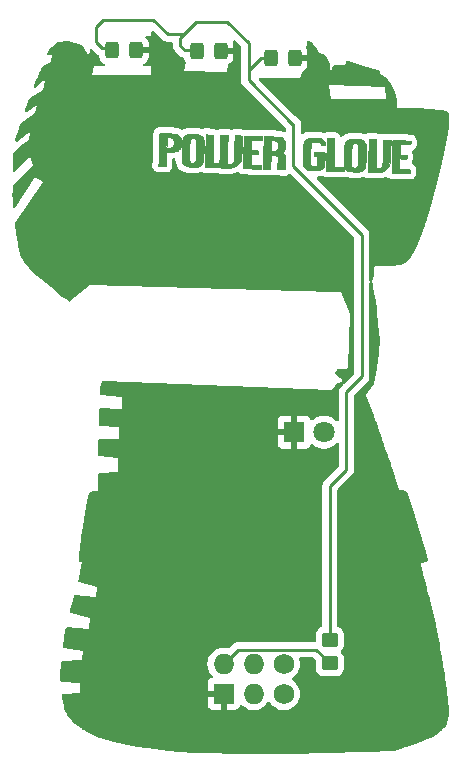
<source format=gbr>
%TF.GenerationSoftware,KiCad,Pcbnew,8.0.2*%
%TF.CreationDate,2024-05-14T21:00:48-05:00*%
%TF.ProjectId,AA Final edge cut repair,41412046-696e-4616-9c20-656467652063,rev?*%
%TF.SameCoordinates,Original*%
%TF.FileFunction,Copper,L1,Top*%
%TF.FilePolarity,Positive*%
%FSLAX46Y46*%
G04 Gerber Fmt 4.6, Leading zero omitted, Abs format (unit mm)*
G04 Created by KiCad (PCBNEW 8.0.2) date 2024-05-14 21:00:48*
%MOMM*%
%LPD*%
G01*
G04 APERTURE LIST*
G04 Aperture macros list*
%AMRoundRect*
0 Rectangle with rounded corners*
0 $1 Rounding radius*
0 $2 $3 $4 $5 $6 $7 $8 $9 X,Y pos of 4 corners*
0 Add a 4 corners polygon primitive as box body*
4,1,4,$2,$3,$4,$5,$6,$7,$8,$9,$2,$3,0*
0 Add four circle primitives for the rounded corners*
1,1,$1+$1,$2,$3*
1,1,$1+$1,$4,$5*
1,1,$1+$1,$6,$7*
1,1,$1+$1,$8,$9*
0 Add four rect primitives between the rounded corners*
20,1,$1+$1,$2,$3,$4,$5,0*
20,1,$1+$1,$4,$5,$6,$7,0*
20,1,$1+$1,$6,$7,$8,$9,0*
20,1,$1+$1,$8,$9,$2,$3,0*%
G04 Aperture macros list end*
%TA.AperFunction,EtchedComponent*%
%ADD10C,0.010000*%
%TD*%
%TA.AperFunction,SMDPad,CuDef*%
%ADD11RoundRect,0.250000X-0.450000X0.350000X-0.450000X-0.350000X0.450000X-0.350000X0.450000X0.350000X0*%
%TD*%
%TA.AperFunction,ComponentPad*%
%ADD12R,1.800000X1.800000*%
%TD*%
%TA.AperFunction,ComponentPad*%
%ADD13C,1.800000*%
%TD*%
%TA.AperFunction,ComponentPad*%
%ADD14O,1.727200X1.727200*%
%TD*%
%TA.AperFunction,ComponentPad*%
%ADD15R,1.727200X1.727200*%
%TD*%
%TA.AperFunction,ComponentPad*%
%ADD16C,1.727200*%
%TD*%
%TA.AperFunction,SMDPad,CuDef*%
%ADD17RoundRect,0.250000X0.325000X0.450000X-0.325000X0.450000X-0.325000X-0.450000X0.325000X-0.450000X0*%
%TD*%
%TA.AperFunction,ViaPad*%
%ADD18C,0.600000*%
%TD*%
%TA.AperFunction,Conductor*%
%ADD19C,0.250000*%
%TD*%
G04 APERTURE END LIST*
D10*
%TO.C,G\u002A\u002A\u002A*%
X54669882Y-30546456D02*
X54762546Y-30549335D01*
X54831389Y-30553652D01*
X54868658Y-30559011D01*
X54872954Y-30561284D01*
X54873964Y-30584984D01*
X54873686Y-30646513D01*
X54872241Y-30741389D01*
X54869751Y-30865133D01*
X54866338Y-31013262D01*
X54862123Y-31181296D01*
X54857229Y-31364753D01*
X54851777Y-31559153D01*
X54845889Y-31760014D01*
X54839686Y-31962856D01*
X54833291Y-32163197D01*
X54826825Y-32356556D01*
X54820410Y-32538453D01*
X54816007Y-32656784D01*
X54802879Y-33000742D01*
X55083787Y-33000869D01*
X55208917Y-33002029D01*
X55337900Y-33005086D01*
X55454973Y-33009565D01*
X55539320Y-33014589D01*
X55713945Y-33028183D01*
X55713945Y-33339409D01*
X55496986Y-33336130D01*
X55414009Y-33334464D01*
X55297623Y-33331545D01*
X55156729Y-33327629D01*
X55000226Y-33322969D01*
X54837012Y-33317818D01*
X54730796Y-33314301D01*
X54582834Y-33309026D01*
X54449367Y-33303735D01*
X54336061Y-33298697D01*
X54248580Y-33294179D01*
X54192589Y-33290449D01*
X54173778Y-33287964D01*
X54172906Y-33266013D01*
X54173283Y-33206214D01*
X54174783Y-33113029D01*
X54177281Y-32990920D01*
X54180650Y-32844349D01*
X54184763Y-32677780D01*
X54189496Y-32495674D01*
X54194721Y-32302494D01*
X54200313Y-32102702D01*
X54206146Y-31900761D01*
X54212092Y-31701133D01*
X54218028Y-31508280D01*
X54223825Y-31326665D01*
X54229359Y-31160751D01*
X54234502Y-31014999D01*
X54239130Y-30893873D01*
X54243115Y-30801834D01*
X54245149Y-30762367D01*
X54257518Y-30545409D01*
X54561149Y-30545409D01*
X54669882Y-30546456D01*
%TA.AperFunction,EtchedComponent*%
G36*
X54669882Y-30546456D02*
G01*
X54762546Y-30549335D01*
X54831389Y-30553652D01*
X54868658Y-30559011D01*
X54872954Y-30561284D01*
X54873964Y-30584984D01*
X54873686Y-30646513D01*
X54872241Y-30741389D01*
X54869751Y-30865133D01*
X54866338Y-31013262D01*
X54862123Y-31181296D01*
X54857229Y-31364753D01*
X54851777Y-31559153D01*
X54845889Y-31760014D01*
X54839686Y-31962856D01*
X54833291Y-32163197D01*
X54826825Y-32356556D01*
X54820410Y-32538453D01*
X54816007Y-32656784D01*
X54802879Y-33000742D01*
X55083787Y-33000869D01*
X55208917Y-33002029D01*
X55337900Y-33005086D01*
X55454973Y-33009565D01*
X55539320Y-33014589D01*
X55713945Y-33028183D01*
X55713945Y-33339409D01*
X55496986Y-33336130D01*
X55414009Y-33334464D01*
X55297623Y-33331545D01*
X55156729Y-33327629D01*
X55000226Y-33322969D01*
X54837012Y-33317818D01*
X54730796Y-33314301D01*
X54582834Y-33309026D01*
X54449367Y-33303735D01*
X54336061Y-33298697D01*
X54248580Y-33294179D01*
X54192589Y-33290449D01*
X54173778Y-33287964D01*
X54172906Y-33266013D01*
X54173283Y-33206214D01*
X54174783Y-33113029D01*
X54177281Y-32990920D01*
X54180650Y-32844349D01*
X54184763Y-32677780D01*
X54189496Y-32495674D01*
X54194721Y-32302494D01*
X54200313Y-32102702D01*
X54206146Y-31900761D01*
X54212092Y-31701133D01*
X54218028Y-31508280D01*
X54223825Y-31326665D01*
X54229359Y-31160751D01*
X54234502Y-31014999D01*
X54239130Y-30893873D01*
X54243115Y-30801834D01*
X54245149Y-30762367D01*
X54257518Y-30545409D01*
X54561149Y-30545409D01*
X54669882Y-30546456D01*
G37*
%TD.AperFunction*%
X47824070Y-30341714D02*
X47990681Y-30345781D01*
X48151324Y-30350298D01*
X48298883Y-30355019D01*
X48426241Y-30359701D01*
X48526281Y-30364097D01*
X48591888Y-30367963D01*
X48596653Y-30368341D01*
X48750111Y-30381049D01*
X48750111Y-30695665D01*
X48296584Y-30680857D01*
X47843056Y-30666049D01*
X47831669Y-30738020D01*
X47827528Y-30782551D01*
X47823187Y-30860858D01*
X47819001Y-30964386D01*
X47815328Y-31084581D01*
X47813023Y-31185700D01*
X47805762Y-31561409D01*
X47946660Y-31561409D01*
X48043662Y-31563417D01*
X48156538Y-31568652D01*
X48249501Y-31575098D01*
X48411445Y-31588787D01*
X48411445Y-31904783D01*
X48107337Y-31896919D01*
X47803230Y-31889056D01*
X47789837Y-32077734D01*
X47784269Y-32179685D01*
X47779833Y-32305641D01*
X47777078Y-32437275D01*
X47776445Y-32524499D01*
X47776445Y-32782587D01*
X48222826Y-32794768D01*
X48355958Y-32798885D01*
X48474307Y-32803468D01*
X48571501Y-32808194D01*
X48641167Y-32812740D01*
X48676933Y-32816784D01*
X48680183Y-32817925D01*
X48683632Y-32842903D01*
X48682382Y-32898307D01*
X48676727Y-32972522D01*
X48676154Y-32978322D01*
X48661148Y-33127742D01*
X48446338Y-33124464D01*
X48364011Y-33122798D01*
X48248238Y-33119882D01*
X48107882Y-33115969D01*
X47951803Y-33111312D01*
X47788863Y-33106164D01*
X47682296Y-33102635D01*
X47534645Y-33097481D01*
X47401769Y-33092523D01*
X47289271Y-33087996D01*
X47202751Y-33084135D01*
X47147809Y-33081175D01*
X47129971Y-33079455D01*
X47130048Y-33058055D01*
X47131377Y-32998131D01*
X47133849Y-32903468D01*
X47137354Y-32777854D01*
X47141782Y-32625075D01*
X47147025Y-32448917D01*
X47152973Y-32253168D01*
X47159517Y-32041613D01*
X47164622Y-31878909D01*
X47171721Y-31651576D01*
X47178430Y-31432020D01*
X47184622Y-31224789D01*
X47190165Y-31034432D01*
X47194931Y-30865501D01*
X47198792Y-30722545D01*
X47201616Y-30610113D01*
X47203276Y-30532756D01*
X47203657Y-30505393D01*
X47204945Y-30327795D01*
X47824070Y-30341714D01*
%TA.AperFunction,EtchedComponent*%
G36*
X47824070Y-30341714D02*
G01*
X47990681Y-30345781D01*
X48151324Y-30350298D01*
X48298883Y-30355019D01*
X48426241Y-30359701D01*
X48526281Y-30364097D01*
X48591888Y-30367963D01*
X48596653Y-30368341D01*
X48750111Y-30381049D01*
X48750111Y-30695665D01*
X48296584Y-30680857D01*
X47843056Y-30666049D01*
X47831669Y-30738020D01*
X47827528Y-30782551D01*
X47823187Y-30860858D01*
X47819001Y-30964386D01*
X47815328Y-31084581D01*
X47813023Y-31185700D01*
X47805762Y-31561409D01*
X47946660Y-31561409D01*
X48043662Y-31563417D01*
X48156538Y-31568652D01*
X48249501Y-31575098D01*
X48411445Y-31588787D01*
X48411445Y-31904783D01*
X48107337Y-31896919D01*
X47803230Y-31889056D01*
X47789837Y-32077734D01*
X47784269Y-32179685D01*
X47779833Y-32305641D01*
X47777078Y-32437275D01*
X47776445Y-32524499D01*
X47776445Y-32782587D01*
X48222826Y-32794768D01*
X48355958Y-32798885D01*
X48474307Y-32803468D01*
X48571501Y-32808194D01*
X48641167Y-32812740D01*
X48676933Y-32816784D01*
X48680183Y-32817925D01*
X48683632Y-32842903D01*
X48682382Y-32898307D01*
X48676727Y-32972522D01*
X48676154Y-32978322D01*
X48661148Y-33127742D01*
X48446338Y-33124464D01*
X48364011Y-33122798D01*
X48248238Y-33119882D01*
X48107882Y-33115969D01*
X47951803Y-33111312D01*
X47788863Y-33106164D01*
X47682296Y-33102635D01*
X47534645Y-33097481D01*
X47401769Y-33092523D01*
X47289271Y-33087996D01*
X47202751Y-33084135D01*
X47147809Y-33081175D01*
X47129971Y-33079455D01*
X47130048Y-33058055D01*
X47131377Y-32998131D01*
X47133849Y-32903468D01*
X47137354Y-32777854D01*
X47141782Y-32625075D01*
X47147025Y-32448917D01*
X47152973Y-32253168D01*
X47159517Y-32041613D01*
X47164622Y-31878909D01*
X47171721Y-31651576D01*
X47178430Y-31432020D01*
X47184622Y-31224789D01*
X47190165Y-31034432D01*
X47194931Y-30865501D01*
X47198792Y-30722545D01*
X47201616Y-30610113D01*
X47203276Y-30532756D01*
X47203657Y-30505393D01*
X47204945Y-30327795D01*
X47824070Y-30341714D01*
G37*
%TD.AperFunction*%
X59883021Y-30707653D02*
X59973087Y-30708937D01*
X60087880Y-30711320D01*
X60221602Y-30714622D01*
X60368450Y-30718659D01*
X60522625Y-30723250D01*
X60678326Y-30728212D01*
X60829754Y-30733363D01*
X60971107Y-30738521D01*
X61096585Y-30743503D01*
X61200388Y-30748128D01*
X61276715Y-30752213D01*
X61319767Y-30755576D01*
X61327178Y-30757075D01*
X61329898Y-30781924D01*
X61330034Y-30837486D01*
X61327583Y-30912220D01*
X61327221Y-30919782D01*
X61319742Y-31071905D01*
X60869761Y-31059448D01*
X60419780Y-31046990D01*
X60405875Y-31288324D01*
X60399820Y-31413911D01*
X60395077Y-31551217D01*
X60392311Y-31678964D01*
X60391874Y-31736034D01*
X60391778Y-31942409D01*
X60619320Y-31942641D01*
X60721862Y-31943877D01*
X60816300Y-31947022D01*
X60889810Y-31951546D01*
X60920945Y-31955083D01*
X60995028Y-31967291D01*
X60987952Y-32127389D01*
X60980876Y-32287488D01*
X60678984Y-32273770D01*
X60377092Y-32260053D01*
X60362201Y-32697280D01*
X60357510Y-32850318D01*
X60355335Y-32965953D01*
X60355813Y-33049050D01*
X60359077Y-33104473D01*
X60365264Y-33137086D01*
X60374508Y-33151753D01*
X60374835Y-33151967D01*
X60404828Y-33158131D01*
X60468965Y-33163411D01*
X60559061Y-33167379D01*
X60666930Y-33169610D01*
X60719861Y-33169935D01*
X60842159Y-33171026D01*
X60959170Y-33173669D01*
X61059740Y-33177505D01*
X61132718Y-33182173D01*
X61148486Y-33183791D01*
X61259611Y-33197138D01*
X61259611Y-33508742D01*
X61095570Y-33505358D01*
X61030641Y-33503768D01*
X60930810Y-33500999D01*
X60803485Y-33497274D01*
X60656074Y-33492813D01*
X60495984Y-33487836D01*
X60330624Y-33482565D01*
X60328341Y-33482491D01*
X60173016Y-33477215D01*
X60031961Y-33471927D01*
X59910576Y-33466869D01*
X59814258Y-33462284D01*
X59748407Y-33458414D01*
X59718420Y-33455501D01*
X59717213Y-33455065D01*
X59716232Y-33432958D01*
X59716577Y-33372881D01*
X59718117Y-33279144D01*
X59720722Y-33156058D01*
X59724261Y-33007931D01*
X59728605Y-32839073D01*
X59733622Y-32653793D01*
X59739183Y-32456400D01*
X59745157Y-32251205D01*
X59751414Y-32042516D01*
X59757823Y-31834644D01*
X59764254Y-31631896D01*
X59770577Y-31438583D01*
X59776661Y-31259015D01*
X59782376Y-31097500D01*
X59787592Y-30958348D01*
X59792178Y-30845868D01*
X59796004Y-30764371D01*
X59798939Y-30718165D01*
X59800274Y-30709114D01*
X59823483Y-30707651D01*
X59883021Y-30707653D01*
%TA.AperFunction,EtchedComponent*%
G36*
X59883021Y-30707653D02*
G01*
X59973087Y-30708937D01*
X60087880Y-30711320D01*
X60221602Y-30714622D01*
X60368450Y-30718659D01*
X60522625Y-30723250D01*
X60678326Y-30728212D01*
X60829754Y-30733363D01*
X60971107Y-30738521D01*
X61096585Y-30743503D01*
X61200388Y-30748128D01*
X61276715Y-30752213D01*
X61319767Y-30755576D01*
X61327178Y-30757075D01*
X61329898Y-30781924D01*
X61330034Y-30837486D01*
X61327583Y-30912220D01*
X61327221Y-30919782D01*
X61319742Y-31071905D01*
X60869761Y-31059448D01*
X60419780Y-31046990D01*
X60405875Y-31288324D01*
X60399820Y-31413911D01*
X60395077Y-31551217D01*
X60392311Y-31678964D01*
X60391874Y-31736034D01*
X60391778Y-31942409D01*
X60619320Y-31942641D01*
X60721862Y-31943877D01*
X60816300Y-31947022D01*
X60889810Y-31951546D01*
X60920945Y-31955083D01*
X60995028Y-31967291D01*
X60987952Y-32127389D01*
X60980876Y-32287488D01*
X60678984Y-32273770D01*
X60377092Y-32260053D01*
X60362201Y-32697280D01*
X60357510Y-32850318D01*
X60355335Y-32965953D01*
X60355813Y-33049050D01*
X60359077Y-33104473D01*
X60365264Y-33137086D01*
X60374508Y-33151753D01*
X60374835Y-33151967D01*
X60404828Y-33158131D01*
X60468965Y-33163411D01*
X60559061Y-33167379D01*
X60666930Y-33169610D01*
X60719861Y-33169935D01*
X60842159Y-33171026D01*
X60959170Y-33173669D01*
X61059740Y-33177505D01*
X61132718Y-33182173D01*
X61148486Y-33183791D01*
X61259611Y-33197138D01*
X61259611Y-33508742D01*
X61095570Y-33505358D01*
X61030641Y-33503768D01*
X60930810Y-33500999D01*
X60803485Y-33497274D01*
X60656074Y-33492813D01*
X60495984Y-33487836D01*
X60330624Y-33482565D01*
X60328341Y-33482491D01*
X60173016Y-33477215D01*
X60031961Y-33471927D01*
X59910576Y-33466869D01*
X59814258Y-33462284D01*
X59748407Y-33458414D01*
X59718420Y-33455501D01*
X59717213Y-33455065D01*
X59716232Y-33432958D01*
X59716577Y-33372881D01*
X59718117Y-33279144D01*
X59720722Y-33156058D01*
X59724261Y-33007931D01*
X59728605Y-32839073D01*
X59733622Y-32653793D01*
X59739183Y-32456400D01*
X59745157Y-32251205D01*
X59751414Y-32042516D01*
X59757823Y-31834644D01*
X59764254Y-31631896D01*
X59770577Y-31438583D01*
X59776661Y-31259015D01*
X59782376Y-31097500D01*
X59787592Y-30958348D01*
X59792178Y-30845868D01*
X59796004Y-30764371D01*
X59798939Y-30718165D01*
X59800274Y-30709114D01*
X59823483Y-30707651D01*
X59883021Y-30707653D01*
G37*
%TD.AperFunction*%
X58422868Y-30720034D02*
X58422100Y-30755171D01*
X58420069Y-30827951D01*
X58416919Y-30933705D01*
X58412795Y-31067767D01*
X58407842Y-31225467D01*
X58402205Y-31402138D01*
X58396028Y-31593114D01*
X58391528Y-31730742D01*
X58384949Y-31935774D01*
X58378828Y-32135517D01*
X58373319Y-32324323D01*
X58368575Y-32496539D01*
X58364748Y-32646518D01*
X58361990Y-32768607D01*
X58360456Y-32857158D01*
X58360188Y-32889617D01*
X58359778Y-33106575D01*
X58547148Y-33106575D01*
X58643581Y-33104946D01*
X58709866Y-33098567D01*
X58758113Y-33085200D01*
X58800431Y-33062609D01*
X58806439Y-33058671D01*
X58836193Y-33038499D01*
X58861465Y-33018477D01*
X58882736Y-32995097D01*
X58900482Y-32964853D01*
X58915184Y-32924237D01*
X58927318Y-32869743D01*
X58937364Y-32797863D01*
X58945801Y-32705090D01*
X58953105Y-32587918D01*
X58959757Y-32442838D01*
X58966234Y-32266344D01*
X58973015Y-32054929D01*
X58980578Y-31805085D01*
X58981458Y-31775753D01*
X58987887Y-31565515D01*
X58994133Y-31368474D01*
X59000055Y-31188603D01*
X59005512Y-31029879D01*
X59010363Y-30896276D01*
X59014465Y-30791770D01*
X59017677Y-30720336D01*
X59019859Y-30685948D01*
X59020323Y-30683412D01*
X59042529Y-30682330D01*
X59099332Y-30682715D01*
X59183026Y-30684434D01*
X59285906Y-30687353D01*
X59328153Y-30688740D01*
X59629778Y-30699002D01*
X59629778Y-30910369D01*
X59628895Y-31032404D01*
X59626402Y-31177482D01*
X59622531Y-31339698D01*
X59617512Y-31513146D01*
X59611578Y-31691923D01*
X59604961Y-31870122D01*
X59597892Y-32041840D01*
X59590604Y-32201171D01*
X59583327Y-32342211D01*
X59576294Y-32459054D01*
X59569737Y-32545797D01*
X59563887Y-32596533D01*
X59563512Y-32598575D01*
X59507556Y-32780722D01*
X59414375Y-32951531D01*
X59288671Y-33105521D01*
X59135144Y-33237210D01*
X58958496Y-33341117D01*
X58907229Y-33363787D01*
X58858490Y-33381962D01*
X58808783Y-33394961D01*
X58749552Y-33403735D01*
X58672240Y-33409231D01*
X58568293Y-33412399D01*
X58455028Y-33413946D01*
X58318765Y-33414611D01*
X58177872Y-33414143D01*
X58046475Y-33412660D01*
X57938703Y-33410284D01*
X57911215Y-33409342D01*
X57706070Y-33401405D01*
X57716151Y-33185199D01*
X57718857Y-33119179D01*
X57722498Y-33018349D01*
X57726924Y-32887729D01*
X57731987Y-32732343D01*
X57737538Y-32557211D01*
X57743428Y-32367358D01*
X57749509Y-32167803D01*
X57755630Y-31963570D01*
X57761644Y-31759682D01*
X57767401Y-31561159D01*
X57772753Y-31373024D01*
X57777551Y-31200299D01*
X57781645Y-31048007D01*
X57784887Y-30921169D01*
X57787128Y-30824808D01*
X57788219Y-30763946D01*
X57788302Y-30751784D01*
X57788278Y-30651242D01*
X58423278Y-30651242D01*
X58422868Y-30720034D01*
%TA.AperFunction,EtchedComponent*%
G36*
X58422868Y-30720034D02*
G01*
X58422100Y-30755171D01*
X58420069Y-30827951D01*
X58416919Y-30933705D01*
X58412795Y-31067767D01*
X58407842Y-31225467D01*
X58402205Y-31402138D01*
X58396028Y-31593114D01*
X58391528Y-31730742D01*
X58384949Y-31935774D01*
X58378828Y-32135517D01*
X58373319Y-32324323D01*
X58368575Y-32496539D01*
X58364748Y-32646518D01*
X58361990Y-32768607D01*
X58360456Y-32857158D01*
X58360188Y-32889617D01*
X58359778Y-33106575D01*
X58547148Y-33106575D01*
X58643581Y-33104946D01*
X58709866Y-33098567D01*
X58758113Y-33085200D01*
X58800431Y-33062609D01*
X58806439Y-33058671D01*
X58836193Y-33038499D01*
X58861465Y-33018477D01*
X58882736Y-32995097D01*
X58900482Y-32964853D01*
X58915184Y-32924237D01*
X58927318Y-32869743D01*
X58937364Y-32797863D01*
X58945801Y-32705090D01*
X58953105Y-32587918D01*
X58959757Y-32442838D01*
X58966234Y-32266344D01*
X58973015Y-32054929D01*
X58980578Y-31805085D01*
X58981458Y-31775753D01*
X58987887Y-31565515D01*
X58994133Y-31368474D01*
X59000055Y-31188603D01*
X59005512Y-31029879D01*
X59010363Y-30896276D01*
X59014465Y-30791770D01*
X59017677Y-30720336D01*
X59019859Y-30685948D01*
X59020323Y-30683412D01*
X59042529Y-30682330D01*
X59099332Y-30682715D01*
X59183026Y-30684434D01*
X59285906Y-30687353D01*
X59328153Y-30688740D01*
X59629778Y-30699002D01*
X59629778Y-30910369D01*
X59628895Y-31032404D01*
X59626402Y-31177482D01*
X59622531Y-31339698D01*
X59617512Y-31513146D01*
X59611578Y-31691923D01*
X59604961Y-31870122D01*
X59597892Y-32041840D01*
X59590604Y-32201171D01*
X59583327Y-32342211D01*
X59576294Y-32459054D01*
X59569737Y-32545797D01*
X59563887Y-32596533D01*
X59563512Y-32598575D01*
X59507556Y-32780722D01*
X59414375Y-32951531D01*
X59288671Y-33105521D01*
X59135144Y-33237210D01*
X58958496Y-33341117D01*
X58907229Y-33363787D01*
X58858490Y-33381962D01*
X58808783Y-33394961D01*
X58749552Y-33403735D01*
X58672240Y-33409231D01*
X58568293Y-33412399D01*
X58455028Y-33413946D01*
X58318765Y-33414611D01*
X58177872Y-33414143D01*
X58046475Y-33412660D01*
X57938703Y-33410284D01*
X57911215Y-33409342D01*
X57706070Y-33401405D01*
X57716151Y-33185199D01*
X57718857Y-33119179D01*
X57722498Y-33018349D01*
X57726924Y-32887729D01*
X57731987Y-32732343D01*
X57737538Y-32557211D01*
X57743428Y-32367358D01*
X57749509Y-32167803D01*
X57755630Y-31963570D01*
X57761644Y-31759682D01*
X57767401Y-31561159D01*
X57772753Y-31373024D01*
X57777551Y-31200299D01*
X57781645Y-31048007D01*
X57784887Y-30921169D01*
X57787128Y-30824808D01*
X57788219Y-30763946D01*
X57788302Y-30751784D01*
X57788278Y-30651242D01*
X58423278Y-30651242D01*
X58422868Y-30720034D01*
G37*
%TD.AperFunction*%
X40291129Y-30116514D02*
X40399649Y-30118615D01*
X40538292Y-30122679D01*
X40710644Y-30128682D01*
X40920291Y-30136600D01*
X41013695Y-30140231D01*
X41164872Y-30146695D01*
X41280512Y-30153221D01*
X41367405Y-30160594D01*
X41432341Y-30169596D01*
X41482110Y-30181010D01*
X41523503Y-30195619D01*
X41534170Y-30200233D01*
X41655747Y-30275837D01*
X41761529Y-30382889D01*
X41841109Y-30510849D01*
X41841411Y-30511496D01*
X41862950Y-30562341D01*
X41877371Y-30611956D01*
X41886066Y-30670656D01*
X41890428Y-30748754D01*
X41891848Y-30856567D01*
X41891904Y-30885525D01*
X41888895Y-31042365D01*
X41878016Y-31165871D01*
X41856899Y-31264684D01*
X41823179Y-31347445D01*
X41774488Y-31422793D01*
X41730243Y-31475739D01*
X41669108Y-31541256D01*
X41614301Y-31590868D01*
X41558593Y-31626751D01*
X41494758Y-31651081D01*
X41415568Y-31666033D01*
X41313796Y-31673784D01*
X41182213Y-31676510D01*
X41063157Y-31676577D01*
X40668119Y-31675328D01*
X40655698Y-31737431D01*
X40650347Y-31785133D01*
X40646138Y-31862474D01*
X40643643Y-31956763D01*
X40643207Y-32013846D01*
X40642221Y-32115312D01*
X40639565Y-32244305D01*
X40635614Y-32386069D01*
X40630743Y-32525847D01*
X40629310Y-32561534D01*
X40615483Y-32894909D01*
X40550006Y-32890357D01*
X40502879Y-32887976D01*
X40424803Y-32884976D01*
X40327146Y-32881763D01*
X40234280Y-32879089D01*
X39984033Y-32872372D01*
X39997078Y-32560848D01*
X39999667Y-32493435D01*
X40003231Y-32392418D01*
X40007620Y-32262646D01*
X40012684Y-32108972D01*
X40018272Y-31936245D01*
X40024235Y-31749318D01*
X40030423Y-31553039D01*
X40036686Y-31352261D01*
X40036763Y-31349742D01*
X40658011Y-31349742D01*
X40857020Y-31349663D01*
X40960412Y-31347754D01*
X41032598Y-31340985D01*
X41084590Y-31327648D01*
X41123792Y-31308265D01*
X41177102Y-31267467D01*
X41215332Y-31215242D01*
X41241434Y-31143744D01*
X41258359Y-31045121D01*
X41268355Y-30923795D01*
X41273355Y-30819425D01*
X41273182Y-30746668D01*
X41266917Y-30695016D01*
X41253637Y-30653961D01*
X41242738Y-30631580D01*
X41198786Y-30562882D01*
X41146921Y-30515889D01*
X41078152Y-30486388D01*
X40983489Y-30470164D01*
X40885193Y-30463990D01*
X40685611Y-30456655D01*
X40685611Y-30677656D01*
X40684088Y-30803176D01*
X40680028Y-30946171D01*
X40674195Y-31081912D01*
X40671811Y-31124199D01*
X40658011Y-31349742D01*
X40036763Y-31349742D01*
X40042873Y-31151834D01*
X40048836Y-30956609D01*
X40054422Y-30771437D01*
X40059484Y-30601168D01*
X40063870Y-30450654D01*
X40067430Y-30324745D01*
X40070015Y-30228292D01*
X40071475Y-30166146D01*
X40071749Y-30146445D01*
X40074847Y-30136274D01*
X40086549Y-30128208D01*
X40110442Y-30122222D01*
X40150112Y-30118294D01*
X40209146Y-30116399D01*
X40291129Y-30116514D01*
%TA.AperFunction,EtchedComponent*%
G36*
X40291129Y-30116514D02*
G01*
X40399649Y-30118615D01*
X40538292Y-30122679D01*
X40710644Y-30128682D01*
X40920291Y-30136600D01*
X41013695Y-30140231D01*
X41164872Y-30146695D01*
X41280512Y-30153221D01*
X41367405Y-30160594D01*
X41432341Y-30169596D01*
X41482110Y-30181010D01*
X41523503Y-30195619D01*
X41534170Y-30200233D01*
X41655747Y-30275837D01*
X41761529Y-30382889D01*
X41841109Y-30510849D01*
X41841411Y-30511496D01*
X41862950Y-30562341D01*
X41877371Y-30611956D01*
X41886066Y-30670656D01*
X41890428Y-30748754D01*
X41891848Y-30856567D01*
X41891904Y-30885525D01*
X41888895Y-31042365D01*
X41878016Y-31165871D01*
X41856899Y-31264684D01*
X41823179Y-31347445D01*
X41774488Y-31422793D01*
X41730243Y-31475739D01*
X41669108Y-31541256D01*
X41614301Y-31590868D01*
X41558593Y-31626751D01*
X41494758Y-31651081D01*
X41415568Y-31666033D01*
X41313796Y-31673784D01*
X41182213Y-31676510D01*
X41063157Y-31676577D01*
X40668119Y-31675328D01*
X40655698Y-31737431D01*
X40650347Y-31785133D01*
X40646138Y-31862474D01*
X40643643Y-31956763D01*
X40643207Y-32013846D01*
X40642221Y-32115312D01*
X40639565Y-32244305D01*
X40635614Y-32386069D01*
X40630743Y-32525847D01*
X40629310Y-32561534D01*
X40615483Y-32894909D01*
X40550006Y-32890357D01*
X40502879Y-32887976D01*
X40424803Y-32884976D01*
X40327146Y-32881763D01*
X40234280Y-32879089D01*
X39984033Y-32872372D01*
X39997078Y-32560848D01*
X39999667Y-32493435D01*
X40003231Y-32392418D01*
X40007620Y-32262646D01*
X40012684Y-32108972D01*
X40018272Y-31936245D01*
X40024235Y-31749318D01*
X40030423Y-31553039D01*
X40036686Y-31352261D01*
X40036763Y-31349742D01*
X40658011Y-31349742D01*
X40857020Y-31349663D01*
X40960412Y-31347754D01*
X41032598Y-31340985D01*
X41084590Y-31327648D01*
X41123792Y-31308265D01*
X41177102Y-31267467D01*
X41215332Y-31215242D01*
X41241434Y-31143744D01*
X41258359Y-31045121D01*
X41268355Y-30923795D01*
X41273355Y-30819425D01*
X41273182Y-30746668D01*
X41266917Y-30695016D01*
X41253637Y-30653961D01*
X41242738Y-30631580D01*
X41198786Y-30562882D01*
X41146921Y-30515889D01*
X41078152Y-30486388D01*
X40983489Y-30470164D01*
X40885193Y-30463990D01*
X40685611Y-30456655D01*
X40685611Y-30677656D01*
X40684088Y-30803176D01*
X40680028Y-30946171D01*
X40674195Y-31081912D01*
X40671811Y-31124199D01*
X40658011Y-31349742D01*
X40036763Y-31349742D01*
X40042873Y-31151834D01*
X40048836Y-30956609D01*
X40054422Y-30771437D01*
X40059484Y-30601168D01*
X40063870Y-30450654D01*
X40067430Y-30324745D01*
X40070015Y-30228292D01*
X40071475Y-30166146D01*
X40071749Y-30146445D01*
X40074847Y-30136274D01*
X40086549Y-30128208D01*
X40110442Y-30122222D01*
X40150112Y-30118294D01*
X40209146Y-30116399D01*
X40291129Y-30116514D01*
G37*
%TD.AperFunction*%
X48989769Y-30379431D02*
X49081043Y-30381128D01*
X49199324Y-30383977D01*
X49339513Y-30387861D01*
X49496510Y-30392662D01*
X49584740Y-30395537D01*
X49789885Y-30402709D01*
X49957612Y-30409901D01*
X50092825Y-30418129D01*
X50200428Y-30428406D01*
X50285324Y-30441748D01*
X50352416Y-30459169D01*
X50406609Y-30481685D01*
X50452807Y-30510309D01*
X50495912Y-30546057D01*
X50540829Y-30589944D01*
X50545065Y-30594263D01*
X50623999Y-30686687D01*
X50677424Y-30781238D01*
X50708990Y-30888564D01*
X50722346Y-31019316D01*
X50723131Y-31113818D01*
X50719841Y-31222427D01*
X50712449Y-31302010D01*
X50698679Y-31365837D01*
X50676256Y-31427176D01*
X50665042Y-31452485D01*
X50593308Y-31580211D01*
X50509679Y-31671976D01*
X50415946Y-31730484D01*
X50335531Y-31767222D01*
X50420247Y-31778585D01*
X50528768Y-31812747D01*
X50615905Y-31880245D01*
X50664230Y-31952895D01*
X50674781Y-31978982D01*
X50682722Y-32010547D01*
X50688216Y-32052853D01*
X50691429Y-32111161D01*
X50692525Y-32190734D01*
X50691667Y-32296834D01*
X50689022Y-32434722D01*
X50684758Y-32609478D01*
X50669782Y-33191242D01*
X50508988Y-33187036D01*
X50400434Y-33183697D01*
X50280948Y-33179274D01*
X50193361Y-33175498D01*
X50038528Y-33168165D01*
X50067174Y-32164659D01*
X50016762Y-32090575D01*
X49953333Y-32018965D01*
X49873825Y-31972688D01*
X49770065Y-31948369D01*
X49658047Y-31942441D01*
X49497066Y-31942409D01*
X49483572Y-32085284D01*
X49477605Y-32171059D01*
X49472929Y-32281062D01*
X49470228Y-32397190D01*
X49469832Y-32450409D01*
X49468306Y-32572657D01*
X49464424Y-32714368D01*
X49458880Y-32852780D01*
X49455735Y-32913050D01*
X49441884Y-33153442D01*
X49139843Y-33145632D01*
X49031259Y-33142155D01*
X48938609Y-33137920D01*
X48869715Y-33133382D01*
X48832400Y-33128998D01*
X48828149Y-33127490D01*
X48827249Y-33105361D01*
X48827629Y-33045236D01*
X48829162Y-32951426D01*
X48831721Y-32828246D01*
X48835181Y-32680008D01*
X48839415Y-32511025D01*
X48844297Y-32325611D01*
X48849700Y-32128079D01*
X48855498Y-31922742D01*
X48861565Y-31713912D01*
X48864946Y-31600625D01*
X49485114Y-31600625D01*
X49556821Y-31610438D01*
X49671548Y-31619182D01*
X49781921Y-31615301D01*
X49876203Y-31600014D01*
X49942653Y-31574536D01*
X49949784Y-31569695D01*
X50009182Y-31520314D01*
X50049808Y-31470207D01*
X50075688Y-31409359D01*
X50090847Y-31327754D01*
X50099312Y-31215375D01*
X50100248Y-31195363D01*
X50100523Y-31044290D01*
X50083547Y-30928669D01*
X50045350Y-30843754D01*
X49981964Y-30784804D01*
X49889418Y-30747072D01*
X49763744Y-30725815D01*
X49703247Y-30720859D01*
X49512111Y-30708476D01*
X49511961Y-31013234D01*
X49510935Y-31137214D01*
X49508237Y-31259724D01*
X49504256Y-31367896D01*
X49499381Y-31448864D01*
X49498462Y-31459308D01*
X49485114Y-31600625D01*
X48864946Y-31600625D01*
X48867773Y-31505903D01*
X48873998Y-31303028D01*
X48880112Y-31109600D01*
X48885989Y-30929932D01*
X48891503Y-30768338D01*
X48896528Y-30629130D01*
X48900937Y-30516621D01*
X48904603Y-30435125D01*
X48907401Y-30388954D01*
X48908642Y-30379962D01*
X48930602Y-30379003D01*
X48989769Y-30379431D01*
%TA.AperFunction,EtchedComponent*%
G36*
X48989769Y-30379431D02*
G01*
X49081043Y-30381128D01*
X49199324Y-30383977D01*
X49339513Y-30387861D01*
X49496510Y-30392662D01*
X49584740Y-30395537D01*
X49789885Y-30402709D01*
X49957612Y-30409901D01*
X50092825Y-30418129D01*
X50200428Y-30428406D01*
X50285324Y-30441748D01*
X50352416Y-30459169D01*
X50406609Y-30481685D01*
X50452807Y-30510309D01*
X50495912Y-30546057D01*
X50540829Y-30589944D01*
X50545065Y-30594263D01*
X50623999Y-30686687D01*
X50677424Y-30781238D01*
X50708990Y-30888564D01*
X50722346Y-31019316D01*
X50723131Y-31113818D01*
X50719841Y-31222427D01*
X50712449Y-31302010D01*
X50698679Y-31365837D01*
X50676256Y-31427176D01*
X50665042Y-31452485D01*
X50593308Y-31580211D01*
X50509679Y-31671976D01*
X50415946Y-31730484D01*
X50335531Y-31767222D01*
X50420247Y-31778585D01*
X50528768Y-31812747D01*
X50615905Y-31880245D01*
X50664230Y-31952895D01*
X50674781Y-31978982D01*
X50682722Y-32010547D01*
X50688216Y-32052853D01*
X50691429Y-32111161D01*
X50692525Y-32190734D01*
X50691667Y-32296834D01*
X50689022Y-32434722D01*
X50684758Y-32609478D01*
X50669782Y-33191242D01*
X50508988Y-33187036D01*
X50400434Y-33183697D01*
X50280948Y-33179274D01*
X50193361Y-33175498D01*
X50038528Y-33168165D01*
X50067174Y-32164659D01*
X50016762Y-32090575D01*
X49953333Y-32018965D01*
X49873825Y-31972688D01*
X49770065Y-31948369D01*
X49658047Y-31942441D01*
X49497066Y-31942409D01*
X49483572Y-32085284D01*
X49477605Y-32171059D01*
X49472929Y-32281062D01*
X49470228Y-32397190D01*
X49469832Y-32450409D01*
X49468306Y-32572657D01*
X49464424Y-32714368D01*
X49458880Y-32852780D01*
X49455735Y-32913050D01*
X49441884Y-33153442D01*
X49139843Y-33145632D01*
X49031259Y-33142155D01*
X48938609Y-33137920D01*
X48869715Y-33133382D01*
X48832400Y-33128998D01*
X48828149Y-33127490D01*
X48827249Y-33105361D01*
X48827629Y-33045236D01*
X48829162Y-32951426D01*
X48831721Y-32828246D01*
X48835181Y-32680008D01*
X48839415Y-32511025D01*
X48844297Y-32325611D01*
X48849700Y-32128079D01*
X48855498Y-31922742D01*
X48861565Y-31713912D01*
X48864946Y-31600625D01*
X49485114Y-31600625D01*
X49556821Y-31610438D01*
X49671548Y-31619182D01*
X49781921Y-31615301D01*
X49876203Y-31600014D01*
X49942653Y-31574536D01*
X49949784Y-31569695D01*
X50009182Y-31520314D01*
X50049808Y-31470207D01*
X50075688Y-31409359D01*
X50090847Y-31327754D01*
X50099312Y-31215375D01*
X50100248Y-31195363D01*
X50100523Y-31044290D01*
X50083547Y-30928669D01*
X50045350Y-30843754D01*
X49981964Y-30784804D01*
X49889418Y-30747072D01*
X49763744Y-30725815D01*
X49703247Y-30720859D01*
X49512111Y-30708476D01*
X49511961Y-31013234D01*
X49510935Y-31137214D01*
X49508237Y-31259724D01*
X49504256Y-31367896D01*
X49499381Y-31448864D01*
X49498462Y-31459308D01*
X49485114Y-31600625D01*
X48864946Y-31600625D01*
X48867773Y-31505903D01*
X48873998Y-31303028D01*
X48880112Y-31109600D01*
X48885989Y-30929932D01*
X48891503Y-30768338D01*
X48896528Y-30629130D01*
X48900937Y-30516621D01*
X48904603Y-30435125D01*
X48907401Y-30388954D01*
X48908642Y-30379962D01*
X48930602Y-30379003D01*
X48989769Y-30379431D01*
G37*
%TD.AperFunction*%
X56638134Y-30613063D02*
X56797070Y-30616789D01*
X56919567Y-30621399D01*
X57011518Y-30627384D01*
X57078814Y-30635236D01*
X57127348Y-30645446D01*
X57158561Y-30656481D01*
X57296039Y-30737652D01*
X57408597Y-30846298D01*
X57490452Y-30975520D01*
X57532952Y-31103019D01*
X57538744Y-31151157D01*
X57542233Y-31228326D01*
X57543406Y-31336833D01*
X57542248Y-31478985D01*
X57538744Y-31657089D01*
X57532881Y-31873451D01*
X57527038Y-32058825D01*
X57519444Y-32285288D01*
X57512435Y-32473725D01*
X57505238Y-32628422D01*
X57497081Y-32753664D01*
X57487188Y-32853737D01*
X57474786Y-32932926D01*
X57459102Y-32995518D01*
X57439363Y-33045797D01*
X57414793Y-33088049D01*
X57384621Y-33126560D01*
X57348071Y-33165616D01*
X57322611Y-33191242D01*
X57259555Y-33248913D01*
X57195037Y-33294255D01*
X57123493Y-33328301D01*
X57039357Y-33352084D01*
X56937066Y-33366637D01*
X56811054Y-33372993D01*
X56655757Y-33372184D01*
X56465610Y-33365245D01*
X56401861Y-33362168D01*
X56274430Y-33354696D01*
X56180707Y-33346149D01*
X56112067Y-33335174D01*
X56059886Y-33320420D01*
X56018396Y-33302030D01*
X55875956Y-33207405D01*
X55768086Y-33090207D01*
X55696314Y-32952320D01*
X55675144Y-32879380D01*
X55670106Y-32830747D01*
X55667393Y-32741298D01*
X55667008Y-32615758D01*
X56294343Y-32615758D01*
X56294833Y-32695623D01*
X56297056Y-32755075D01*
X56301086Y-32798494D01*
X56306995Y-32830260D01*
X56314855Y-32854752D01*
X56322635Y-32872132D01*
X56385370Y-32958749D01*
X56468730Y-33015593D01*
X56563619Y-33039919D01*
X56660941Y-33028982D01*
X56730962Y-32995378D01*
X56765321Y-32971780D01*
X56793749Y-32948858D01*
X56816946Y-32922496D01*
X56835608Y-32888576D01*
X56850434Y-32842980D01*
X56862123Y-32781591D01*
X56871371Y-32700291D01*
X56878878Y-32594964D01*
X56885341Y-32461490D01*
X56891458Y-32295754D01*
X56897928Y-32093637D01*
X56901069Y-31992022D01*
X56907463Y-31782634D01*
X56912402Y-31611320D01*
X56915819Y-31473843D01*
X56917643Y-31365967D01*
X56917807Y-31283455D01*
X56916242Y-31222071D01*
X56912879Y-31177579D01*
X56907650Y-31145741D01*
X56900485Y-31122320D01*
X56891316Y-31103082D01*
X56886513Y-31094652D01*
X56815427Y-31008425D01*
X56726575Y-30953990D01*
X56628452Y-30933541D01*
X56529552Y-30949273D01*
X56461718Y-30984884D01*
X56431105Y-31008725D01*
X56405625Y-31035330D01*
X56384667Y-31068761D01*
X56367619Y-31113079D01*
X56353871Y-31172347D01*
X56342811Y-31250625D01*
X56333828Y-31351974D01*
X56326310Y-31480456D01*
X56319648Y-31640133D01*
X56313229Y-31835065D01*
X56308271Y-32004578D01*
X56302551Y-32209891D01*
X56298275Y-32377272D01*
X56295515Y-32511101D01*
X56294343Y-32615758D01*
X55667008Y-32615758D01*
X55666997Y-32612481D01*
X55668906Y-32445750D01*
X55673111Y-32242554D01*
X55679603Y-32004345D01*
X55681645Y-31937463D01*
X55688985Y-31707136D01*
X55695917Y-31514894D01*
X55703241Y-31356506D01*
X55711758Y-31227739D01*
X55722268Y-31124364D01*
X55735570Y-31042149D01*
X55752465Y-30976862D01*
X55773752Y-30924272D01*
X55800233Y-30880148D01*
X55832706Y-30840259D01*
X55871973Y-30800373D01*
X55902026Y-30771969D01*
X55960599Y-30719964D01*
X56015639Y-30679967D01*
X56073691Y-30650568D01*
X56141301Y-30630352D01*
X56225012Y-30617906D01*
X56331372Y-30611818D01*
X56466924Y-30610676D01*
X56638134Y-30613063D01*
%TA.AperFunction,EtchedComponent*%
G36*
X56638134Y-30613063D02*
G01*
X56797070Y-30616789D01*
X56919567Y-30621399D01*
X57011518Y-30627384D01*
X57078814Y-30635236D01*
X57127348Y-30645446D01*
X57158561Y-30656481D01*
X57296039Y-30737652D01*
X57408597Y-30846298D01*
X57490452Y-30975520D01*
X57532952Y-31103019D01*
X57538744Y-31151157D01*
X57542233Y-31228326D01*
X57543406Y-31336833D01*
X57542248Y-31478985D01*
X57538744Y-31657089D01*
X57532881Y-31873451D01*
X57527038Y-32058825D01*
X57519444Y-32285288D01*
X57512435Y-32473725D01*
X57505238Y-32628422D01*
X57497081Y-32753664D01*
X57487188Y-32853737D01*
X57474786Y-32932926D01*
X57459102Y-32995518D01*
X57439363Y-33045797D01*
X57414793Y-33088049D01*
X57384621Y-33126560D01*
X57348071Y-33165616D01*
X57322611Y-33191242D01*
X57259555Y-33248913D01*
X57195037Y-33294255D01*
X57123493Y-33328301D01*
X57039357Y-33352084D01*
X56937066Y-33366637D01*
X56811054Y-33372993D01*
X56655757Y-33372184D01*
X56465610Y-33365245D01*
X56401861Y-33362168D01*
X56274430Y-33354696D01*
X56180707Y-33346149D01*
X56112067Y-33335174D01*
X56059886Y-33320420D01*
X56018396Y-33302030D01*
X55875956Y-33207405D01*
X55768086Y-33090207D01*
X55696314Y-32952320D01*
X55675144Y-32879380D01*
X55670106Y-32830747D01*
X55667393Y-32741298D01*
X55667008Y-32615758D01*
X56294343Y-32615758D01*
X56294833Y-32695623D01*
X56297056Y-32755075D01*
X56301086Y-32798494D01*
X56306995Y-32830260D01*
X56314855Y-32854752D01*
X56322635Y-32872132D01*
X56385370Y-32958749D01*
X56468730Y-33015593D01*
X56563619Y-33039919D01*
X56660941Y-33028982D01*
X56730962Y-32995378D01*
X56765321Y-32971780D01*
X56793749Y-32948858D01*
X56816946Y-32922496D01*
X56835608Y-32888576D01*
X56850434Y-32842980D01*
X56862123Y-32781591D01*
X56871371Y-32700291D01*
X56878878Y-32594964D01*
X56885341Y-32461490D01*
X56891458Y-32295754D01*
X56897928Y-32093637D01*
X56901069Y-31992022D01*
X56907463Y-31782634D01*
X56912402Y-31611320D01*
X56915819Y-31473843D01*
X56917643Y-31365967D01*
X56917807Y-31283455D01*
X56916242Y-31222071D01*
X56912879Y-31177579D01*
X56907650Y-31145741D01*
X56900485Y-31122320D01*
X56891316Y-31103082D01*
X56886513Y-31094652D01*
X56815427Y-31008425D01*
X56726575Y-30953990D01*
X56628452Y-30933541D01*
X56529552Y-30949273D01*
X56461718Y-30984884D01*
X56431105Y-31008725D01*
X56405625Y-31035330D01*
X56384667Y-31068761D01*
X56367619Y-31113079D01*
X56353871Y-31172347D01*
X56342811Y-31250625D01*
X56333828Y-31351974D01*
X56326310Y-31480456D01*
X56319648Y-31640133D01*
X56313229Y-31835065D01*
X56308271Y-32004578D01*
X56302551Y-32209891D01*
X56298275Y-32377272D01*
X56295515Y-32511101D01*
X56294343Y-32615758D01*
X55667008Y-32615758D01*
X55666997Y-32612481D01*
X55668906Y-32445750D01*
X55673111Y-32242554D01*
X55679603Y-32004345D01*
X55681645Y-31937463D01*
X55688985Y-31707136D01*
X55695917Y-31514894D01*
X55703241Y-31356506D01*
X55711758Y-31227739D01*
X55722268Y-31124364D01*
X55735570Y-31042149D01*
X55752465Y-30976862D01*
X55773752Y-30924272D01*
X55800233Y-30880148D01*
X55832706Y-30840259D01*
X55871973Y-30800373D01*
X55902026Y-30771969D01*
X55960599Y-30719964D01*
X56015639Y-30679967D01*
X56073691Y-30650568D01*
X56141301Y-30630352D01*
X56225012Y-30617906D01*
X56331372Y-30611818D01*
X56466924Y-30610676D01*
X56638134Y-30613063D01*
G37*
%TD.AperFunction*%
X42800336Y-30190800D02*
X42917698Y-30194724D01*
X43047072Y-30200712D01*
X43167552Y-30208178D01*
X43270378Y-30216437D01*
X43346788Y-30224800D01*
X43383446Y-30231219D01*
X43508973Y-30284340D01*
X43623429Y-30371004D01*
X43718309Y-30482498D01*
X43785108Y-30610109D01*
X43800760Y-30658750D01*
X43806525Y-30704240D01*
X43810332Y-30786073D01*
X43812331Y-30898500D01*
X43812670Y-31035769D01*
X43811499Y-31192130D01*
X43808967Y-31361832D01*
X43805223Y-31539124D01*
X43800416Y-31718256D01*
X43794695Y-31893477D01*
X43788209Y-32059036D01*
X43781108Y-32209182D01*
X43773541Y-32338165D01*
X43765656Y-32440233D01*
X43757603Y-32509637D01*
X43752097Y-32535269D01*
X43686183Y-32668042D01*
X43588196Y-32786237D01*
X43467748Y-32880209D01*
X43354744Y-32933885D01*
X43307137Y-32942375D01*
X43226040Y-32948786D01*
X43120247Y-32953086D01*
X42998552Y-32955245D01*
X42869749Y-32955231D01*
X42742632Y-32953014D01*
X42625994Y-32948563D01*
X42528630Y-32941846D01*
X42484778Y-32936944D01*
X42406384Y-32923299D01*
X42335546Y-32906145D01*
X42307106Y-32896752D01*
X42193709Y-32831339D01*
X42091174Y-32733770D01*
X42008092Y-32614160D01*
X41953056Y-32482626D01*
X41951930Y-32478608D01*
X41946063Y-32437509D01*
X41942439Y-32363680D01*
X41941065Y-32255407D01*
X41941204Y-32232454D01*
X42573134Y-32232454D01*
X42575902Y-32323714D01*
X42581979Y-32393283D01*
X42591765Y-32445288D01*
X42605659Y-32483851D01*
X42624059Y-32513098D01*
X42647364Y-32537153D01*
X42675973Y-32560142D01*
X42683671Y-32565957D01*
X42743830Y-32605260D01*
X42806605Y-32629065D01*
X42844611Y-32638335D01*
X42869970Y-32634703D01*
X42919400Y-32622762D01*
X42932828Y-32619110D01*
X43020706Y-32574481D01*
X43092885Y-32499921D01*
X43139264Y-32407461D01*
X43149263Y-32361343D01*
X43152459Y-32319161D01*
X43156503Y-32240210D01*
X43161185Y-32130040D01*
X43166295Y-31994203D01*
X43171622Y-31838250D01*
X43176954Y-31667731D01*
X43181235Y-31519075D01*
X43186626Y-31319110D01*
X43190549Y-31156951D01*
X43192922Y-31028094D01*
X43193662Y-30928035D01*
X43192688Y-30852271D01*
X43189918Y-30796296D01*
X43185269Y-30755607D01*
X43178660Y-30725699D01*
X43170007Y-30702069D01*
X43166194Y-30693854D01*
X43103626Y-30608423D01*
X43018393Y-30551621D01*
X42920370Y-30526454D01*
X42819434Y-30535925D01*
X42748821Y-30566909D01*
X42716507Y-30587987D01*
X42689698Y-30610309D01*
X42667739Y-30637928D01*
X42649976Y-30674897D01*
X42635755Y-30725269D01*
X42624420Y-30793098D01*
X42615319Y-30882435D01*
X42607796Y-30997334D01*
X42601197Y-31141848D01*
X42594868Y-31320031D01*
X42588154Y-31535934D01*
X42587187Y-31568024D01*
X42580703Y-31787290D01*
X42575934Y-31968367D01*
X42573278Y-32115380D01*
X42573134Y-32232454D01*
X41941204Y-32232454D01*
X41941944Y-32110978D01*
X41945081Y-31928679D01*
X41950482Y-31706797D01*
X41954569Y-31562165D01*
X41961551Y-31329633D01*
X41968109Y-31135226D01*
X41974987Y-30974752D01*
X41982931Y-30844019D01*
X41992685Y-30738834D01*
X42004993Y-30655007D01*
X42020601Y-30588343D01*
X42040253Y-30534652D01*
X42064695Y-30489742D01*
X42094670Y-30449419D01*
X42130923Y-30409492D01*
X42165585Y-30374382D01*
X42231942Y-30312036D01*
X42295027Y-30264448D01*
X42361668Y-30229987D01*
X42438692Y-30207023D01*
X42532927Y-30193924D01*
X42651199Y-30189060D01*
X42800336Y-30190800D01*
%TA.AperFunction,EtchedComponent*%
G36*
X42800336Y-30190800D02*
G01*
X42917698Y-30194724D01*
X43047072Y-30200712D01*
X43167552Y-30208178D01*
X43270378Y-30216437D01*
X43346788Y-30224800D01*
X43383446Y-30231219D01*
X43508973Y-30284340D01*
X43623429Y-30371004D01*
X43718309Y-30482498D01*
X43785108Y-30610109D01*
X43800760Y-30658750D01*
X43806525Y-30704240D01*
X43810332Y-30786073D01*
X43812331Y-30898500D01*
X43812670Y-31035769D01*
X43811499Y-31192130D01*
X43808967Y-31361832D01*
X43805223Y-31539124D01*
X43800416Y-31718256D01*
X43794695Y-31893477D01*
X43788209Y-32059036D01*
X43781108Y-32209182D01*
X43773541Y-32338165D01*
X43765656Y-32440233D01*
X43757603Y-32509637D01*
X43752097Y-32535269D01*
X43686183Y-32668042D01*
X43588196Y-32786237D01*
X43467748Y-32880209D01*
X43354744Y-32933885D01*
X43307137Y-32942375D01*
X43226040Y-32948786D01*
X43120247Y-32953086D01*
X42998552Y-32955245D01*
X42869749Y-32955231D01*
X42742632Y-32953014D01*
X42625994Y-32948563D01*
X42528630Y-32941846D01*
X42484778Y-32936944D01*
X42406384Y-32923299D01*
X42335546Y-32906145D01*
X42307106Y-32896752D01*
X42193709Y-32831339D01*
X42091174Y-32733770D01*
X42008092Y-32614160D01*
X41953056Y-32482626D01*
X41951930Y-32478608D01*
X41946063Y-32437509D01*
X41942439Y-32363680D01*
X41941065Y-32255407D01*
X41941204Y-32232454D01*
X42573134Y-32232454D01*
X42575902Y-32323714D01*
X42581979Y-32393283D01*
X42591765Y-32445288D01*
X42605659Y-32483851D01*
X42624059Y-32513098D01*
X42647364Y-32537153D01*
X42675973Y-32560142D01*
X42683671Y-32565957D01*
X42743830Y-32605260D01*
X42806605Y-32629065D01*
X42844611Y-32638335D01*
X42869970Y-32634703D01*
X42919400Y-32622762D01*
X42932828Y-32619110D01*
X43020706Y-32574481D01*
X43092885Y-32499921D01*
X43139264Y-32407461D01*
X43149263Y-32361343D01*
X43152459Y-32319161D01*
X43156503Y-32240210D01*
X43161185Y-32130040D01*
X43166295Y-31994203D01*
X43171622Y-31838250D01*
X43176954Y-31667731D01*
X43181235Y-31519075D01*
X43186626Y-31319110D01*
X43190549Y-31156951D01*
X43192922Y-31028094D01*
X43193662Y-30928035D01*
X43192688Y-30852271D01*
X43189918Y-30796296D01*
X43185269Y-30755607D01*
X43178660Y-30725699D01*
X43170007Y-30702069D01*
X43166194Y-30693854D01*
X43103626Y-30608423D01*
X43018393Y-30551621D01*
X42920370Y-30526454D01*
X42819434Y-30535925D01*
X42748821Y-30566909D01*
X42716507Y-30587987D01*
X42689698Y-30610309D01*
X42667739Y-30637928D01*
X42649976Y-30674897D01*
X42635755Y-30725269D01*
X42624420Y-30793098D01*
X42615319Y-30882435D01*
X42607796Y-30997334D01*
X42601197Y-31141848D01*
X42594868Y-31320031D01*
X42588154Y-31535934D01*
X42587187Y-31568024D01*
X42580703Y-31787290D01*
X42575934Y-31968367D01*
X42573278Y-32115380D01*
X42573134Y-32232454D01*
X41941204Y-32232454D01*
X41941944Y-32110978D01*
X41945081Y-31928679D01*
X41950482Y-31706797D01*
X41954569Y-31562165D01*
X41961551Y-31329633D01*
X41968109Y-31135226D01*
X41974987Y-30974752D01*
X41982931Y-30844019D01*
X41992685Y-30738834D01*
X42004993Y-30655007D01*
X42020601Y-30588343D01*
X42040253Y-30534652D01*
X42064695Y-30489742D01*
X42094670Y-30449419D01*
X42130923Y-30409492D01*
X42165585Y-30374382D01*
X42231942Y-30312036D01*
X42295027Y-30264448D01*
X42361668Y-30229987D01*
X42438692Y-30207023D01*
X42532927Y-30193924D01*
X42651199Y-30189060D01*
X42800336Y-30190800D01*
G37*
%TD.AperFunction*%
X53160090Y-30506449D02*
X53178536Y-30506810D01*
X53329071Y-30510038D01*
X53444057Y-30513447D01*
X53530275Y-30517785D01*
X53594506Y-30523806D01*
X53643530Y-30532259D01*
X53684129Y-30543896D01*
X53723083Y-30559468D01*
X53745445Y-30569603D01*
X53858598Y-30634417D01*
X53944207Y-30714621D01*
X54006762Y-30817040D01*
X54050752Y-30948500D01*
X54074113Y-31069284D01*
X54087832Y-31159242D01*
X53926557Y-31159242D01*
X53831297Y-31156136D01*
X53775481Y-31146563D01*
X53757131Y-31132784D01*
X53746683Y-31093154D01*
X53736185Y-31047954D01*
X53713619Y-30994138D01*
X53674002Y-30934917D01*
X53663979Y-30923090D01*
X53635804Y-30893821D01*
X53607226Y-30873724D01*
X53568953Y-30860039D01*
X53511694Y-30850007D01*
X53426156Y-30840868D01*
X53369985Y-30835781D01*
X53265705Y-30827144D01*
X53192918Y-30823712D01*
X53141014Y-30826308D01*
X53099381Y-30835752D01*
X53057408Y-30852867D01*
X53039529Y-30861375D01*
X52998063Y-30882363D01*
X52963625Y-30904187D01*
X52935433Y-30930840D01*
X52912707Y-30966315D01*
X52894663Y-31014605D01*
X52880522Y-31079702D01*
X52869501Y-31165601D01*
X52860819Y-31276293D01*
X52853694Y-31415771D01*
X52847345Y-31588029D01*
X52840990Y-31797059D01*
X52838347Y-31889217D01*
X52832209Y-32107930D01*
X52827777Y-32288486D01*
X52825567Y-32435044D01*
X52826094Y-32551763D01*
X52829870Y-32642802D01*
X52837411Y-32712321D01*
X52849231Y-32764478D01*
X52865845Y-32803434D01*
X52887767Y-32833346D01*
X52915511Y-32858375D01*
X52949592Y-32882680D01*
X52962278Y-32891224D01*
X53050563Y-32928433D01*
X53146816Y-32933710D01*
X53239885Y-32910009D01*
X53318618Y-32860283D01*
X53371865Y-32787485D01*
X53374133Y-32782137D01*
X53384952Y-32736524D01*
X53395739Y-32657219D01*
X53405592Y-32552853D01*
X53413606Y-32432059D01*
X53416070Y-32381617D01*
X53430690Y-32048242D01*
X53268098Y-32048242D01*
X53186382Y-32047640D01*
X53138907Y-32044121D01*
X53117584Y-32035113D01*
X53114324Y-32018044D01*
X53118270Y-32000617D01*
X53125601Y-31952487D01*
X53130344Y-31881672D01*
X53131299Y-31836575D01*
X53131564Y-31720159D01*
X53587875Y-31733710D01*
X53722457Y-31738139D01*
X53842244Y-31742908D01*
X53940956Y-31747697D01*
X54012312Y-31752189D01*
X54050030Y-31756066D01*
X54054244Y-31757319D01*
X54056276Y-31780357D01*
X54056729Y-31839909D01*
X54055695Y-31930189D01*
X54053266Y-32045409D01*
X54049536Y-32179784D01*
X54045583Y-32299830D01*
X54039727Y-32463599D01*
X54034599Y-32591048D01*
X54029460Y-32688164D01*
X54023574Y-32760934D01*
X54016203Y-32815345D01*
X54006609Y-32857385D01*
X53994055Y-32893041D01*
X53977803Y-32928301D01*
X53965054Y-32953554D01*
X53901266Y-33054039D01*
X53821109Y-33129371D01*
X53801080Y-33143419D01*
X53736177Y-33184450D01*
X53673849Y-33216518D01*
X53608228Y-33240352D01*
X53533445Y-33256680D01*
X53443634Y-33266230D01*
X53332927Y-33269731D01*
X53195455Y-33267912D01*
X53025352Y-33261501D01*
X52898778Y-33255431D01*
X52776744Y-33247896D01*
X52687609Y-33238486D01*
X52621941Y-33225621D01*
X52570306Y-33207722D01*
X52547063Y-33196527D01*
X52405263Y-33102097D01*
X52298088Y-32986249D01*
X52227404Y-32851338D01*
X52203398Y-32762823D01*
X52199733Y-32718214D01*
X52197754Y-32635724D01*
X52197423Y-32519770D01*
X52198701Y-32374769D01*
X52201552Y-32205138D01*
X52205938Y-32015295D01*
X52211436Y-31822013D01*
X52218690Y-31592815D01*
X52225558Y-31401679D01*
X52232848Y-31244348D01*
X52241367Y-31116568D01*
X52251923Y-31014083D01*
X52265322Y-30932638D01*
X52282371Y-30867976D01*
X52303878Y-30815844D01*
X52330650Y-30771986D01*
X52363495Y-30732146D01*
X52403218Y-30692068D01*
X52430692Y-30666136D01*
X52489016Y-30614307D01*
X52543818Y-30574333D01*
X52601550Y-30544839D01*
X52668669Y-30524451D01*
X52751628Y-30511793D01*
X52856881Y-30505490D01*
X52990884Y-30504167D01*
X53160090Y-30506449D01*
%TA.AperFunction,EtchedComponent*%
G36*
X53160090Y-30506449D02*
G01*
X53178536Y-30506810D01*
X53329071Y-30510038D01*
X53444057Y-30513447D01*
X53530275Y-30517785D01*
X53594506Y-30523806D01*
X53643530Y-30532259D01*
X53684129Y-30543896D01*
X53723083Y-30559468D01*
X53745445Y-30569603D01*
X53858598Y-30634417D01*
X53944207Y-30714621D01*
X54006762Y-30817040D01*
X54050752Y-30948500D01*
X54074113Y-31069284D01*
X54087832Y-31159242D01*
X53926557Y-31159242D01*
X53831297Y-31156136D01*
X53775481Y-31146563D01*
X53757131Y-31132784D01*
X53746683Y-31093154D01*
X53736185Y-31047954D01*
X53713619Y-30994138D01*
X53674002Y-30934917D01*
X53663979Y-30923090D01*
X53635804Y-30893821D01*
X53607226Y-30873724D01*
X53568953Y-30860039D01*
X53511694Y-30850007D01*
X53426156Y-30840868D01*
X53369985Y-30835781D01*
X53265705Y-30827144D01*
X53192918Y-30823712D01*
X53141014Y-30826308D01*
X53099381Y-30835752D01*
X53057408Y-30852867D01*
X53039529Y-30861375D01*
X52998063Y-30882363D01*
X52963625Y-30904187D01*
X52935433Y-30930840D01*
X52912707Y-30966315D01*
X52894663Y-31014605D01*
X52880522Y-31079702D01*
X52869501Y-31165601D01*
X52860819Y-31276293D01*
X52853694Y-31415771D01*
X52847345Y-31588029D01*
X52840990Y-31797059D01*
X52838347Y-31889217D01*
X52832209Y-32107930D01*
X52827777Y-32288486D01*
X52825567Y-32435044D01*
X52826094Y-32551763D01*
X52829870Y-32642802D01*
X52837411Y-32712321D01*
X52849231Y-32764478D01*
X52865845Y-32803434D01*
X52887767Y-32833346D01*
X52915511Y-32858375D01*
X52949592Y-32882680D01*
X52962278Y-32891224D01*
X53050563Y-32928433D01*
X53146816Y-32933710D01*
X53239885Y-32910009D01*
X53318618Y-32860283D01*
X53371865Y-32787485D01*
X53374133Y-32782137D01*
X53384952Y-32736524D01*
X53395739Y-32657219D01*
X53405592Y-32552853D01*
X53413606Y-32432059D01*
X53416070Y-32381617D01*
X53430690Y-32048242D01*
X53268098Y-32048242D01*
X53186382Y-32047640D01*
X53138907Y-32044121D01*
X53117584Y-32035113D01*
X53114324Y-32018044D01*
X53118270Y-32000617D01*
X53125601Y-31952487D01*
X53130344Y-31881672D01*
X53131299Y-31836575D01*
X53131564Y-31720159D01*
X53587875Y-31733710D01*
X53722457Y-31738139D01*
X53842244Y-31742908D01*
X53940956Y-31747697D01*
X54012312Y-31752189D01*
X54050030Y-31756066D01*
X54054244Y-31757319D01*
X54056276Y-31780357D01*
X54056729Y-31839909D01*
X54055695Y-31930189D01*
X54053266Y-32045409D01*
X54049536Y-32179784D01*
X54045583Y-32299830D01*
X54039727Y-32463599D01*
X54034599Y-32591048D01*
X54029460Y-32688164D01*
X54023574Y-32760934D01*
X54016203Y-32815345D01*
X54006609Y-32857385D01*
X53994055Y-32893041D01*
X53977803Y-32928301D01*
X53965054Y-32953554D01*
X53901266Y-33054039D01*
X53821109Y-33129371D01*
X53801080Y-33143419D01*
X53736177Y-33184450D01*
X53673849Y-33216518D01*
X53608228Y-33240352D01*
X53533445Y-33256680D01*
X53443634Y-33266230D01*
X53332927Y-33269731D01*
X53195455Y-33267912D01*
X53025352Y-33261501D01*
X52898778Y-33255431D01*
X52776744Y-33247896D01*
X52687609Y-33238486D01*
X52621941Y-33225621D01*
X52570306Y-33207722D01*
X52547063Y-33196527D01*
X52405263Y-33102097D01*
X52298088Y-32986249D01*
X52227404Y-32851338D01*
X52203398Y-32762823D01*
X52199733Y-32718214D01*
X52197754Y-32635724D01*
X52197423Y-32519770D01*
X52198701Y-32374769D01*
X52201552Y-32205138D01*
X52205938Y-32015295D01*
X52211436Y-31822013D01*
X52218690Y-31592815D01*
X52225558Y-31401679D01*
X52232848Y-31244348D01*
X52241367Y-31116568D01*
X52251923Y-31014083D01*
X52265322Y-30932638D01*
X52282371Y-30867976D01*
X52303878Y-30815844D01*
X52330650Y-30771986D01*
X52363495Y-30732146D01*
X52403218Y-30692068D01*
X52430692Y-30666136D01*
X52489016Y-30614307D01*
X52543818Y-30574333D01*
X52601550Y-30544839D01*
X52668669Y-30524451D01*
X52751628Y-30511793D01*
X52856881Y-30505490D01*
X52990884Y-30504167D01*
X53160090Y-30506449D01*
G37*
%TD.AperFunction*%
X44299575Y-30236947D02*
X44409749Y-30242764D01*
X44503891Y-30248607D01*
X44574391Y-30253937D01*
X44613637Y-30258213D01*
X44619076Y-30259651D01*
X44619891Y-30281632D01*
X44619426Y-30341955D01*
X44617774Y-30436650D01*
X44615032Y-30561747D01*
X44611293Y-30713278D01*
X44606653Y-30887271D01*
X44601206Y-31079758D01*
X44595048Y-31286770D01*
X44592675Y-31364090D01*
X44586079Y-31579534D01*
X44579912Y-31785261D01*
X44574302Y-31976789D01*
X44569371Y-32149635D01*
X44565247Y-32299317D01*
X44562054Y-32421352D01*
X44559918Y-32511257D01*
X44558963Y-32564551D01*
X44558924Y-32572117D01*
X44559111Y-32683242D01*
X44755485Y-32683242D01*
X44859962Y-32681140D01*
X44931737Y-32673911D01*
X44980275Y-32660171D01*
X45004193Y-32646851D01*
X45089912Y-32569381D01*
X45135581Y-32483218D01*
X45140781Y-32460992D01*
X45143024Y-32431760D01*
X45146393Y-32365211D01*
X45150716Y-32266340D01*
X45155819Y-32140143D01*
X45161532Y-31991616D01*
X45167680Y-31825755D01*
X45174091Y-31647556D01*
X45180594Y-31462014D01*
X45187015Y-31274125D01*
X45193182Y-31088885D01*
X45198922Y-30911290D01*
X45204063Y-30746336D01*
X45208433Y-30599018D01*
X45211858Y-30474333D01*
X45214167Y-30377276D01*
X45215187Y-30312843D01*
X45215220Y-30305299D01*
X45217912Y-30290090D01*
X45230188Y-30279706D01*
X45258428Y-30273481D01*
X45309011Y-30270752D01*
X45388317Y-30270856D01*
X45502726Y-30273130D01*
X45520464Y-30273549D01*
X45629554Y-30276831D01*
X45722661Y-30280924D01*
X45792029Y-30285387D01*
X45829908Y-30289779D01*
X45834499Y-30291409D01*
X45835619Y-30313980D01*
X45835453Y-30374419D01*
X45834119Y-30468286D01*
X45831738Y-30591138D01*
X45828427Y-30738535D01*
X45824306Y-30906034D01*
X45819494Y-31089195D01*
X45814110Y-31283576D01*
X45808274Y-31484735D01*
X45802103Y-31688232D01*
X45795718Y-31889624D01*
X45789237Y-32084470D01*
X45782780Y-32268329D01*
X45778181Y-32392200D01*
X45765474Y-32725575D01*
X45958836Y-32725575D01*
X46059122Y-32723788D01*
X46128903Y-32717119D01*
X46179907Y-32703605D01*
X46223864Y-32681283D01*
X46224001Y-32681198D01*
X46253864Y-32662587D01*
X46279216Y-32644326D01*
X46300536Y-32622929D01*
X46318306Y-32594909D01*
X46333003Y-32556780D01*
X46345107Y-32505056D01*
X46355099Y-32436249D01*
X46363458Y-32346875D01*
X46370662Y-32233445D01*
X46377193Y-32092474D01*
X46383528Y-31920476D01*
X46390149Y-31713963D01*
X46397534Y-31469449D01*
X46399444Y-31405699D01*
X46432361Y-30308074D01*
X46738557Y-30311368D01*
X46847860Y-30313128D01*
X46941202Y-30315738D01*
X47010837Y-30318895D01*
X47049020Y-30322298D01*
X47053768Y-30323676D01*
X47055979Y-30347030D01*
X47056566Y-30407428D01*
X47055702Y-30499619D01*
X47053557Y-30618354D01*
X47050307Y-30758381D01*
X47046121Y-30914449D01*
X47041174Y-31081308D01*
X47035638Y-31253706D01*
X47029684Y-31426394D01*
X47023486Y-31594121D01*
X47017217Y-31751635D01*
X47011047Y-31893686D01*
X47005151Y-32015023D01*
X46999701Y-32110396D01*
X46994868Y-32174553D01*
X46992248Y-32196409D01*
X46942029Y-32371253D01*
X46855665Y-32538828D01*
X46739339Y-32692417D01*
X46599238Y-32825304D01*
X46441544Y-32930771D01*
X46272442Y-33002103D01*
X46242706Y-33010429D01*
X46167138Y-33023111D01*
X46055831Y-33032335D01*
X45915245Y-33037987D01*
X45751843Y-33039955D01*
X45572086Y-33038126D01*
X45382434Y-33032386D01*
X45273486Y-33027379D01*
X45196772Y-33021899D01*
X45153396Y-33013440D01*
X45134365Y-32998992D01*
X45130611Y-32979547D01*
X45127847Y-32955787D01*
X45112461Y-32949582D01*
X45073810Y-32960023D01*
X45040653Y-32971849D01*
X44999652Y-32983485D01*
X44945708Y-32992029D01*
X44872773Y-32997826D01*
X44774798Y-33001222D01*
X44645733Y-33002560D01*
X44506195Y-33002335D01*
X44368750Y-33001066D01*
X44241789Y-32998820D01*
X44132837Y-32995815D01*
X44049420Y-32992269D01*
X43999063Y-32988399D01*
X43992903Y-32987477D01*
X43924111Y-32974864D01*
X43924521Y-32739095D01*
X43925319Y-32667272D01*
X43927429Y-32558924D01*
X43930699Y-32419832D01*
X43934973Y-32255780D01*
X43940099Y-32072548D01*
X43945922Y-31875920D01*
X43952289Y-31671678D01*
X43955861Y-31561409D01*
X43962426Y-31357244D01*
X43968535Y-31159097D01*
X43974035Y-30972492D01*
X43978775Y-30802954D01*
X43982604Y-30656007D01*
X43985370Y-30537175D01*
X43986920Y-30451984D01*
X43987201Y-30420636D01*
X43987611Y-30221781D01*
X44299575Y-30236947D01*
%TA.AperFunction,EtchedComponent*%
G36*
X44299575Y-30236947D02*
G01*
X44409749Y-30242764D01*
X44503891Y-30248607D01*
X44574391Y-30253937D01*
X44613637Y-30258213D01*
X44619076Y-30259651D01*
X44619891Y-30281632D01*
X44619426Y-30341955D01*
X44617774Y-30436650D01*
X44615032Y-30561747D01*
X44611293Y-30713278D01*
X44606653Y-30887271D01*
X44601206Y-31079758D01*
X44595048Y-31286770D01*
X44592675Y-31364090D01*
X44586079Y-31579534D01*
X44579912Y-31785261D01*
X44574302Y-31976789D01*
X44569371Y-32149635D01*
X44565247Y-32299317D01*
X44562054Y-32421352D01*
X44559918Y-32511257D01*
X44558963Y-32564551D01*
X44558924Y-32572117D01*
X44559111Y-32683242D01*
X44755485Y-32683242D01*
X44859962Y-32681140D01*
X44931737Y-32673911D01*
X44980275Y-32660171D01*
X45004193Y-32646851D01*
X45089912Y-32569381D01*
X45135581Y-32483218D01*
X45140781Y-32460992D01*
X45143024Y-32431760D01*
X45146393Y-32365211D01*
X45150716Y-32266340D01*
X45155819Y-32140143D01*
X45161532Y-31991616D01*
X45167680Y-31825755D01*
X45174091Y-31647556D01*
X45180594Y-31462014D01*
X45187015Y-31274125D01*
X45193182Y-31088885D01*
X45198922Y-30911290D01*
X45204063Y-30746336D01*
X45208433Y-30599018D01*
X45211858Y-30474333D01*
X45214167Y-30377276D01*
X45215187Y-30312843D01*
X45215220Y-30305299D01*
X45217912Y-30290090D01*
X45230188Y-30279706D01*
X45258428Y-30273481D01*
X45309011Y-30270752D01*
X45388317Y-30270856D01*
X45502726Y-30273130D01*
X45520464Y-30273549D01*
X45629554Y-30276831D01*
X45722661Y-30280924D01*
X45792029Y-30285387D01*
X45829908Y-30289779D01*
X45834499Y-30291409D01*
X45835619Y-30313980D01*
X45835453Y-30374419D01*
X45834119Y-30468286D01*
X45831738Y-30591138D01*
X45828427Y-30738535D01*
X45824306Y-30906034D01*
X45819494Y-31089195D01*
X45814110Y-31283576D01*
X45808274Y-31484735D01*
X45802103Y-31688232D01*
X45795718Y-31889624D01*
X45789237Y-32084470D01*
X45782780Y-32268329D01*
X45778181Y-32392200D01*
X45765474Y-32725575D01*
X45958836Y-32725575D01*
X46059122Y-32723788D01*
X46128903Y-32717119D01*
X46179907Y-32703605D01*
X46223864Y-32681283D01*
X46224001Y-32681198D01*
X46253864Y-32662587D01*
X46279216Y-32644326D01*
X46300536Y-32622929D01*
X46318306Y-32594909D01*
X46333003Y-32556780D01*
X46345107Y-32505056D01*
X46355099Y-32436249D01*
X46363458Y-32346875D01*
X46370662Y-32233445D01*
X46377193Y-32092474D01*
X46383528Y-31920476D01*
X46390149Y-31713963D01*
X46397534Y-31469449D01*
X46399444Y-31405699D01*
X46432361Y-30308074D01*
X46738557Y-30311368D01*
X46847860Y-30313128D01*
X46941202Y-30315738D01*
X47010837Y-30318895D01*
X47049020Y-30322298D01*
X47053768Y-30323676D01*
X47055979Y-30347030D01*
X47056566Y-30407428D01*
X47055702Y-30499619D01*
X47053557Y-30618354D01*
X47050307Y-30758381D01*
X47046121Y-30914449D01*
X47041174Y-31081308D01*
X47035638Y-31253706D01*
X47029684Y-31426394D01*
X47023486Y-31594121D01*
X47017217Y-31751635D01*
X47011047Y-31893686D01*
X47005151Y-32015023D01*
X46999701Y-32110396D01*
X46994868Y-32174553D01*
X46992248Y-32196409D01*
X46942029Y-32371253D01*
X46855665Y-32538828D01*
X46739339Y-32692417D01*
X46599238Y-32825304D01*
X46441544Y-32930771D01*
X46272442Y-33002103D01*
X46242706Y-33010429D01*
X46167138Y-33023111D01*
X46055831Y-33032335D01*
X45915245Y-33037987D01*
X45751843Y-33039955D01*
X45572086Y-33038126D01*
X45382434Y-33032386D01*
X45273486Y-33027379D01*
X45196772Y-33021899D01*
X45153396Y-33013440D01*
X45134365Y-32998992D01*
X45130611Y-32979547D01*
X45127847Y-32955787D01*
X45112461Y-32949582D01*
X45073810Y-32960023D01*
X45040653Y-32971849D01*
X44999652Y-32983485D01*
X44945708Y-32992029D01*
X44872773Y-32997826D01*
X44774798Y-33001222D01*
X44645733Y-33002560D01*
X44506195Y-33002335D01*
X44368750Y-33001066D01*
X44241789Y-32998820D01*
X44132837Y-32995815D01*
X44049420Y-32992269D01*
X43999063Y-32988399D01*
X43992903Y-32987477D01*
X43924111Y-32974864D01*
X43924521Y-32739095D01*
X43925319Y-32667272D01*
X43927429Y-32558924D01*
X43930699Y-32419832D01*
X43934973Y-32255780D01*
X43940099Y-32072548D01*
X43945922Y-31875920D01*
X43952289Y-31671678D01*
X43955861Y-31561409D01*
X43962426Y-31357244D01*
X43968535Y-31159097D01*
X43974035Y-30972492D01*
X43978775Y-30802954D01*
X43982604Y-30656007D01*
X43985370Y-30537175D01*
X43986920Y-30451984D01*
X43987201Y-30420636D01*
X43987611Y-30221781D01*
X44299575Y-30236947D01*
G37*
%TD.AperFunction*%
%TD*%
D11*
%TO.P,R2,1*%
%TO.N,Net-(D2-A)*%
X54500000Y-73000000D03*
%TO.P,R2,2*%
%TO.N,Net-(X1-VCC)*%
X54500000Y-75000000D03*
%TD*%
D12*
%TO.P,D1,1,K*%
%TO.N,GND*%
X51465000Y-55430000D03*
D13*
%TO.P,D1,2,A*%
%TO.N,Net-(D1-A)*%
X54005000Y-55430000D03*
%TD*%
D14*
%TO.P,X1,1,VCC*%
%TO.N,Net-(X1-VCC)*%
X45500000Y-75048400D03*
D15*
%TO.P,X1,2,GND*%
%TO.N,GND*%
X45500000Y-77588400D03*
D14*
%TO.P,X1,3,SDA*%
%TO.N,unconnected-(X1-SDA-Pad3)*%
X48040000Y-75048400D03*
%TO.P,X1,4,SCL*%
%TO.N,unconnected-(X1-SCL-Pad4)*%
X48040000Y-77588400D03*
D16*
%TO.P,X1,5,GPIO1*%
%TO.N,unconnected-(X1-GPIO1-Pad5)*%
X50580000Y-75048400D03*
%TO.P,X1,6,GPIO2*%
%TO.N,unconnected-(X1-GPIO2-Pad6)*%
X50580000Y-77588400D03*
%TD*%
D17*
%TO.P,D3,1,K*%
%TO.N,GND*%
X51525000Y-23730000D03*
%TO.P,D3,2,A*%
%TO.N,Net-(D2-A)*%
X49475000Y-23730000D03*
%TD*%
%TO.P,D2,1,K*%
%TO.N,GND*%
X45255000Y-23130000D03*
%TO.P,D2,2,A*%
%TO.N,Net-(D2-A)*%
X43205000Y-23130000D03*
%TD*%
%TO.P,D4,1,K*%
%TO.N,GND*%
X38095000Y-23090000D03*
%TO.P,D4,2,A*%
%TO.N,Net-(D2-A)*%
X36045000Y-23090000D03*
%TD*%
D18*
%TO.N,GND*%
X37050000Y-25820000D03*
X57000000Y-27550000D03*
%TD*%
D19*
%TO.N,Net-(D2-A)*%
X51410000Y-29450000D02*
X47610000Y-25650000D01*
X55890000Y-52030000D02*
X57210000Y-50710000D01*
X47610000Y-22510000D02*
X45810000Y-20710000D01*
X35855000Y-22900000D02*
X36045000Y-23090000D01*
X51410000Y-29450000D02*
X51410000Y-29310000D01*
X45810000Y-20710000D02*
X43160000Y-20710000D01*
X35160000Y-22900000D02*
X35855000Y-22900000D01*
X57210000Y-50710000D02*
X57210000Y-38700000D01*
X47610000Y-24750000D02*
X48630000Y-23730000D01*
X42150000Y-21720000D02*
X41840000Y-22030000D01*
X55890000Y-58610000D02*
X55890000Y-52030000D01*
X47610000Y-24750000D02*
X47610000Y-22510000D01*
X41840000Y-22030000D02*
X41840000Y-22720000D01*
X34660000Y-22400000D02*
X35160000Y-22900000D01*
X42220000Y-23100000D02*
X43175000Y-23100000D01*
X43160000Y-20710000D02*
X42150000Y-21720000D01*
X39560000Y-20550000D02*
X35260000Y-20550000D01*
X48630000Y-23730000D02*
X49475000Y-23730000D01*
X54500000Y-60000000D02*
X54500000Y-73000000D01*
X51410000Y-32900000D02*
X51410000Y-29450000D01*
X57210000Y-38700000D02*
X51410000Y-32900000D01*
X43175000Y-23100000D02*
X43205000Y-23130000D01*
X47610000Y-25650000D02*
X47610000Y-24750000D01*
X35260000Y-20550000D02*
X34660000Y-21150000D01*
X41840000Y-22720000D02*
X42220000Y-23100000D01*
X34660000Y-21150000D02*
X34660000Y-22400000D01*
X55890000Y-58610000D02*
X54500000Y-60000000D01*
X42130343Y-21739657D02*
X40749657Y-21739657D01*
X42150000Y-21720000D02*
X42130343Y-21739657D01*
X40749657Y-21739657D02*
X39560000Y-20550000D01*
%TO.N,GND*%
X51625000Y-23830000D02*
X51525000Y-23730000D01*
%TO.N,Net-(X1-VCC)*%
X45500000Y-75048400D02*
X46688600Y-73859800D01*
X46688600Y-73859800D02*
X53359800Y-73859800D01*
X53359800Y-73859800D02*
X54500000Y-75000000D01*
%TD*%
%TA.AperFunction,Conductor*%
%TO.N,GND*%
G36*
X39582542Y-21468982D02*
G01*
X39589661Y-21475565D01*
X40345820Y-22231725D01*
X40345824Y-22231728D01*
X40449575Y-22301053D01*
X40449584Y-22301058D01*
X40472971Y-22310745D01*
X40564872Y-22348812D01*
X40665726Y-22368873D01*
X40687258Y-22373156D01*
X40687262Y-22373157D01*
X40687263Y-22373157D01*
X40812051Y-22373157D01*
X41082500Y-22373157D01*
X41149539Y-22392842D01*
X41195294Y-22445646D01*
X41206500Y-22497157D01*
X41206500Y-22782398D01*
X41230843Y-22904777D01*
X41230845Y-22904785D01*
X41278598Y-23020072D01*
X41278603Y-23020081D01*
X41347928Y-23123832D01*
X41347931Y-23123836D01*
X41816163Y-23592068D01*
X41816167Y-23592071D01*
X41919918Y-23661396D01*
X41919927Y-23661401D01*
X41927213Y-23664419D01*
X42035215Y-23709155D01*
X42059177Y-23713921D01*
X42121087Y-23746303D01*
X42152693Y-23796534D01*
X42187884Y-23902735D01*
X42187886Y-23902740D01*
X42262631Y-24023920D01*
X42281071Y-24091313D01*
X42280017Y-24105308D01*
X42179999Y-24859999D01*
X42180000Y-24860000D01*
X45789999Y-24910000D01*
X45789999Y-24909999D01*
X45790000Y-24910000D01*
X45827805Y-24368118D01*
X45852107Y-24302613D01*
X45893470Y-24268951D01*
X45892975Y-24268149D01*
X45899096Y-24264373D01*
X45899109Y-24264363D01*
X45899125Y-24264355D01*
X46048345Y-24172315D01*
X46172315Y-24048345D01*
X46264356Y-23899124D01*
X46264358Y-23899119D01*
X46319505Y-23732697D01*
X46319506Y-23732690D01*
X46329999Y-23629986D01*
X46330000Y-23629973D01*
X46330000Y-23380000D01*
X45129000Y-23380000D01*
X45061961Y-23360315D01*
X45016206Y-23307511D01*
X45005000Y-23256000D01*
X45005000Y-23004000D01*
X45024685Y-22936961D01*
X45077489Y-22891206D01*
X45129000Y-22880000D01*
X46329999Y-22880000D01*
X46329999Y-22630028D01*
X46329998Y-22630013D01*
X46319506Y-22527304D01*
X46279946Y-22407923D01*
X46277544Y-22338094D01*
X46313275Y-22278052D01*
X46375796Y-22246859D01*
X46445255Y-22254419D01*
X46485333Y-22281237D01*
X46940181Y-22736085D01*
X46973666Y-22797408D01*
X46976500Y-22823766D01*
X46976500Y-25712398D01*
X47000843Y-25834777D01*
X47000845Y-25834785D01*
X47048598Y-25950072D01*
X47048603Y-25950081D01*
X47117928Y-26053832D01*
X47117931Y-26053836D01*
X50740181Y-29676085D01*
X50773666Y-29737408D01*
X50776500Y-29763766D01*
X50776500Y-29888098D01*
X50756815Y-29955137D01*
X50704011Y-30000892D01*
X50634853Y-30010836D01*
X50604926Y-30002609D01*
X50551349Y-29980350D01*
X50482730Y-29957311D01*
X50482715Y-29957307D01*
X50415653Y-29939894D01*
X50415614Y-29939885D01*
X50365827Y-29929536D01*
X50365828Y-29929536D01*
X50365822Y-29929535D01*
X50280926Y-29916193D01*
X50249725Y-29912255D01*
X50242643Y-29911578D01*
X50142140Y-29901979D01*
X50124313Y-29900585D01*
X49989095Y-29892357D01*
X49979830Y-29891877D01*
X49812198Y-29884689D01*
X49812116Y-29884685D01*
X49812097Y-29884685D01*
X49808001Y-29884526D01*
X49808005Y-29884526D01*
X49807847Y-29884520D01*
X49602907Y-29877355D01*
X49602856Y-29877354D01*
X49601627Y-29877312D01*
X49601531Y-29877308D01*
X49513345Y-29874435D01*
X49513345Y-29874434D01*
X49512431Y-29874405D01*
X49512431Y-29874406D01*
X49355476Y-29869606D01*
X49355361Y-29869603D01*
X49353873Y-29869560D01*
X49353810Y-29869558D01*
X49213670Y-29865675D01*
X49211936Y-29865629D01*
X49211936Y-29865630D01*
X49093670Y-29862780D01*
X49090700Y-29862718D01*
X49046214Y-29861891D01*
X48999407Y-29861021D01*
X48993520Y-29860945D01*
X48934353Y-29860517D01*
X48934344Y-29860517D01*
X48934322Y-29860517D01*
X48908009Y-29860995D01*
X48885970Y-29861958D01*
X48873555Y-29862649D01*
X48873540Y-29862651D01*
X48853987Y-29866703D01*
X48801868Y-29866315D01*
X48792911Y-29864319D01*
X48792904Y-29864318D01*
X48639414Y-29851607D01*
X48637569Y-29851458D01*
X48637569Y-29851457D01*
X48632946Y-29851091D01*
X48632910Y-29851088D01*
X48632891Y-29851087D01*
X48622389Y-29850361D01*
X48622047Y-29850340D01*
X48556836Y-29846497D01*
X48551256Y-29846210D01*
X48549043Y-29846097D01*
X48549001Y-29846095D01*
X48548959Y-29846093D01*
X48449151Y-29841707D01*
X48449009Y-29841701D01*
X48449003Y-29841701D01*
X48445289Y-29841551D01*
X48445267Y-29841550D01*
X48445188Y-29841547D01*
X48318082Y-29836873D01*
X48318082Y-29836874D01*
X48315540Y-29836786D01*
X48199597Y-29833076D01*
X48167904Y-29832063D01*
X48167843Y-29832061D01*
X48167775Y-29832059D01*
X48165819Y-29832000D01*
X48005158Y-29827483D01*
X48005158Y-29827482D01*
X48003466Y-29827437D01*
X48003466Y-29827438D01*
X47888164Y-29824623D01*
X47836723Y-29823368D01*
X47836651Y-29823366D01*
X47836637Y-29823366D01*
X47836637Y-29823365D01*
X47835758Y-29823345D01*
X47835724Y-29823345D01*
X47216599Y-29809426D01*
X47216597Y-29809426D01*
X47216593Y-29809426D01*
X47163736Y-29814066D01*
X47130004Y-29812410D01*
X47095063Y-29805847D01*
X47095053Y-29805846D01*
X47095048Y-29805845D01*
X47056865Y-29802442D01*
X47056854Y-29802441D01*
X47034313Y-29800926D01*
X46964687Y-29797770D01*
X46955712Y-29797441D01*
X46862321Y-29794830D01*
X46856181Y-29794694D01*
X46746826Y-29792933D01*
X46744282Y-29792899D01*
X46437939Y-29789603D01*
X46342133Y-29797485D01*
X46207720Y-29840763D01*
X46200076Y-29844438D01*
X46198747Y-29841673D01*
X46146178Y-29857859D01*
X46087542Y-29843986D01*
X46007980Y-29802792D01*
X46005453Y-29801895D01*
X46003388Y-29801162D01*
X46003386Y-29801161D01*
X46003385Y-29801161D01*
X45924209Y-29782765D01*
X45889627Y-29774730D01*
X45889625Y-29774729D01*
X45889622Y-29774729D01*
X45851758Y-29770339D01*
X45851751Y-29770338D01*
X45851748Y-29770338D01*
X45846267Y-29769844D01*
X45825301Y-29767955D01*
X45755976Y-29763495D01*
X45745378Y-29762920D01*
X45652400Y-29758834D01*
X45652356Y-29758832D01*
X45652325Y-29758831D01*
X45650227Y-29758753D01*
X45645133Y-29758564D01*
X45536065Y-29755283D01*
X45533065Y-29755203D01*
X45532708Y-29755194D01*
X45532698Y-29755193D01*
X45532556Y-29755190D01*
X45515068Y-29754776D01*
X45515068Y-29754777D01*
X45513127Y-29754734D01*
X45513061Y-29754732D01*
X45513030Y-29754732D01*
X45398621Y-29752458D01*
X45398604Y-29752457D01*
X45398563Y-29752457D01*
X45389015Y-29752356D01*
X45334092Y-29752284D01*
X45309691Y-29752252D01*
X45309690Y-29752252D01*
X45309683Y-29752252D01*
X45281080Y-29753004D01*
X45230502Y-29755733D01*
X45230477Y-29755735D01*
X45146832Y-29767134D01*
X45146795Y-29767140D01*
X45118590Y-29773357D01*
X45118567Y-29773364D01*
X45014552Y-29808172D01*
X45014547Y-29808174D01*
X45011024Y-29810411D01*
X45008060Y-29811262D01*
X45007755Y-29811408D01*
X45007730Y-29811357D01*
X44943872Y-29829709D01*
X44890201Y-29814932D01*
X44889763Y-29815984D01*
X44751620Y-29758379D01*
X44751597Y-29758372D01*
X44746183Y-29756940D01*
X44746158Y-29756935D01*
X44669795Y-29742762D01*
X44643749Y-29739925D01*
X44630551Y-29738487D01*
X44629855Y-29738422D01*
X44613477Y-29736911D01*
X44542935Y-29731578D01*
X44536110Y-29731109D01*
X44441771Y-29725254D01*
X44437238Y-29724993D01*
X44437092Y-29724985D01*
X44437087Y-29724985D01*
X44326913Y-29719168D01*
X44324752Y-29719059D01*
X44324749Y-29719058D01*
X44324673Y-29719055D01*
X44012780Y-29703892D01*
X43883167Y-29713908D01*
X43883162Y-29713909D01*
X43750022Y-29760919D01*
X43742480Y-29764808D01*
X43741761Y-29763413D01*
X43684694Y-29782765D01*
X43631245Y-29773067D01*
X43585518Y-29753716D01*
X43583104Y-29753004D01*
X43528550Y-29736912D01*
X43472877Y-29720490D01*
X43472875Y-29720489D01*
X43472873Y-29720489D01*
X43436195Y-29714066D01*
X43403212Y-29709379D01*
X43337203Y-29702154D01*
X43326790Y-29701015D01*
X43326786Y-29701014D01*
X43326753Y-29701011D01*
X43311927Y-29699604D01*
X43209020Y-29691338D01*
X43199702Y-29690676D01*
X43150903Y-29687652D01*
X43079141Y-29683205D01*
X43079134Y-29683204D01*
X43079124Y-29683204D01*
X43070957Y-29682761D01*
X42941723Y-29676780D01*
X42935062Y-29676515D01*
X42817620Y-29672588D01*
X42806441Y-29672335D01*
X42657214Y-29670594D01*
X42629902Y-29670997D01*
X42511608Y-29675862D01*
X42461579Y-29680357D01*
X42461529Y-29680363D01*
X42367310Y-29693460D01*
X42367290Y-29693464D01*
X42290558Y-29710135D01*
X42290528Y-29710142D01*
X42213533Y-29733098D01*
X42213525Y-29733100D01*
X42123507Y-29769419D01*
X42056864Y-29803881D01*
X42056858Y-29803885D01*
X42033954Y-29818301D01*
X41966732Y-29837350D01*
X41902422Y-29818656D01*
X41898125Y-29815984D01*
X41861003Y-29792899D01*
X41807976Y-29759923D01*
X41753840Y-29731582D01*
X41740015Y-29724344D01*
X41729348Y-29719730D01*
X41696067Y-29706677D01*
X41686955Y-29703461D01*
X41654678Y-29692069D01*
X41654659Y-29692063D01*
X41598008Y-29675628D01*
X41566357Y-29668369D01*
X41548245Y-29664216D01*
X41548237Y-29664214D01*
X41548226Y-29664212D01*
X41503540Y-29656007D01*
X41438622Y-29647008D01*
X41411235Y-29643950D01*
X41324381Y-29636580D01*
X41309691Y-29635542D01*
X41194100Y-29629019D01*
X41189458Y-29628789D01*
X41187022Y-29628668D01*
X41035845Y-29622204D01*
X41035755Y-29622200D01*
X41035724Y-29622199D01*
X41035724Y-29622198D01*
X41033805Y-29622120D01*
X40940407Y-29618490D01*
X40940406Y-29618490D01*
X40939860Y-29618469D01*
X40939743Y-29618464D01*
X40850034Y-29615076D01*
X40730213Y-29610551D01*
X40730113Y-29610547D01*
X40728642Y-29610494D01*
X40660280Y-29608113D01*
X40556340Y-29604493D01*
X40553484Y-29604402D01*
X40475008Y-29602101D01*
X40414783Y-29600336D01*
X40409736Y-29600212D01*
X40301092Y-29598109D01*
X40291925Y-29598015D01*
X40209891Y-29597900D01*
X40209889Y-29597900D01*
X40209873Y-29597900D01*
X40204390Y-29597984D01*
X40192472Y-29598166D01*
X40133480Y-29600060D01*
X40099008Y-29602317D01*
X40059361Y-29606243D01*
X40001746Y-29616257D01*
X39984435Y-29619266D01*
X39984433Y-29619266D01*
X39984430Y-29619267D01*
X39973043Y-29622120D01*
X39960542Y-29625252D01*
X39960536Y-29625253D01*
X39960535Y-29625254D01*
X39918382Y-29637736D01*
X39792286Y-29701298D01*
X39780589Y-29709361D01*
X39780581Y-29709367D01*
X39729552Y-29749474D01*
X39729550Y-29749476D01*
X39637998Y-29856979D01*
X39637997Y-29856980D01*
X39578845Y-29985195D01*
X39578845Y-29985196D01*
X39575806Y-29995176D01*
X39575706Y-29995503D01*
X39574468Y-29999630D01*
X39553300Y-30139225D01*
X39553298Y-30139242D01*
X39553067Y-30155852D01*
X39553045Y-30157034D01*
X39552027Y-30200387D01*
X39551678Y-30215234D01*
X39549126Y-30310464D01*
X39545593Y-30435443D01*
X39545590Y-30435551D01*
X39541215Y-30585687D01*
X39541213Y-30585760D01*
X39536159Y-30755749D01*
X39536158Y-30755803D01*
X39530578Y-30940779D01*
X39530576Y-30940826D01*
X39524621Y-31135794D01*
X39524620Y-31135835D01*
X39518629Y-31329883D01*
X39518625Y-31329942D01*
X39518509Y-31333762D01*
X39518509Y-31333777D01*
X39518440Y-31336028D01*
X39518438Y-31336095D01*
X39512180Y-31536701D01*
X39512178Y-31536742D01*
X39506590Y-31714008D01*
X39505992Y-31732980D01*
X39500103Y-31917617D01*
X39500045Y-31919422D01*
X39500043Y-31919479D01*
X39494812Y-32081176D01*
X39494465Y-32091895D01*
X39489506Y-32242416D01*
X39489420Y-32245012D01*
X39489416Y-32245120D01*
X39485185Y-32370246D01*
X39485053Y-32374136D01*
X39482162Y-32456090D01*
X39481526Y-32474106D01*
X39481512Y-32474492D01*
X39478995Y-32540035D01*
X39478977Y-32540465D01*
X39465986Y-32850675D01*
X39473730Y-32964206D01*
X39473731Y-32964210D01*
X39514054Y-33088104D01*
X39517430Y-33098477D01*
X39595735Y-33215981D01*
X39702839Y-33308000D01*
X39830797Y-33367711D01*
X39970121Y-33390685D01*
X40219542Y-33397379D01*
X40219780Y-33397456D01*
X40219783Y-33397386D01*
X40222215Y-33397456D01*
X40311017Y-33400013D01*
X40406108Y-33403141D01*
X40406492Y-33403154D01*
X40479259Y-33405951D01*
X40480452Y-33406004D01*
X40517829Y-33407892D01*
X40520085Y-33408028D01*
X40579523Y-33412161D01*
X40699847Y-33406500D01*
X40834744Y-33364767D01*
X40953380Y-33288188D01*
X41046955Y-33182441D01*
X41108530Y-33055368D01*
X41133538Y-32916396D01*
X41141084Y-32734467D01*
X41147361Y-32583129D01*
X41147393Y-32582321D01*
X41147401Y-32582321D01*
X41147395Y-32582253D01*
X41148825Y-32546650D01*
X41148832Y-32546484D01*
X41148922Y-32544070D01*
X41148924Y-32543998D01*
X41148928Y-32543905D01*
X41153799Y-32404127D01*
X41153800Y-32404093D01*
X41153806Y-32403923D01*
X41153913Y-32400521D01*
X41155419Y-32346463D01*
X41156333Y-32313661D01*
X41177877Y-32247198D01*
X41231935Y-32202931D01*
X41277715Y-32193143D01*
X41280103Y-32193093D01*
X41296721Y-32192749D01*
X41364154Y-32211040D01*
X41410994Y-32262884D01*
X41423281Y-32315148D01*
X41423980Y-32370246D01*
X41424460Y-32385779D01*
X41424563Y-32389101D01*
X41427851Y-32456090D01*
X41428188Y-32462942D01*
X41432766Y-32510782D01*
X41438633Y-32551881D01*
X41452664Y-32618523D01*
X41453797Y-32622564D01*
X41474738Y-32682763D01*
X41474741Y-32682772D01*
X41529770Y-32814288D01*
X41529772Y-32814293D01*
X41529774Y-32814296D01*
X41545536Y-32843032D01*
X41582243Y-32909956D01*
X41582249Y-32909966D01*
X41665314Y-33029551D01*
X41665323Y-33029562D01*
X41665326Y-33029567D01*
X41733748Y-33109388D01*
X41836283Y-33206957D01*
X41836286Y-33206959D01*
X41836287Y-33206960D01*
X41934625Y-33280469D01*
X41934634Y-33280475D01*
X42048025Y-33345884D01*
X42144498Y-33389094D01*
X42154238Y-33392311D01*
X42172933Y-33398486D01*
X42213506Y-33410078D01*
X42213512Y-33410079D01*
X42213514Y-33410080D01*
X42284352Y-33427234D01*
X42317472Y-33434119D01*
X42353587Y-33440405D01*
X42395847Y-33447761D01*
X42395856Y-33447762D01*
X42395866Y-33447764D01*
X42427176Y-33452234D01*
X42471028Y-33457136D01*
X42492944Y-33459117D01*
X42572318Y-33464592D01*
X42590290Y-33465833D01*
X42590305Y-33465833D01*
X42590308Y-33465834D01*
X42606222Y-33466686D01*
X42722860Y-33471137D01*
X42733590Y-33471435D01*
X42860707Y-33473652D01*
X42868718Y-33473722D01*
X42869679Y-33473731D01*
X42869874Y-33473731D01*
X42998496Y-33473745D01*
X43007749Y-33473663D01*
X43129444Y-33471504D01*
X43134950Y-33471343D01*
X43141248Y-33471160D01*
X43141279Y-33471158D01*
X43141304Y-33471158D01*
X43247097Y-33466858D01*
X43266902Y-33465673D01*
X43266940Y-33465670D01*
X43347987Y-33459263D01*
X43347988Y-33459262D01*
X43347999Y-33459262D01*
X43398168Y-33452822D01*
X43445775Y-33444332D01*
X43562008Y-33407103D01*
X43631854Y-33405402D01*
X43668927Y-33422233D01*
X43696474Y-33440722D01*
X43830603Y-33484863D01*
X43899395Y-33497476D01*
X43916116Y-33500259D01*
X43916175Y-33500269D01*
X43919714Y-33500798D01*
X43922311Y-33501187D01*
X43959333Y-33505375D01*
X43959339Y-33505375D01*
X43959344Y-33505376D01*
X44009675Y-33509244D01*
X44009683Y-33509244D01*
X44009690Y-33509245D01*
X44027399Y-33510301D01*
X44110816Y-33513847D01*
X44118542Y-33514118D01*
X44227494Y-33517123D01*
X44232618Y-33517239D01*
X44359579Y-33519485D01*
X44363963Y-33519544D01*
X44501408Y-33520813D01*
X44501489Y-33520813D01*
X44501551Y-33520814D01*
X44503383Y-33520823D01*
X44505359Y-33520834D01*
X44644897Y-33521059D01*
X44651108Y-33521032D01*
X44683372Y-33520697D01*
X44780114Y-33519695D01*
X44780146Y-33519694D01*
X44780173Y-33519694D01*
X44792759Y-33519411D01*
X44890734Y-33516015D01*
X44913855Y-33514696D01*
X44983881Y-33509130D01*
X45033790Y-33515397D01*
X45054150Y-33522353D01*
X45097526Y-33530812D01*
X45097549Y-33530815D01*
X45097555Y-33530816D01*
X45130696Y-33535214D01*
X45159828Y-33539081D01*
X45236542Y-33544561D01*
X45249682Y-33545332D01*
X45358630Y-33550339D01*
X45366748Y-33550649D01*
X45556400Y-33556389D01*
X45566811Y-33556599D01*
X45746568Y-33558428D01*
X45746593Y-33558427D01*
X45746596Y-33558428D01*
X45746896Y-33558427D01*
X45758087Y-33558417D01*
X45921489Y-33556449D01*
X45936074Y-33556068D01*
X46076660Y-33550416D01*
X46098652Y-33549064D01*
X46209959Y-33539840D01*
X46252954Y-33534460D01*
X46328522Y-33521778D01*
X46360254Y-33514694D01*
X46382478Y-33509733D01*
X46382485Y-33509731D01*
X46382508Y-33509726D01*
X46412244Y-33501400D01*
X46473964Y-33479838D01*
X46629123Y-33414387D01*
X46698537Y-33406469D01*
X46761218Y-33437338D01*
X46764438Y-33440405D01*
X46795561Y-33471137D01*
X46819291Y-33494569D01*
X46942808Y-33562996D01*
X47080206Y-33595561D01*
X47098044Y-33597281D01*
X47119915Y-33598924D01*
X47174857Y-33601884D01*
X47177164Y-33601997D01*
X47179450Y-33602110D01*
X47179482Y-33602111D01*
X47179636Y-33602119D01*
X47266156Y-33605980D01*
X47268423Y-33606077D01*
X47371088Y-33610208D01*
X47381043Y-33610609D01*
X47381042Y-33610609D01*
X47382374Y-33610660D01*
X47382375Y-33610660D01*
X47420523Y-33612083D01*
X47515312Y-33615620D01*
X47516557Y-33615665D01*
X47664208Y-33620819D01*
X47665008Y-33620846D01*
X47665047Y-33620848D01*
X47665048Y-33620848D01*
X47665135Y-33620851D01*
X47771702Y-33624380D01*
X47772489Y-33624405D01*
X47935429Y-33629553D01*
X47936339Y-33629581D01*
X48092418Y-33634238D01*
X48092441Y-33634238D01*
X48092445Y-33634239D01*
X48093325Y-33634265D01*
X48093326Y-33634265D01*
X48093405Y-33634267D01*
X48093432Y-33634268D01*
X48233788Y-33638181D01*
X48234403Y-33638197D01*
X48235099Y-33638216D01*
X48235100Y-33638216D01*
X48351115Y-33641138D01*
X48351114Y-33641138D01*
X48353373Y-33641189D01*
X48353374Y-33641189D01*
X48353510Y-33641191D01*
X48353521Y-33641192D01*
X48435848Y-33642858D01*
X48438427Y-33642904D01*
X48653237Y-33646182D01*
X48715384Y-33643398D01*
X48715385Y-33643397D01*
X48721422Y-33642528D01*
X48721629Y-33643971D01*
X48768422Y-33643675D01*
X48768478Y-33643359D01*
X48770227Y-33643664D01*
X48770637Y-33643662D01*
X48771899Y-33643956D01*
X48809214Y-33648340D01*
X48835636Y-33650761D01*
X48835646Y-33650761D01*
X48835650Y-33650762D01*
X48842232Y-33651195D01*
X48904530Y-33655299D01*
X48914933Y-33655879D01*
X49007583Y-33660114D01*
X49014664Y-33660389D01*
X49014751Y-33660391D01*
X49014808Y-33660394D01*
X49099522Y-33663106D01*
X49123248Y-33663866D01*
X49126440Y-33663959D01*
X49428481Y-33671769D01*
X49517999Y-33666325D01*
X49653551Y-33626770D01*
X49662812Y-33621000D01*
X49730120Y-33602259D01*
X49783104Y-33614976D01*
X49875176Y-33660261D01*
X50013999Y-33686084D01*
X50064999Y-33688499D01*
X50168672Y-33693410D01*
X50168673Y-33693410D01*
X50168988Y-33693424D01*
X50171028Y-33693517D01*
X50258615Y-33697293D01*
X50261768Y-33697419D01*
X50381254Y-33701842D01*
X50384493Y-33701952D01*
X50384667Y-33701957D01*
X50384686Y-33701958D01*
X50384685Y-33701958D01*
X50492902Y-33705287D01*
X50492903Y-33705287D01*
X50493283Y-33705297D01*
X50495430Y-33705359D01*
X50656224Y-33709565D01*
X50762175Y-33701444D01*
X50896400Y-33657597D01*
X51013817Y-33579162D01*
X51013820Y-33579157D01*
X51020164Y-33573533D01*
X51022268Y-33575906D01*
X51068024Y-33546130D01*
X51137892Y-33545730D01*
X51191320Y-33577224D01*
X56461713Y-38847617D01*
X29870000Y-39690000D01*
X29916023Y-39353468D01*
X30980000Y-39340000D01*
X32537308Y-22432075D01*
X32914792Y-22523586D01*
X33498348Y-22665054D01*
X33506353Y-22666994D01*
X33566867Y-22701918D01*
X33586236Y-22728565D01*
X34101978Y-23683236D01*
X34157777Y-23081069D01*
X34183562Y-23016136D01*
X34240362Y-22975448D01*
X34310143Y-22971928D01*
X34368928Y-23004833D01*
X34756163Y-23392069D01*
X34756167Y-23392072D01*
X34859921Y-23461399D01*
X34859923Y-23461400D01*
X34859925Y-23461401D01*
X34884951Y-23471767D01*
X34939355Y-23515606D01*
X34961421Y-23581900D01*
X34961500Y-23586311D01*
X34961500Y-23590529D01*
X34961501Y-23590554D01*
X34972113Y-23694427D01*
X35027884Y-23862735D01*
X35027886Y-23862740D01*
X35055020Y-23906730D01*
X35120322Y-24012602D01*
X35120971Y-24013653D01*
X35246347Y-24139029D01*
X35246351Y-24139032D01*
X35394581Y-24230462D01*
X35441306Y-24282410D01*
X35452527Y-24351372D01*
X35424684Y-24415454D01*
X35366615Y-24454310D01*
X35329484Y-24460000D01*
X34493685Y-24460000D01*
X34493684Y-24460000D01*
X34428056Y-24875647D01*
X34383705Y-25156537D01*
X34380000Y-25180000D01*
X39370000Y-25190000D01*
X39350270Y-24460000D01*
X39350269Y-24460000D01*
X38793114Y-24460000D01*
X38726075Y-24440315D01*
X38680320Y-24387511D01*
X38670376Y-24318353D01*
X38699401Y-24254797D01*
X38733524Y-24229040D01*
X38732975Y-24228149D01*
X38888345Y-24132315D01*
X39012315Y-24008345D01*
X39104356Y-23859124D01*
X39104358Y-23859119D01*
X39159505Y-23692697D01*
X39159506Y-23692690D01*
X39169999Y-23589986D01*
X39170000Y-23589973D01*
X39170000Y-23340000D01*
X37969000Y-23340000D01*
X37901961Y-23320315D01*
X37856206Y-23267511D01*
X37845000Y-23216000D01*
X37845000Y-22964000D01*
X37864685Y-22896961D01*
X37917489Y-22851206D01*
X37969000Y-22840000D01*
X39169999Y-22840000D01*
X39169999Y-22590028D01*
X39169998Y-22590013D01*
X39159505Y-22487302D01*
X39104358Y-22320880D01*
X39104356Y-22320875D01*
X39012315Y-22171654D01*
X38913084Y-22072423D01*
X38879599Y-22011100D01*
X38884583Y-21941408D01*
X38926455Y-21885475D01*
X38991919Y-21861058D01*
X39000504Y-21860742D01*
X39380000Y-21860000D01*
X39377983Y-21564089D01*
X39397210Y-21496919D01*
X39449701Y-21450805D01*
X39518790Y-21440391D01*
X39582542Y-21468982D01*
G37*
%TD.AperFunction*%
%TA.AperFunction,Conductor*%
G36*
X52700235Y-22310577D02*
G01*
X52702969Y-22311737D01*
X52702984Y-22311739D01*
X52710518Y-22314931D01*
X52710519Y-22314932D01*
X52729797Y-22323100D01*
X52729822Y-22323121D01*
X52729825Y-22323112D01*
X52749027Y-22331254D01*
X52749027Y-22331253D01*
X52776360Y-22342843D01*
X52776403Y-22342850D01*
X52805064Y-22354995D01*
X52805063Y-22354996D01*
X52805083Y-22355002D01*
X52867338Y-22381398D01*
X52883536Y-22388266D01*
X52883535Y-22388267D01*
X52883548Y-22388271D01*
X52961340Y-22421271D01*
X52969826Y-22424871D01*
X53023854Y-22469173D01*
X53036028Y-22491734D01*
X53040484Y-22502535D01*
X53040495Y-22502589D01*
X53043880Y-22510765D01*
X53043928Y-22510880D01*
X53045325Y-22514264D01*
X53045338Y-22514284D01*
X53049709Y-22524840D01*
X53049709Y-22524841D01*
X53053584Y-22534201D01*
X53055081Y-22537815D01*
X53055123Y-22537917D01*
X53055623Y-22539129D01*
X53055624Y-22539130D01*
X53057587Y-22543870D01*
X53057551Y-22543884D01*
X53057649Y-22544020D01*
X53065172Y-22562254D01*
X53071294Y-22577091D01*
X53077018Y-22601403D01*
X53080832Y-22610248D01*
X53081483Y-22611786D01*
X53081706Y-22612323D01*
X53082393Y-22614012D01*
X53088349Y-22628972D01*
X53088419Y-22629033D01*
X53100455Y-22641127D01*
X53106518Y-22643541D01*
X53108109Y-22644187D01*
X53108715Y-22644438D01*
X53110227Y-22645076D01*
X53112342Y-22645984D01*
X53112343Y-22645986D01*
X53112344Y-22645986D01*
X53131815Y-22654354D01*
X53135417Y-22655045D01*
X53136816Y-22655602D01*
X53136306Y-22656881D01*
X53145792Y-22659487D01*
X53148827Y-22660190D01*
X53149393Y-22660477D01*
X53152369Y-22661295D01*
X53152659Y-22661439D01*
X53151458Y-22663856D01*
X53176925Y-22673194D01*
X53210512Y-22710796D01*
X53212705Y-22714588D01*
X53212718Y-22714621D01*
X53219229Y-22725877D01*
X53223622Y-22737545D01*
X53228660Y-22745104D01*
X53232158Y-22753094D01*
X53234568Y-22756400D01*
X53234584Y-22756422D01*
X53237143Y-22759934D01*
X53243027Y-22769237D01*
X53243748Y-22770189D01*
X53252260Y-22783011D01*
X53259565Y-22795654D01*
X53265754Y-22801527D01*
X53270676Y-22809113D01*
X53270758Y-22809196D01*
X53271279Y-22809998D01*
X53279104Y-22817517D01*
X53289623Y-22831958D01*
X53289666Y-22831994D01*
X53292811Y-22836309D01*
X53292826Y-22836322D01*
X53293089Y-22836683D01*
X53294582Y-22837945D01*
X53299525Y-22844612D01*
X53299851Y-22844907D01*
X53304265Y-22850861D01*
X53306010Y-22852425D01*
X53321097Y-22872308D01*
X53321936Y-22873427D01*
X53335448Y-22891658D01*
X53336051Y-22892478D01*
X53342070Y-22900740D01*
X53342850Y-22901823D01*
X53348786Y-22910158D01*
X53348846Y-22910242D01*
X53349087Y-22910581D01*
X53350826Y-22913093D01*
X53362857Y-22930931D01*
X53362995Y-22931136D01*
X53365724Y-22935211D01*
X53373820Y-22947300D01*
X53375818Y-22950383D01*
X53379598Y-22956411D01*
X53386372Y-22967299D01*
X53397271Y-22984815D01*
X53398594Y-22986991D01*
X53401115Y-22991234D01*
X53401115Y-22991235D01*
X53407530Y-23002034D01*
X53407540Y-23002070D01*
X53407548Y-23002065D01*
X53407552Y-23002071D01*
X53408998Y-23004507D01*
X53409012Y-23004531D01*
X53410338Y-23006763D01*
X53410234Y-23006824D01*
X53410723Y-23007413D01*
X53415450Y-23015480D01*
X53415939Y-23016876D01*
X53421939Y-23026983D01*
X53421946Y-23026999D01*
X53423847Y-23030202D01*
X53423878Y-23030286D01*
X53437335Y-23052952D01*
X53438762Y-23056873D01*
X53444915Y-23066812D01*
X53444981Y-23066987D01*
X53453246Y-23080341D01*
X53455006Y-23083275D01*
X53461138Y-23093822D01*
X53460360Y-23094274D01*
X53471902Y-23111728D01*
X53475303Y-23117172D01*
X53480051Y-23125229D01*
X53480559Y-23125795D01*
X53481478Y-23127343D01*
X53483860Y-23129952D01*
X53485450Y-23132540D01*
X53488364Y-23139520D01*
X53493804Y-23146937D01*
X53499480Y-23155381D01*
X53500716Y-23157393D01*
X53503514Y-23160176D01*
X53504961Y-23162149D01*
X53508648Y-23167461D01*
X53511851Y-23172343D01*
X53514396Y-23177798D01*
X53516596Y-23180490D01*
X53524003Y-23190549D01*
X53524704Y-23191609D01*
X53528526Y-23195096D01*
X53529643Y-23196463D01*
X53535401Y-23206539D01*
X53539936Y-23211456D01*
X53539948Y-23211475D01*
X53539949Y-23211475D01*
X53540020Y-23211552D01*
X53548142Y-23221456D01*
X53552258Y-23224823D01*
X53554090Y-23226809D01*
X53562703Y-23239630D01*
X53569340Y-23245697D01*
X53569341Y-23245698D01*
X53575862Y-23251658D01*
X53577294Y-23252990D01*
X53581462Y-23256925D01*
X53587503Y-23263038D01*
X53607593Y-23284829D01*
X53607625Y-23284851D01*
X53610471Y-23287937D01*
X53613722Y-23290277D01*
X53615744Y-23292425D01*
X53626903Y-23300347D01*
X53626909Y-23300351D01*
X53630441Y-23302859D01*
X53633284Y-23304877D01*
X53633314Y-23304900D01*
X53633471Y-23305012D01*
X53642979Y-23312476D01*
X53646650Y-23315659D01*
X53654587Y-23323998D01*
X53663559Y-23330319D01*
X53675669Y-23340818D01*
X53708149Y-23354155D01*
X53719171Y-23360985D01*
X53721138Y-23362462D01*
X53726921Y-23363738D01*
X53735399Y-23366493D01*
X53749222Y-23371920D01*
X53749274Y-23371945D01*
X53749274Y-23371944D01*
X53751284Y-23372876D01*
X53760447Y-23378251D01*
X53767146Y-23378393D01*
X53769866Y-23378995D01*
X53784490Y-23383187D01*
X53796666Y-23387502D01*
X53798396Y-23388327D01*
X53805852Y-23388534D01*
X53813852Y-23389611D01*
X53826071Y-23391884D01*
X53848209Y-23397163D01*
X53848603Y-23397177D01*
X53849213Y-23397322D01*
X53864184Y-23397185D01*
X53885589Y-23400573D01*
X53885811Y-23400563D01*
X53891252Y-23401425D01*
X53893933Y-23401303D01*
X53902196Y-23402512D01*
X53904581Y-23402382D01*
X53910990Y-23403290D01*
X53912192Y-23403468D01*
X53919489Y-23404597D01*
X53929001Y-23406453D01*
X53938178Y-23408620D01*
X53956745Y-23414580D01*
X53965718Y-23418261D01*
X53985498Y-23428541D01*
X53991584Y-23432436D01*
X54004718Y-23442116D01*
X54005000Y-23442354D01*
X54005063Y-23442407D01*
X54012383Y-23448597D01*
X54012398Y-23448609D01*
X54018788Y-23454406D01*
X54030167Y-23465473D01*
X54032120Y-23468353D01*
X54042395Y-23478630D01*
X54043264Y-23479937D01*
X54051619Y-23488365D01*
X54054541Y-23491415D01*
X54057477Y-23494586D01*
X54058486Y-23495291D01*
X54067273Y-23504155D01*
X54071337Y-23508455D01*
X54093013Y-23532515D01*
X54092909Y-23532608D01*
X54094918Y-23534127D01*
X54096358Y-23535769D01*
X54101523Y-23541656D01*
X54101883Y-23542069D01*
X54119302Y-23562103D01*
X54119559Y-23562399D01*
X54125762Y-23569594D01*
X54130413Y-23574988D01*
X54135074Y-23580733D01*
X54147348Y-23596822D01*
X54151503Y-23602268D01*
X54151794Y-23602862D01*
X54151858Y-23602814D01*
X54175532Y-23634127D01*
X54175568Y-23634174D01*
X54175889Y-23634599D01*
X54176127Y-23634915D01*
X54181710Y-23642356D01*
X54182018Y-23642768D01*
X54188531Y-23651524D01*
X54188817Y-23651911D01*
X54212346Y-23683800D01*
X54212481Y-23683923D01*
X54220412Y-23694676D01*
X54220690Y-23695055D01*
X54226644Y-23703192D01*
X54229239Y-23706877D01*
X54236609Y-23717758D01*
X54238505Y-23720643D01*
X54258466Y-23751958D01*
X54261357Y-23754892D01*
X54266387Y-23762318D01*
X54268284Y-23765204D01*
X54286586Y-23793915D01*
X54287472Y-23796235D01*
X54287637Y-23796134D01*
X54293604Y-23805793D01*
X54295413Y-23808817D01*
X54310179Y-23834312D01*
X54313230Y-23837781D01*
X54320144Y-23849719D01*
X54320416Y-23850189D01*
X54321124Y-23851428D01*
X54326867Y-23861614D01*
X54326867Y-23861615D01*
X54330860Y-23868698D01*
X54332554Y-23871806D01*
X54347172Y-23899575D01*
X54348003Y-23900603D01*
X54357558Y-23918825D01*
X54359011Y-23920639D01*
X54369532Y-23941155D01*
X54370420Y-23944266D01*
X54389265Y-23981017D01*
X54390877Y-23984278D01*
X54397558Y-23998306D01*
X54399516Y-24002630D01*
X54401950Y-24008289D01*
X54401953Y-24008299D01*
X54401955Y-24008299D01*
X54402691Y-24010010D01*
X54402691Y-24010011D01*
X54406945Y-24019902D01*
X54406945Y-24019904D01*
X54409902Y-24026779D01*
X54411341Y-24030272D01*
X54426733Y-24069302D01*
X54428682Y-24072354D01*
X54436781Y-24093338D01*
X54437369Y-24096710D01*
X54452153Y-24135008D01*
X54453473Y-24138590D01*
X54454753Y-24142236D01*
X54454781Y-24142316D01*
X54459269Y-24155106D01*
X54461678Y-24161968D01*
X54463107Y-24166293D01*
X54463245Y-24166739D01*
X54464976Y-24172315D01*
X54466016Y-24175667D01*
X54466016Y-24175668D01*
X54467911Y-24181775D01*
X54467912Y-24181778D01*
X54469131Y-24185706D01*
X54469137Y-24185753D01*
X54475588Y-24206539D01*
X54475588Y-24206540D01*
X54481853Y-24226729D01*
X54481871Y-24226847D01*
X54481888Y-24226842D01*
X54481889Y-24226844D01*
X54483270Y-24231310D01*
X54485448Y-24239290D01*
X54487146Y-24246443D01*
X54487148Y-24246460D01*
X54487150Y-24246460D01*
X54502701Y-24312007D01*
X54504198Y-24319281D01*
X54505385Y-24326072D01*
X54505387Y-24326085D01*
X54505881Y-24328913D01*
X54505884Y-24328936D01*
X54507364Y-24337404D01*
X54507372Y-24337503D01*
X54507381Y-24337502D01*
X54514164Y-24376496D01*
X54514877Y-24381104D01*
X54515198Y-24383474D01*
X54515203Y-24383556D01*
X54515209Y-24383556D01*
X54515259Y-24383927D01*
X54515261Y-24383954D01*
X54516807Y-24395388D01*
X54516808Y-24395396D01*
X54522369Y-24436564D01*
X54522971Y-24441885D01*
X54523669Y-24449525D01*
X54524241Y-24455786D01*
X54524265Y-24456045D01*
X54524265Y-24456046D01*
X54524477Y-24458374D01*
X54524717Y-24461002D01*
X54527388Y-24490253D01*
X54526626Y-24497466D01*
X54527641Y-24508642D01*
X54527450Y-24510455D01*
X54530416Y-24543114D01*
X54530794Y-24548661D01*
X54530855Y-24549994D01*
X54530857Y-24550025D01*
X54532303Y-24581803D01*
X54532697Y-24583403D01*
X54532926Y-24588564D01*
X54533048Y-24594061D01*
X54533048Y-24629241D01*
X54533795Y-24632623D01*
X54533971Y-24636800D01*
X54533698Y-24638568D01*
X54534711Y-24662607D01*
X54534821Y-24667826D01*
X54534821Y-24680369D01*
X54531474Y-24698069D01*
X54531929Y-24722020D01*
X54540084Y-24741706D01*
X54540567Y-24742415D01*
X54555919Y-24757194D01*
X54565465Y-24761148D01*
X54565466Y-24761149D01*
X54565467Y-24761149D01*
X54575607Y-24765349D01*
X54576446Y-24765508D01*
X54587419Y-24765299D01*
X54587421Y-24765300D01*
X54587422Y-24765299D01*
X54597755Y-24765103D01*
X54607301Y-24761149D01*
X54607302Y-24761149D01*
X54607303Y-24761147D01*
X54617452Y-24756944D01*
X54618141Y-24756474D01*
X54625759Y-24748560D01*
X54625761Y-24748560D01*
X54625761Y-24748558D01*
X54632928Y-24741115D01*
X54636882Y-24731568D01*
X54636884Y-24731567D01*
X54636884Y-24731565D01*
X54641084Y-24721427D01*
X54645444Y-24698368D01*
X54655215Y-24673454D01*
X54655214Y-24673453D01*
X54666200Y-24645442D01*
X54669395Y-24637295D01*
X54669394Y-24637294D01*
X54682881Y-24602908D01*
X54682886Y-24602891D01*
X54683575Y-24601136D01*
X54683574Y-24601135D01*
X54684261Y-24599383D01*
X54696877Y-24567217D01*
X54696880Y-24567212D01*
X54709682Y-24534567D01*
X54709683Y-24534565D01*
X54711179Y-24530749D01*
X54711210Y-24530666D01*
X54716203Y-24517934D01*
X54717238Y-24516306D01*
X54725341Y-24495112D01*
X54725342Y-24495112D01*
X54732601Y-24476122D01*
X54732969Y-24475176D01*
X54733658Y-24473419D01*
X54761511Y-24430915D01*
X54786052Y-24406426D01*
X54786144Y-24406334D01*
X54792147Y-24400356D01*
X54800973Y-24391567D01*
X54800973Y-24391566D01*
X54818481Y-24374132D01*
X54818551Y-24374026D01*
X54820196Y-24372389D01*
X54881601Y-24339054D01*
X54907663Y-24336284D01*
X54920319Y-24336284D01*
X55026313Y-24336284D01*
X55131954Y-24336284D01*
X55237949Y-24336284D01*
X55343589Y-24336284D01*
X55449584Y-24336284D01*
X55555224Y-24336284D01*
X55643410Y-24336284D01*
X55666520Y-24338457D01*
X55671949Y-24339487D01*
X55671949Y-24339486D01*
X55671950Y-24339487D01*
X55674837Y-24338885D01*
X55700106Y-24336284D01*
X55703052Y-24336284D01*
X55703055Y-24336284D01*
X55703057Y-24336281D01*
X55708135Y-24334178D01*
X55708258Y-24334139D01*
X55708354Y-24334061D01*
X55712903Y-24330961D01*
X55712908Y-24330961D01*
X55714523Y-24328496D01*
X55730553Y-24308785D01*
X55732637Y-24306702D01*
X55732637Y-24306700D01*
X55734753Y-24301592D01*
X55745604Y-24281073D01*
X55753243Y-24269417D01*
X55768809Y-24245667D01*
X55768808Y-24245666D01*
X55778774Y-24230462D01*
X55779199Y-24229814D01*
X55826451Y-24157716D01*
X55827578Y-24155995D01*
X55827600Y-24155976D01*
X55827595Y-24155973D01*
X55844781Y-24129748D01*
X55844782Y-24129748D01*
X55862557Y-24102624D01*
X55862604Y-24102580D01*
X55888901Y-24062431D01*
X55888919Y-24062402D01*
X55888920Y-24062401D01*
X55900683Y-24044453D01*
X55900682Y-24044452D01*
X55912365Y-24026627D01*
X55965577Y-23981346D01*
X56034821Y-23972022D01*
X56058510Y-23978083D01*
X56061380Y-23979128D01*
X56061381Y-23979129D01*
X56114690Y-23998544D01*
X56114989Y-23998724D01*
X56137658Y-24006941D01*
X56137659Y-24006942D01*
X56156170Y-24013652D01*
X56157243Y-24014041D01*
X56157421Y-24014106D01*
X56199960Y-24029599D01*
X56200307Y-24029651D01*
X56207815Y-24032373D01*
X56234033Y-24041877D01*
X56234206Y-24041940D01*
X56277456Y-24057691D01*
X56290387Y-24062400D01*
X56290388Y-24062401D01*
X56343410Y-24081710D01*
X56343706Y-24081890D01*
X56386402Y-24097368D01*
X56386570Y-24097429D01*
X56405915Y-24104474D01*
X56429278Y-24112982D01*
X56429613Y-24113031D01*
X56443372Y-24118019D01*
X56462687Y-24125021D01*
X56462680Y-24125038D01*
X56462853Y-24125081D01*
X56497815Y-24137814D01*
X56502827Y-24140764D01*
X56520500Y-24146660D01*
X56520501Y-24146662D01*
X56538168Y-24152557D01*
X56541267Y-24153639D01*
X56576253Y-24166381D01*
X56582005Y-24167186D01*
X56592038Y-24170534D01*
X56592115Y-24170577D01*
X56617478Y-24179030D01*
X56633290Y-24184300D01*
X56633332Y-24184329D01*
X56633337Y-24184316D01*
X56646734Y-24188787D01*
X56678432Y-24199365D01*
X56678510Y-24199374D01*
X56684891Y-24201501D01*
X56685054Y-24201593D01*
X56707722Y-24209128D01*
X56707723Y-24209129D01*
X56727154Y-24215588D01*
X56727238Y-24215647D01*
X56727248Y-24215620D01*
X56771172Y-24230261D01*
X56771354Y-24230283D01*
X56772142Y-24230545D01*
X56820900Y-24246754D01*
X56821020Y-24246837D01*
X56821033Y-24246799D01*
X56866276Y-24261897D01*
X56873154Y-24264192D01*
X56873231Y-24264234D01*
X56895219Y-24271562D01*
X56895220Y-24271563D01*
X56914407Y-24277958D01*
X56914449Y-24277987D01*
X56914454Y-24277974D01*
X56959548Y-24293023D01*
X56959627Y-24293032D01*
X56976029Y-24298499D01*
X57007410Y-24308959D01*
X57007446Y-24308984D01*
X57007450Y-24308973D01*
X57059029Y-24326185D01*
X57059261Y-24326317D01*
X57082426Y-24334017D01*
X57082427Y-24334018D01*
X57102008Y-24340527D01*
X57122065Y-24347221D01*
X57122065Y-24347220D01*
X57146013Y-24355213D01*
X57146276Y-24355244D01*
X57196244Y-24371857D01*
X57196376Y-24371901D01*
X57248130Y-24389172D01*
X57253242Y-24391995D01*
X57271049Y-24397401D01*
X57271050Y-24397403D01*
X57288801Y-24402792D01*
X57291986Y-24403808D01*
X57327261Y-24415580D01*
X57333063Y-24416232D01*
X57345097Y-24419886D01*
X57345165Y-24419922D01*
X57368196Y-24426907D01*
X57368197Y-24426908D01*
X57387436Y-24432743D01*
X57387471Y-24432766D01*
X57387475Y-24432755D01*
X57400020Y-24436564D01*
X57408214Y-24439052D01*
X57408214Y-24439051D01*
X57433845Y-24446834D01*
X57433916Y-24446839D01*
X57458548Y-24454310D01*
X57483965Y-24462019D01*
X57483964Y-24462020D01*
X57483987Y-24462025D01*
X57547823Y-24481408D01*
X57547826Y-24481410D01*
X57562447Y-24485849D01*
X57562448Y-24485850D01*
X57687525Y-24523829D01*
X57697621Y-24526895D01*
X57699611Y-24527499D01*
X57742089Y-24540398D01*
X57742094Y-24540400D01*
X57756711Y-24544838D01*
X57756712Y-24544839D01*
X57784403Y-24553247D01*
X57784409Y-24553251D01*
X57784409Y-24553249D01*
X57790599Y-24555128D01*
X57795730Y-24556687D01*
X57795729Y-24556687D01*
X57815850Y-24562796D01*
X57839213Y-24569889D01*
X57839218Y-24569892D01*
X57878446Y-24581803D01*
X57936347Y-24599384D01*
X57936353Y-24599387D01*
X57997716Y-24618019D01*
X58027888Y-24627180D01*
X58038257Y-24632334D01*
X58050688Y-24635312D01*
X58050689Y-24635313D01*
X58065963Y-24638972D01*
X58073099Y-24640908D01*
X58088141Y-24645476D01*
X58088141Y-24645475D01*
X58100390Y-24649195D01*
X58111939Y-24649987D01*
X58158036Y-24661031D01*
X58158135Y-24661088D01*
X58158142Y-24661057D01*
X58158145Y-24661058D01*
X58200338Y-24671208D01*
X58200535Y-24671300D01*
X58224038Y-24676931D01*
X58244172Y-24681755D01*
X58264673Y-24686687D01*
X58264673Y-24686686D01*
X58289333Y-24692619D01*
X58289545Y-24692625D01*
X58312263Y-24698069D01*
X58330606Y-24702464D01*
X58330605Y-24702465D01*
X58330630Y-24702469D01*
X58418520Y-24723563D01*
X58418520Y-24723565D01*
X58418560Y-24723572D01*
X58460540Y-24733672D01*
X58460744Y-24733765D01*
X58484239Y-24739393D01*
X58484240Y-24739394D01*
X58504390Y-24744221D01*
X58524875Y-24749150D01*
X58524875Y-24749149D01*
X58549530Y-24755082D01*
X58549747Y-24755089D01*
X58643239Y-24777489D01*
X58703847Y-24812252D01*
X58736039Y-24874263D01*
X58737816Y-24886610D01*
X58740840Y-24919177D01*
X58743769Y-24950692D01*
X58743769Y-24950702D01*
X58743770Y-24950702D01*
X58747540Y-24991300D01*
X58750057Y-25018384D01*
X58750058Y-25018396D01*
X58750944Y-25027940D01*
X58751156Y-25048296D01*
X58750389Y-25058953D01*
X58750683Y-25059836D01*
X58756475Y-25087453D01*
X58756542Y-25088173D01*
X58756562Y-25088382D01*
X58759485Y-25093923D01*
X58763582Y-25098655D01*
X58764404Y-25099067D01*
X58788042Y-25114506D01*
X58788755Y-25115098D01*
X58788758Y-25115097D01*
X58798144Y-25118001D01*
X58816460Y-25125308D01*
X58826169Y-25130108D01*
X58826170Y-25130109D01*
X58844791Y-25139315D01*
X58863427Y-25148633D01*
X58863427Y-25148632D01*
X58885396Y-25159617D01*
X58886015Y-25159786D01*
X58896765Y-25165160D01*
X58907516Y-25170536D01*
X58907601Y-25170615D01*
X58907616Y-25170587D01*
X58949076Y-25191362D01*
X58949273Y-25191414D01*
X58960909Y-25197231D01*
X58961040Y-25197332D01*
X58982342Y-25207983D01*
X59000697Y-25217161D01*
X59000775Y-25217234D01*
X59000789Y-25217208D01*
X59013201Y-25223427D01*
X59037133Y-25239110D01*
X59065431Y-25262740D01*
X59065816Y-25263062D01*
X59081536Y-25276308D01*
X59081536Y-25276307D01*
X59099717Y-25291626D01*
X59100614Y-25292116D01*
X59108897Y-25299032D01*
X59109325Y-25299391D01*
X59136391Y-25322197D01*
X59136394Y-25322199D01*
X59161027Y-25342955D01*
X59161673Y-25343759D01*
X59179757Y-25358858D01*
X59179758Y-25358859D01*
X59195662Y-25372138D01*
X59211637Y-25385599D01*
X59211637Y-25385598D01*
X59229813Y-25400914D01*
X59230714Y-25401406D01*
X59239352Y-25408619D01*
X59248608Y-25416418D01*
X59248685Y-25416512D01*
X59266507Y-25431514D01*
X59266508Y-25431515D01*
X59283290Y-25445641D01*
X59283327Y-25445697D01*
X59283339Y-25445684D01*
X59291278Y-25452374D01*
X59291774Y-25452990D01*
X59325496Y-25481172D01*
X59325835Y-25481456D01*
X59346448Y-25498808D01*
X59373761Y-25531295D01*
X59374467Y-25532508D01*
X59374868Y-25533652D01*
X59384326Y-25549477D01*
X59385074Y-25550746D01*
X59392912Y-25564221D01*
X59393599Y-25564990D01*
X59396653Y-25570099D01*
X59397410Y-25571383D01*
X59400351Y-25576440D01*
X59400669Y-25577350D01*
X59408601Y-25590642D01*
X59409302Y-25591831D01*
X59418838Y-25608225D01*
X59419611Y-25609090D01*
X59420932Y-25611304D01*
X59422552Y-25614019D01*
X59423245Y-25615196D01*
X59426229Y-25620326D01*
X59426628Y-25621465D01*
X59436044Y-25637218D01*
X59436797Y-25638496D01*
X59445184Y-25652917D01*
X59451787Y-25671726D01*
X59464114Y-25692239D01*
X59483563Y-25706699D01*
X59503099Y-25715939D01*
X59512013Y-25722535D01*
X59509621Y-25725766D01*
X59529595Y-25737461D01*
X59532005Y-25740095D01*
X59535048Y-25743518D01*
X59535084Y-25743577D01*
X59547772Y-25757841D01*
X59548515Y-25758676D01*
X59553210Y-25764276D01*
X59560780Y-25773866D01*
X59561914Y-25775836D01*
X59570496Y-25784701D01*
X59576707Y-25791618D01*
X59577638Y-25792737D01*
X59579698Y-25794207D01*
X59582784Y-25797395D01*
X59586374Y-25801265D01*
X59596352Y-25812492D01*
X59612754Y-25835908D01*
X59613188Y-25836711D01*
X59614693Y-25841339D01*
X59621161Y-25852713D01*
X59621174Y-25852747D01*
X59621817Y-25853875D01*
X59624968Y-25859775D01*
X59630098Y-25870038D01*
X59630133Y-25870081D01*
X59631495Y-25872805D01*
X59631540Y-25872861D01*
X59632710Y-25875201D01*
X59634075Y-25876827D01*
X59640117Y-25887025D01*
X59642467Y-25891172D01*
X59642571Y-25891364D01*
X59642707Y-25891772D01*
X59644271Y-25894537D01*
X59647008Y-25899646D01*
X59647079Y-25899731D01*
X59650791Y-25906660D01*
X59651330Y-25907312D01*
X59652415Y-25909320D01*
X59655111Y-25912433D01*
X59655216Y-25912609D01*
X59656501Y-25914815D01*
X59671061Y-25940404D01*
X59671079Y-25940425D01*
X59676899Y-25950651D01*
X59673231Y-25952738D01*
X59673650Y-25953317D01*
X59677212Y-25951290D01*
X59684596Y-25964259D01*
X59684614Y-25964302D01*
X59697684Y-25987243D01*
X59697730Y-25987323D01*
X59698545Y-25988756D01*
X59699670Y-25990778D01*
X59715678Y-26020189D01*
X59715729Y-26020250D01*
X59719123Y-26026485D01*
X59721793Y-26029635D01*
X59724541Y-26034490D01*
X59726208Y-26037533D01*
X59729953Y-26044604D01*
X59729965Y-26044628D01*
X59732731Y-26049853D01*
X59732754Y-26049894D01*
X59735186Y-26054488D01*
X59736832Y-26057596D01*
X59737060Y-26058027D01*
X59737060Y-26058028D01*
X59739561Y-26062752D01*
X59743192Y-26069610D01*
X59743206Y-26069635D01*
X59743211Y-26069657D01*
X59743216Y-26069655D01*
X59748099Y-26078880D01*
X59749535Y-26081679D01*
X59751712Y-26086057D01*
X59751734Y-26086134D01*
X59768378Y-26119604D01*
X59768445Y-26119889D01*
X59768505Y-26119860D01*
X59776046Y-26135112D01*
X59776573Y-26136194D01*
X59777798Y-26138733D01*
X59779015Y-26141258D01*
X59779477Y-26143036D01*
X59798180Y-26181746D01*
X59799086Y-26183664D01*
X59807202Y-26201259D01*
X59807203Y-26201259D01*
X59815870Y-26220049D01*
X59818071Y-26223021D01*
X59831655Y-26251130D01*
X59831679Y-26251238D01*
X59831702Y-26251228D01*
X59833150Y-26254231D01*
X59834423Y-26256955D01*
X59843135Y-26276202D01*
X59843479Y-26277654D01*
X59852952Y-26298630D01*
X59853725Y-26300380D01*
X59854448Y-26302051D01*
X59859269Y-26313201D01*
X59859350Y-26313557D01*
X59860504Y-26316106D01*
X59861354Y-26318028D01*
X59863400Y-26322762D01*
X59863729Y-26323226D01*
X59868365Y-26333465D01*
X59868365Y-26333467D01*
X59868997Y-26334863D01*
X59869801Y-26336680D01*
X59874575Y-26347713D01*
X59874681Y-26348172D01*
X59876373Y-26351909D01*
X59877212Y-26353804D01*
X59878469Y-26356709D01*
X59878686Y-26357020D01*
X59883516Y-26367689D01*
X59884380Y-26369640D01*
X59894454Y-26392953D01*
X59895443Y-26394377D01*
X59903736Y-26413530D01*
X59904831Y-26416143D01*
X59906188Y-26419487D01*
X59906207Y-26419584D01*
X59906225Y-26419577D01*
X59910738Y-26430723D01*
X59910758Y-26430822D01*
X59920717Y-26455372D01*
X59920746Y-26455445D01*
X59923507Y-26462264D01*
X59923522Y-26462287D01*
X59927373Y-26471780D01*
X59927391Y-26471870D01*
X59927407Y-26471864D01*
X59932337Y-26484041D01*
X59932354Y-26484127D01*
X59940938Y-26505285D01*
X59940971Y-26505366D01*
X59945014Y-26515352D01*
X59945033Y-26515381D01*
X59948424Y-26523739D01*
X59949619Y-26526691D01*
X59951197Y-26530589D01*
X59951869Y-26534323D01*
X59952137Y-26534222D01*
X59960884Y-26557242D01*
X59960884Y-26557243D01*
X59967759Y-26575338D01*
X59968518Y-26577391D01*
X59983093Y-26617953D01*
X59983981Y-26619429D01*
X59985207Y-26622834D01*
X59985807Y-26626596D01*
X60000016Y-26664061D01*
X60000771Y-26666107D01*
X60002646Y-26671326D01*
X60003059Y-26674272D01*
X60003499Y-26674125D01*
X60015310Y-26709356D01*
X60015531Y-26711061D01*
X60023086Y-26733604D01*
X60023753Y-26735654D01*
X60025863Y-26742335D01*
X60025915Y-26742428D01*
X60031226Y-26759197D01*
X60031971Y-26760556D01*
X60033342Y-26764901D01*
X60033603Y-26767087D01*
X60040547Y-26787796D01*
X60041230Y-26789896D01*
X60042398Y-26793596D01*
X60042631Y-26794013D01*
X60046555Y-26805716D01*
X60047233Y-26807797D01*
X60048810Y-26812791D01*
X60048818Y-26812819D01*
X60051900Y-26822587D01*
X60052643Y-26825029D01*
X60057012Y-26839939D01*
X60057625Y-26842103D01*
X60060633Y-26853104D01*
X60060810Y-26855325D01*
X60066944Y-26876262D01*
X60067552Y-26878409D01*
X60068598Y-26882233D01*
X60068821Y-26882669D01*
X60070375Y-26887974D01*
X60070535Y-26889708D01*
X60077199Y-26912470D01*
X60077798Y-26914585D01*
X60084189Y-26937943D01*
X60084969Y-26939511D01*
X60092053Y-26965416D01*
X60092686Y-26967822D01*
X60096604Y-26983369D01*
X60097129Y-26985539D01*
X60099725Y-26996721D01*
X60099818Y-26998974D01*
X60105004Y-27019560D01*
X60105548Y-27021808D01*
X60106514Y-27025970D01*
X60106744Y-27026467D01*
X60109620Y-27037886D01*
X60110160Y-27040118D01*
X60116057Y-27065508D01*
X60116094Y-27065588D01*
X60120047Y-27082582D01*
X60120745Y-27084126D01*
X60126590Y-27109301D01*
X60127573Y-27113933D01*
X60129234Y-27122572D01*
X60129235Y-27122658D01*
X60137523Y-27165673D01*
X60137520Y-27165673D01*
X60137530Y-27165711D01*
X60145960Y-27209542D01*
X60145972Y-27209572D01*
X60147735Y-27218737D01*
X60147736Y-27218745D01*
X60154334Y-27253057D01*
X60155385Y-27259407D01*
X60158278Y-27280228D01*
X60158285Y-27280342D01*
X60158294Y-27280341D01*
X60158791Y-27283942D01*
X60158801Y-27284031D01*
X60159585Y-27289675D01*
X60159594Y-27289744D01*
X60162874Y-27313454D01*
X60163437Y-27318196D01*
X60165894Y-27342946D01*
X60165895Y-27342977D01*
X60165897Y-27342977D01*
X60170435Y-27388810D01*
X60170453Y-27388867D01*
X60170614Y-27390492D01*
X60170618Y-27390573D01*
X60170622Y-27390573D01*
X60170643Y-27390776D01*
X60170647Y-27390831D01*
X60174215Y-27426785D01*
X60174459Y-27429566D01*
X60175524Y-27443480D01*
X60175526Y-27443502D01*
X60176815Y-27460383D01*
X60176815Y-27460399D01*
X60177332Y-27467147D01*
X60177334Y-27467168D01*
X60179021Y-27489272D01*
X60179025Y-27489286D01*
X60179983Y-27501805D01*
X60179984Y-27501830D01*
X60181050Y-27515804D01*
X60181055Y-27515856D01*
X60182653Y-27536755D01*
X60182654Y-27536767D01*
X60185631Y-27575751D01*
X60185694Y-27576616D01*
X60188446Y-27616309D01*
X60188446Y-27616322D01*
X60188447Y-27616322D01*
X60192192Y-27670414D01*
X60192197Y-27670429D01*
X60192700Y-27677677D01*
X60192701Y-27677688D01*
X60193969Y-27695983D01*
X60193970Y-27696001D01*
X60196874Y-27737898D01*
X60196995Y-27739871D01*
X60197663Y-27752402D01*
X60197663Y-27752429D01*
X60197665Y-27752429D01*
X60199012Y-27777799D01*
X60199791Y-27792432D01*
X60199792Y-27792451D01*
X60201139Y-27817822D01*
X60201918Y-27832457D01*
X60201918Y-27832473D01*
X60204574Y-27882483D01*
X60204577Y-27882497D01*
X60204660Y-27884049D01*
X60204384Y-27885900D01*
X60204525Y-27885894D01*
X60205553Y-27909825D01*
X60205281Y-27911592D01*
X60206321Y-27935890D01*
X60206434Y-27941192D01*
X60206434Y-27972939D01*
X60207143Y-27976502D01*
X60207143Y-27982631D01*
X60208289Y-27985240D01*
X60221111Y-27997009D01*
X60224940Y-28000678D01*
X60237223Y-28012961D01*
X60239056Y-28013675D01*
X60239257Y-28013666D01*
X60239258Y-28013667D01*
X60256454Y-28012931D01*
X60261755Y-28012818D01*
X60265439Y-28012818D01*
X60271111Y-28012818D01*
X60276783Y-28012818D01*
X60282101Y-28012818D01*
X60287773Y-28012818D01*
X60293445Y-28012818D01*
X60298408Y-28012818D01*
X60303371Y-28012818D01*
X60308334Y-28012818D01*
X60313297Y-28012818D01*
X60318260Y-28012818D01*
X60323223Y-28012818D01*
X60328186Y-28012818D01*
X60332794Y-28012818D01*
X60336339Y-28012818D01*
X60339884Y-28012818D01*
X60343429Y-28012818D01*
X60346974Y-28012818D01*
X60350519Y-28012818D01*
X60354064Y-28012818D01*
X60357609Y-28012818D01*
X60361154Y-28012818D01*
X60362572Y-28012818D01*
X60363990Y-28012818D01*
X60365408Y-28012818D01*
X60366826Y-28012818D01*
X60368244Y-28012818D01*
X60369662Y-28012818D01*
X60371080Y-28012818D01*
X60372498Y-28012818D01*
X60376397Y-28012818D01*
X60380297Y-28012818D01*
X60384196Y-28012818D01*
X60388096Y-28012818D01*
X60391995Y-28012818D01*
X60395895Y-28012818D01*
X60399794Y-28012818D01*
X60403694Y-28012818D01*
X60407593Y-28012818D01*
X60411138Y-28012818D01*
X60415038Y-28012818D01*
X60418937Y-28012818D01*
X60422836Y-28012818D01*
X60426736Y-28012818D01*
X60430635Y-28012818D01*
X60434535Y-28012818D01*
X60438434Y-28012818D01*
X60442334Y-28012818D01*
X60446233Y-28012818D01*
X60449778Y-28012818D01*
X60453678Y-28012818D01*
X60457577Y-28012818D01*
X60461477Y-28012818D01*
X60465376Y-28012818D01*
X60469276Y-28012818D01*
X60473175Y-28012818D01*
X60477075Y-28012818D01*
X60480974Y-28012818D01*
X60484874Y-28012818D01*
X60488419Y-28012818D01*
X60492318Y-28012818D01*
X60496218Y-28012818D01*
X60500117Y-28012818D01*
X60504017Y-28012818D01*
X60507916Y-28012818D01*
X60511815Y-28012818D01*
X60515715Y-28012818D01*
X60519614Y-28012818D01*
X60523514Y-28012818D01*
X60527059Y-28012818D01*
X60530958Y-28012818D01*
X60534858Y-28012818D01*
X60538757Y-28012818D01*
X60542657Y-28012818D01*
X60546556Y-28012818D01*
X60550456Y-28012818D01*
X60554355Y-28012818D01*
X60558255Y-28012818D01*
X60562154Y-28012818D01*
X60565699Y-28012818D01*
X60569599Y-28012818D01*
X60573498Y-28012818D01*
X60577398Y-28012818D01*
X60581297Y-28012818D01*
X60585197Y-28012818D01*
X60589096Y-28012818D01*
X60592996Y-28012818D01*
X60596895Y-28012818D01*
X60600794Y-28012818D01*
X60604339Y-28012818D01*
X60608239Y-28012818D01*
X60612138Y-28012818D01*
X60616038Y-28012818D01*
X60619937Y-28012818D01*
X60623837Y-28012818D01*
X60627736Y-28012818D01*
X60631636Y-28012818D01*
X60635535Y-28012818D01*
X60639435Y-28012818D01*
X60642980Y-28012818D01*
X60646879Y-28012818D01*
X60650779Y-28012818D01*
X60654678Y-28012818D01*
X60658578Y-28012818D01*
X60662477Y-28012818D01*
X60666377Y-28012818D01*
X60670276Y-28012818D01*
X60674176Y-28012818D01*
X60678075Y-28012818D01*
X60681620Y-28012818D01*
X60685520Y-28012818D01*
X60689419Y-28012818D01*
X60693318Y-28012818D01*
X60697218Y-28012818D01*
X60701117Y-28012818D01*
X60705017Y-28012818D01*
X60708916Y-28012818D01*
X60712816Y-28012818D01*
X60716715Y-28012818D01*
X60720260Y-28012818D01*
X60724160Y-28012818D01*
X60728059Y-28012818D01*
X60731959Y-28012818D01*
X60735858Y-28012818D01*
X60739758Y-28012818D01*
X60743657Y-28012818D01*
X60747557Y-28012818D01*
X60751456Y-28012818D01*
X60755356Y-28012818D01*
X60758901Y-28012818D01*
X60762800Y-28012818D01*
X60766700Y-28012818D01*
X60770599Y-28012818D01*
X60774499Y-28012818D01*
X60778398Y-28012818D01*
X60782297Y-28012818D01*
X60786197Y-28012818D01*
X60790096Y-28012818D01*
X60793996Y-28012818D01*
X60797541Y-28012818D01*
X60801440Y-28012818D01*
X60805340Y-28012818D01*
X60809239Y-28012818D01*
X60813139Y-28012818D01*
X60817038Y-28012818D01*
X60820938Y-28012818D01*
X60824837Y-28012818D01*
X60828737Y-28012818D01*
X60832636Y-28012818D01*
X60836181Y-28012818D01*
X60840081Y-28012818D01*
X60843980Y-28012818D01*
X60847880Y-28012818D01*
X60851779Y-28012818D01*
X60855679Y-28012818D01*
X60859578Y-28012818D01*
X60863478Y-28012818D01*
X60867377Y-28012818D01*
X60871276Y-28012818D01*
X60874821Y-28012818D01*
X60878721Y-28012818D01*
X60882620Y-28012818D01*
X60886520Y-28012818D01*
X60890419Y-28012818D01*
X60894319Y-28012818D01*
X60898218Y-28012818D01*
X60902118Y-28012818D01*
X60906017Y-28012818D01*
X60909917Y-28012818D01*
X60913462Y-28012818D01*
X60917361Y-28012818D01*
X60921261Y-28012818D01*
X60925160Y-28012818D01*
X60929060Y-28012818D01*
X60932959Y-28012818D01*
X60936859Y-28012818D01*
X60940758Y-28012818D01*
X60944658Y-28012818D01*
X60948557Y-28012818D01*
X60952102Y-28012818D01*
X60956001Y-28012818D01*
X60959901Y-28012818D01*
X60963800Y-28012818D01*
X60967700Y-28012818D01*
X60971599Y-28012818D01*
X60975499Y-28012818D01*
X60979398Y-28012818D01*
X60983298Y-28012818D01*
X60987197Y-28012818D01*
X60990742Y-28012818D01*
X60994642Y-28012818D01*
X60998541Y-28012818D01*
X61002441Y-28012818D01*
X61006340Y-28012818D01*
X61010240Y-28012818D01*
X61014139Y-28012818D01*
X61018039Y-28012818D01*
X61021938Y-28012818D01*
X61025838Y-28012818D01*
X61029383Y-28012818D01*
X61033282Y-28012818D01*
X61037182Y-28012818D01*
X61041081Y-28012818D01*
X61044980Y-28012818D01*
X61048880Y-28012818D01*
X61052779Y-28012818D01*
X61056679Y-28012818D01*
X61060578Y-28012818D01*
X61064478Y-28012818D01*
X61068023Y-28012818D01*
X61071922Y-28012818D01*
X61075822Y-28012818D01*
X61079721Y-28012818D01*
X61083621Y-28012818D01*
X61087520Y-28012818D01*
X61091420Y-28012818D01*
X61095319Y-28012818D01*
X61099219Y-28012818D01*
X61103118Y-28012818D01*
X61106663Y-28012818D01*
X61110563Y-28012818D01*
X61114462Y-28012818D01*
X61126515Y-28012818D01*
X61138213Y-28012818D01*
X61149912Y-28012818D01*
X61161965Y-28012818D01*
X61173663Y-28012818D01*
X61185716Y-28012818D01*
X61197415Y-28012818D01*
X61209113Y-28012818D01*
X61221520Y-28012818D01*
X61233573Y-28012818D01*
X61245981Y-28012818D01*
X61258034Y-28012818D01*
X61270087Y-28012818D01*
X61282494Y-28012818D01*
X61294547Y-28012818D01*
X61306955Y-28012818D01*
X61319362Y-28012818D01*
X61331769Y-28012818D01*
X61344531Y-28012818D01*
X61356939Y-28012818D01*
X61369346Y-28012818D01*
X61381754Y-28012818D01*
X61394516Y-28012818D01*
X61406923Y-28012818D01*
X61419685Y-28012818D01*
X61432447Y-28012818D01*
X61445209Y-28012818D01*
X61457971Y-28012818D01*
X61470733Y-28012818D01*
X61483495Y-28012818D01*
X61496256Y-28012818D01*
X61509018Y-28012818D01*
X61522135Y-28012818D01*
X61534897Y-28012818D01*
X61548013Y-28012818D01*
X61560775Y-28012818D01*
X61573892Y-28012818D01*
X61587008Y-28012818D01*
X61599770Y-28012818D01*
X61612886Y-28012818D01*
X61626003Y-28012818D01*
X61639119Y-28012818D01*
X61652236Y-28012818D01*
X61665352Y-28012818D01*
X61678468Y-28012818D01*
X61691585Y-28012818D01*
X61704701Y-28012818D01*
X61717818Y-28012818D01*
X61730934Y-28012818D01*
X61744051Y-28012818D01*
X61757521Y-28012818D01*
X61770638Y-28012818D01*
X61783754Y-28012818D01*
X61797225Y-28012818D01*
X61810342Y-28012818D01*
X61823458Y-28012818D01*
X61836929Y-28012818D01*
X61850045Y-28012818D01*
X61863516Y-28012818D01*
X61876633Y-28012818D01*
X61890104Y-28012818D01*
X61903220Y-28012818D01*
X61916691Y-28012818D01*
X61949470Y-28012818D01*
X61951213Y-28012830D01*
X61952917Y-28012853D01*
X61959820Y-28012951D01*
X61959848Y-28012957D01*
X61984044Y-28013297D01*
X61984045Y-28013298D01*
X62003940Y-28013578D01*
X62003940Y-28013584D01*
X62003967Y-28013578D01*
X62025868Y-28013892D01*
X62025868Y-28013891D01*
X62042467Y-28014129D01*
X62042468Y-28014129D01*
X62043923Y-28014149D01*
X62044044Y-28014151D01*
X62054541Y-28014302D01*
X62054556Y-28014299D01*
X62066644Y-28014468D01*
X62066645Y-28014469D01*
X62087026Y-28014755D01*
X62087026Y-28014761D01*
X62087057Y-28014755D01*
X62097405Y-28014903D01*
X62097417Y-28014906D01*
X62107358Y-28015046D01*
X62108466Y-28015062D01*
X62108466Y-28015061D01*
X62110186Y-28015086D01*
X62110220Y-28015087D01*
X62133546Y-28015421D01*
X62133576Y-28015415D01*
X62141509Y-28015527D01*
X62141515Y-28015527D01*
X62141515Y-28015533D01*
X62141542Y-28015527D01*
X62163413Y-28015841D01*
X62163413Y-28015840D01*
X62168170Y-28015909D01*
X62171273Y-28015992D01*
X62177982Y-28016259D01*
X62178056Y-28016276D01*
X62202908Y-28017263D01*
X62202909Y-28017264D01*
X62222442Y-28018040D01*
X62222501Y-28018060D01*
X62222502Y-28018043D01*
X62227774Y-28018255D01*
X62232995Y-28018465D01*
X62233040Y-28018476D01*
X62249901Y-28019146D01*
X62249971Y-28019148D01*
X62270536Y-28019976D01*
X62270582Y-28019968D01*
X62274008Y-28020103D01*
X62277384Y-28020238D01*
X62277448Y-28020259D01*
X62277449Y-28020241D01*
X62282721Y-28020453D01*
X62287942Y-28020663D01*
X62287987Y-28020674D01*
X62304848Y-28021344D01*
X62304918Y-28021346D01*
X62325483Y-28022174D01*
X62325529Y-28022166D01*
X62328955Y-28022301D01*
X62332331Y-28022436D01*
X62332399Y-28022458D01*
X62332400Y-28022439D01*
X62335872Y-28022578D01*
X62354579Y-28023332D01*
X62354579Y-28023331D01*
X62380482Y-28024374D01*
X62380547Y-28024363D01*
X62385750Y-28024572D01*
X62388343Y-28024704D01*
X62393974Y-28025049D01*
X62393975Y-28025051D01*
X62414438Y-28026309D01*
X62414538Y-28026345D01*
X62414539Y-28026315D01*
X62414552Y-28026316D01*
X62424560Y-28026940D01*
X62424637Y-28026961D01*
X62442048Y-28028031D01*
X62442167Y-28028039D01*
X62461223Y-28029228D01*
X62461307Y-28029215D01*
X62469378Y-28029711D01*
X62469494Y-28029753D01*
X62469497Y-28029719D01*
X62476176Y-28030135D01*
X62490636Y-28031038D01*
X62490636Y-28031037D01*
X62506590Y-28032033D01*
X62506646Y-28032048D01*
X62552056Y-28034843D01*
X62552151Y-28034849D01*
X62557550Y-28035185D01*
X62572882Y-28036141D01*
X62572882Y-28036140D01*
X62598425Y-28037732D01*
X62598520Y-28037718D01*
X62603559Y-28038032D01*
X62605701Y-28038166D01*
X62607370Y-28038281D01*
X62634319Y-28040354D01*
X62639145Y-28040730D01*
X62640260Y-28040817D01*
X62640261Y-28040818D01*
X62643257Y-28041051D01*
X62643483Y-28041114D01*
X62667604Y-28042969D01*
X62667605Y-28042970D01*
X62689060Y-28044620D01*
X62689115Y-28044624D01*
X62689187Y-28044630D01*
X62698271Y-28045338D01*
X62698363Y-28045363D01*
X62715888Y-28046711D01*
X62716024Y-28046721D01*
X62734579Y-28048168D01*
X62734671Y-28048156D01*
X62744033Y-28048876D01*
X62744030Y-28048908D01*
X62744157Y-28048885D01*
X62764215Y-28050449D01*
X62764215Y-28050448D01*
X62789627Y-28052429D01*
X62789761Y-28052412D01*
X62804744Y-28053579D01*
X62824676Y-28055131D01*
X62825903Y-28055233D01*
X62851672Y-28057514D01*
X62851736Y-28057520D01*
X62862095Y-28058448D01*
X62862344Y-28058520D01*
X62886482Y-28060655D01*
X62886483Y-28060656D01*
X62907261Y-28062494D01*
X62907257Y-28062530D01*
X62907398Y-28062506D01*
X62928097Y-28064361D01*
X62928097Y-28064360D01*
X62944411Y-28065822D01*
X62944518Y-28065853D01*
X62968726Y-28067993D01*
X62968727Y-28067994D01*
X62989565Y-28069836D01*
X62989710Y-28069893D01*
X62989714Y-28069850D01*
X63010340Y-28071699D01*
X63010340Y-28071698D01*
X63035645Y-28073967D01*
X63035803Y-28073948D01*
X63043787Y-28074663D01*
X63044404Y-28074721D01*
X63050603Y-28075316D01*
X63050604Y-28075317D01*
X63053092Y-28075556D01*
X63053903Y-28075634D01*
X63054168Y-28075712D01*
X63077957Y-28077969D01*
X63077958Y-28077970D01*
X63098789Y-28079946D01*
X63098790Y-28079946D01*
X63098787Y-28079986D01*
X63098941Y-28079960D01*
X63119545Y-28081941D01*
X63119545Y-28081940D01*
X63136225Y-28083544D01*
X63136324Y-28083573D01*
X63160200Y-28085838D01*
X63160202Y-28085840D01*
X63180913Y-28087805D01*
X63181052Y-28087861D01*
X63181057Y-28087819D01*
X63201789Y-28089811D01*
X63201789Y-28089810D01*
X63227380Y-28092269D01*
X63227532Y-28092252D01*
X63248209Y-28094239D01*
X63263014Y-28095662D01*
X63263010Y-28095703D01*
X63263169Y-28095676D01*
X63289744Y-28098265D01*
X63310569Y-28100321D01*
X63310568Y-28100322D01*
X63310575Y-28100321D01*
X63312568Y-28100517D01*
X63327553Y-28101998D01*
X63327836Y-28102083D01*
X63351863Y-28104422D01*
X63351864Y-28104423D01*
X63370998Y-28106286D01*
X63377159Y-28106896D01*
X63377195Y-28106896D01*
X63393437Y-28108499D01*
X63393437Y-28108498D01*
X63418583Y-28110981D01*
X63418755Y-28110962D01*
X63437127Y-28112775D01*
X63438255Y-28113115D01*
X63461587Y-28115296D01*
X63461589Y-28115298D01*
X63482314Y-28117236D01*
X63502975Y-28119277D01*
X63502975Y-28119276D01*
X63526666Y-28121617D01*
X63527737Y-28121508D01*
X63558125Y-28124390D01*
X63558125Y-28124389D01*
X63573749Y-28125871D01*
X63574017Y-28125951D01*
X63598422Y-28128235D01*
X63598423Y-28128236D01*
X63618994Y-28130161D01*
X63639950Y-28132149D01*
X63639991Y-28132151D01*
X63640014Y-28132154D01*
X63640014Y-28132153D01*
X63656794Y-28133745D01*
X63658676Y-28134298D01*
X63668776Y-28135159D01*
X63669315Y-28135314D01*
X63693235Y-28137295D01*
X63693236Y-28137296D01*
X63703550Y-28138150D01*
X63704852Y-28138266D01*
X63722258Y-28139917D01*
X63722258Y-28139916D01*
X63744405Y-28142017D01*
X63746453Y-28141794D01*
X63750386Y-28142120D01*
X63750684Y-28142145D01*
X63754505Y-28142471D01*
X63755003Y-28142614D01*
X63778757Y-28144537D01*
X63778758Y-28144538D01*
X63792340Y-28145638D01*
X63795777Y-28145932D01*
X63795777Y-28145931D01*
X63805987Y-28146805D01*
X63806119Y-28146843D01*
X63811764Y-28147300D01*
X63812342Y-28147348D01*
X63821871Y-28148164D01*
X63822047Y-28148142D01*
X63844801Y-28150083D01*
X63844805Y-28150034D01*
X63868795Y-28151979D01*
X63868796Y-28151980D01*
X63888954Y-28153614D01*
X63889223Y-28153718D01*
X63889230Y-28153638D01*
X63898731Y-28154430D01*
X63901404Y-28154682D01*
X63906987Y-28155269D01*
X63906988Y-28155270D01*
X63909276Y-28155510D01*
X63909470Y-28155570D01*
X63933574Y-28158104D01*
X63933576Y-28158106D01*
X63940804Y-28158866D01*
X63948446Y-28159693D01*
X63948447Y-28159692D01*
X63949315Y-28159786D01*
X63949570Y-28159865D01*
X63966362Y-28161632D01*
X63966731Y-28161671D01*
X63973113Y-28162361D01*
X63973208Y-28162352D01*
X63973278Y-28162359D01*
X63973279Y-28162360D01*
X63985387Y-28163634D01*
X63993725Y-28164512D01*
X63994073Y-28164549D01*
X64001175Y-28165317D01*
X64006177Y-28165961D01*
X64025723Y-28168883D01*
X64026440Y-28168992D01*
X64038802Y-28170931D01*
X64038802Y-28170930D01*
X64040387Y-28171179D01*
X64040451Y-28171202D01*
X64041882Y-28171417D01*
X64042721Y-28171545D01*
X64062225Y-28174603D01*
X64062925Y-28174571D01*
X64064071Y-28174742D01*
X64064072Y-28174744D01*
X64084790Y-28177850D01*
X64104963Y-28180958D01*
X64113200Y-28182515D01*
X64126365Y-28185468D01*
X64126366Y-28185469D01*
X64128076Y-28185852D01*
X64128451Y-28186018D01*
X64152244Y-28191354D01*
X64152245Y-28191355D01*
X64159250Y-28192926D01*
X64159945Y-28193083D01*
X64166870Y-28194680D01*
X64166870Y-28194679D01*
X64190929Y-28200226D01*
X64191316Y-28200236D01*
X64192743Y-28200566D01*
X64192743Y-28200565D01*
X64203914Y-28203142D01*
X64215056Y-28206266D01*
X64225171Y-28209618D01*
X64225182Y-28209625D01*
X64248642Y-28217399D01*
X64248643Y-28217400D01*
X64255566Y-28219694D01*
X64256473Y-28219999D01*
X64275470Y-28226481D01*
X64275470Y-28226480D01*
X64295605Y-28233350D01*
X64308846Y-28238738D01*
X64333035Y-28250248D01*
X64334328Y-28250872D01*
X64352175Y-28259629D01*
X64352175Y-28259628D01*
X64373973Y-28270324D01*
X64374745Y-28270528D01*
X64375538Y-28270916D01*
X64392848Y-28281206D01*
X64406770Y-28291095D01*
X64407510Y-28291876D01*
X64422326Y-28302399D01*
X64424023Y-28303626D01*
X64439266Y-28314843D01*
X64440260Y-28315308D01*
X64453836Y-28325296D01*
X64465166Y-28334718D01*
X64484889Y-28353210D01*
X64488033Y-28356264D01*
X64494441Y-28362716D01*
X64496881Y-28365244D01*
X64506911Y-28375941D01*
X64506911Y-28375942D01*
X64519182Y-28389030D01*
X64522017Y-28392159D01*
X64530610Y-28401980D01*
X64535553Y-28408001D01*
X64536472Y-28409195D01*
X64537098Y-28410459D01*
X64551716Y-28429467D01*
X64551716Y-28429468D01*
X64554561Y-28433167D01*
X64557825Y-28437411D01*
X64560606Y-28441174D01*
X64566570Y-28449571D01*
X64566571Y-28449571D01*
X64570782Y-28455501D01*
X64575155Y-28462096D01*
X64576162Y-28463725D01*
X64578796Y-28468193D01*
X64594263Y-28495725D01*
X64609937Y-28563814D01*
X64599373Y-28593212D01*
X64603926Y-28594672D01*
X64594987Y-28622566D01*
X64594635Y-28623382D01*
X64594624Y-28624276D01*
X64594119Y-28628873D01*
X64595054Y-28632082D01*
X64599575Y-28656511D01*
X64600296Y-28665214D01*
X64607329Y-28685754D01*
X64607583Y-28687115D01*
X64607590Y-28687191D01*
X64607597Y-28687190D01*
X64610692Y-28703830D01*
X64612334Y-28715957D01*
X64613130Y-28725281D01*
X64613133Y-28725322D01*
X64613863Y-28733906D01*
X64613874Y-28734042D01*
X64614495Y-28741323D01*
X64614497Y-28741340D01*
X64614770Y-28744548D01*
X64615978Y-28758722D01*
X64615978Y-28758726D01*
X64616681Y-28766978D01*
X64616679Y-28766993D01*
X64620246Y-28808831D01*
X64620247Y-28808841D01*
X64622008Y-28829521D01*
X64622429Y-28837499D01*
X64622535Y-28842667D01*
X64622220Y-28844448D01*
X64622744Y-28869956D01*
X64622770Y-28872503D01*
X64622770Y-28880020D01*
X64622611Y-28880863D01*
X64622744Y-28887277D01*
X64622770Y-28889832D01*
X64622770Y-28896203D01*
X64622945Y-28897038D01*
X64623099Y-28904506D01*
X64623125Y-28907062D01*
X64623125Y-28914498D01*
X64622969Y-28915327D01*
X64623099Y-28921637D01*
X64623125Y-28924184D01*
X64623125Y-28930653D01*
X64623301Y-28931495D01*
X64623453Y-28938857D01*
X64623479Y-28941417D01*
X64623479Y-28967095D01*
X64623834Y-28968880D01*
X64623834Y-28979360D01*
X64623734Y-28984351D01*
X64622781Y-29008009D01*
X64622072Y-29025591D01*
X64622072Y-29025592D01*
X64621761Y-29033301D01*
X64621758Y-29033312D01*
X64620109Y-29074228D01*
X64620109Y-29074239D01*
X64618697Y-29109187D01*
X64618403Y-29114066D01*
X64616093Y-29142950D01*
X64616092Y-29142972D01*
X64612500Y-29187777D01*
X64612501Y-29187785D01*
X64611827Y-29196198D01*
X64611819Y-29196231D01*
X64608800Y-29233967D01*
X64608798Y-29233989D01*
X64607604Y-29248875D01*
X64607104Y-29253848D01*
X64603061Y-29287281D01*
X64603061Y-29287286D01*
X64601542Y-29299843D01*
X64599416Y-29317418D01*
X64599415Y-29317426D01*
X64597286Y-29335008D01*
X64597287Y-29335009D01*
X64591368Y-29383942D01*
X64591367Y-29383941D01*
X64590797Y-29388664D01*
X64590761Y-29388962D01*
X64588465Y-29407592D01*
X64588461Y-29407621D01*
X64587123Y-29418457D01*
X64587114Y-29418488D01*
X64584676Y-29438275D01*
X64584673Y-29438300D01*
X64582905Y-29452624D01*
X64582906Y-29452643D01*
X64582198Y-29458395D01*
X64582193Y-29458435D01*
X64576738Y-29502625D01*
X64576739Y-29502643D01*
X64575211Y-29515020D01*
X64575211Y-29515021D01*
X64573566Y-29528345D01*
X64573506Y-29528822D01*
X64571363Y-29545643D01*
X64571359Y-29545670D01*
X64569814Y-29557776D01*
X64569814Y-29557780D01*
X64567687Y-29574442D01*
X64565561Y-29591096D01*
X64565560Y-29591105D01*
X64562936Y-29611645D01*
X64562933Y-29611680D01*
X64562171Y-29617649D01*
X64561088Y-29620970D01*
X64556585Y-29661293D01*
X64556354Y-29663223D01*
X64551219Y-29703461D01*
X64551484Y-29706884D01*
X64548449Y-29734071D01*
X64548450Y-29734072D01*
X64548139Y-29736862D01*
X64548137Y-29736861D01*
X64548137Y-29736876D01*
X64547660Y-29741151D01*
X64547652Y-29741228D01*
X64547561Y-29742039D01*
X64547549Y-29742097D01*
X64546395Y-29752457D01*
X64546349Y-29752871D01*
X64546348Y-29752873D01*
X64546029Y-29755734D01*
X64545560Y-29759926D01*
X64542341Y-29788696D01*
X64542143Y-29790360D01*
X64540786Y-29801161D01*
X64540018Y-29807276D01*
X64539163Y-29814066D01*
X64534029Y-29854828D01*
X64534032Y-29854867D01*
X64532056Y-29870590D01*
X64532052Y-29870622D01*
X64527017Y-29910623D01*
X64527019Y-29910663D01*
X64525000Y-29926736D01*
X64524995Y-29926775D01*
X64522673Y-29945212D01*
X64522386Y-29947342D01*
X64520354Y-29961494D01*
X64520338Y-29961541D01*
X64514723Y-30000636D01*
X64513993Y-30005718D01*
X64511837Y-30020704D01*
X64511824Y-30020741D01*
X64508584Y-30043310D01*
X64508580Y-30043338D01*
X64507466Y-30051080D01*
X64507466Y-30051086D01*
X64505731Y-30063173D01*
X64505725Y-30063213D01*
X64500134Y-30102073D01*
X64499804Y-30104234D01*
X64497016Y-30121453D01*
X64494136Y-30139242D01*
X64493432Y-30143587D01*
X64493428Y-30143611D01*
X64486127Y-30188638D01*
X64486129Y-30188674D01*
X64480757Y-30221854D01*
X64480753Y-30221881D01*
X64474675Y-30259369D01*
X64474308Y-30261510D01*
X64464122Y-30318047D01*
X64464122Y-30318050D01*
X64464119Y-30318067D01*
X64463537Y-30321296D01*
X64461628Y-30331888D01*
X64460976Y-30333548D01*
X64453336Y-30375948D01*
X64452936Y-30378062D01*
X64449861Y-30393579D01*
X64449772Y-30393800D01*
X64449494Y-30395340D01*
X64449106Y-30397389D01*
X64444957Y-30418326D01*
X64444976Y-30420364D01*
X64442338Y-30434972D01*
X64441938Y-30437082D01*
X64433540Y-30479382D01*
X64433540Y-30481161D01*
X64431749Y-30490186D01*
X64430313Y-30493747D01*
X64423196Y-30533164D01*
X64422796Y-30535274D01*
X64415456Y-30572249D01*
X64415445Y-30572301D01*
X64407784Y-30610807D01*
X64407350Y-30612897D01*
X64404000Y-30628341D01*
X64403892Y-30628594D01*
X64403528Y-30630427D01*
X64403096Y-30632508D01*
X64398664Y-30652934D01*
X64398647Y-30654967D01*
X64395730Y-30669630D01*
X64395294Y-30671727D01*
X64391949Y-30687145D01*
X64391870Y-30687330D01*
X64391643Y-30688472D01*
X64391215Y-30690526D01*
X64386606Y-30711766D01*
X64386588Y-30713836D01*
X64384413Y-30724749D01*
X64383761Y-30726366D01*
X64379419Y-30748077D01*
X64379020Y-30749994D01*
X64374164Y-30772424D01*
X64374130Y-30774075D01*
X64371949Y-30784111D01*
X64371115Y-30786076D01*
X64366843Y-30807514D01*
X64366412Y-30809587D01*
X64366203Y-30810546D01*
X64366202Y-30810730D01*
X64363131Y-30826139D01*
X64362684Y-30828287D01*
X64353471Y-30870593D01*
X64353442Y-30872431D01*
X64351431Y-30881683D01*
X64350584Y-30883677D01*
X64346110Y-30906083D01*
X64345686Y-30908118D01*
X64345630Y-30908375D01*
X64345629Y-30908491D01*
X64343060Y-30921355D01*
X64342493Y-30922804D01*
X64338335Y-30943252D01*
X64337999Y-30944850D01*
X64332905Y-30968306D01*
X64332876Y-30969990D01*
X64330845Y-30979300D01*
X64330039Y-30981194D01*
X64325917Y-31001800D01*
X64325485Y-31003867D01*
X64325072Y-31005761D01*
X64325069Y-31006042D01*
X64322009Y-31021338D01*
X64321569Y-31023443D01*
X64312876Y-31063287D01*
X64313311Y-31063360D01*
X64313309Y-31063372D01*
X64312695Y-31066637D01*
X64312693Y-31066820D01*
X64312386Y-31068292D01*
X64312384Y-31068291D01*
X64312373Y-31068355D01*
X64309795Y-31080690D01*
X64309765Y-31080763D01*
X64300955Y-31122974D01*
X64300947Y-31123013D01*
X64297020Y-31141797D01*
X64297007Y-31141828D01*
X64292972Y-31161166D01*
X64292963Y-31161211D01*
X64292046Y-31165596D01*
X64292046Y-31165597D01*
X64288196Y-31184046D01*
X64288187Y-31184091D01*
X64282597Y-31210823D01*
X64282588Y-31210882D01*
X64280193Y-31222360D01*
X64278778Y-31225771D01*
X64271370Y-31264480D01*
X64270961Y-31266524D01*
X64270448Y-31268979D01*
X64270447Y-31269058D01*
X64266909Y-31286015D01*
X64263029Y-31304611D01*
X64262275Y-31306429D01*
X64254538Y-31346861D01*
X64254134Y-31348879D01*
X64250604Y-31365799D01*
X64249875Y-31367557D01*
X64246046Y-31387563D01*
X64245651Y-31389538D01*
X64245566Y-31389943D01*
X64245566Y-31390069D01*
X64242144Y-31407952D01*
X64241739Y-31409980D01*
X64238200Y-31426937D01*
X64237462Y-31428717D01*
X64233607Y-31448864D01*
X64233212Y-31450841D01*
X64233163Y-31451075D01*
X64233163Y-31451187D01*
X64229737Y-31469096D01*
X64229331Y-31471129D01*
X64225795Y-31488073D01*
X64225065Y-31489832D01*
X64221237Y-31509835D01*
X64220839Y-31511824D01*
X64220751Y-31512243D01*
X64220751Y-31512371D01*
X64217336Y-31530216D01*
X64216933Y-31532232D01*
X64213386Y-31549235D01*
X64212656Y-31550995D01*
X64208826Y-31571005D01*
X64208431Y-31572981D01*
X64208341Y-31573410D01*
X64208341Y-31573540D01*
X64204930Y-31591363D01*
X64204527Y-31593377D01*
X64196729Y-31630759D01*
X64195988Y-31632545D01*
X64188252Y-31672976D01*
X64187848Y-31675000D01*
X64180065Y-31712300D01*
X64179356Y-31714008D01*
X64171587Y-31754537D01*
X64171190Y-31756519D01*
X64162360Y-31798834D01*
X64162344Y-31800529D01*
X64154960Y-31835917D01*
X64154950Y-31835965D01*
X64146714Y-31875358D01*
X64146697Y-31875398D01*
X64137886Y-31917617D01*
X64137879Y-31917652D01*
X64128640Y-31961851D01*
X64128639Y-31961879D01*
X64128038Y-31964758D01*
X64128030Y-31964801D01*
X64117530Y-32015026D01*
X64116849Y-32016629D01*
X64108674Y-32055660D01*
X64107949Y-32057364D01*
X64103185Y-32080145D01*
X64102749Y-32082146D01*
X64097978Y-32103211D01*
X64097934Y-32104895D01*
X64094669Y-32119292D01*
X64094596Y-32119458D01*
X64094398Y-32120408D01*
X64093959Y-32122422D01*
X64089584Y-32141713D01*
X64089550Y-32143596D01*
X64086007Y-32160541D01*
X64085559Y-32162596D01*
X64076010Y-32204687D01*
X64075963Y-32206418D01*
X64072523Y-32221582D01*
X64072512Y-32221630D01*
X64063374Y-32261837D01*
X64063355Y-32261882D01*
X64059223Y-32280097D01*
X64057783Y-32283403D01*
X64050164Y-32319716D01*
X64049779Y-32321488D01*
X64042422Y-32354165D01*
X64042378Y-32354357D01*
X64039754Y-32365926D01*
X64039360Y-32367611D01*
X64030103Y-32405935D01*
X64029991Y-32409328D01*
X64025234Y-32430463D01*
X64025225Y-32430500D01*
X64019465Y-32456055D01*
X64019450Y-32456090D01*
X64009994Y-32498100D01*
X64009974Y-32498186D01*
X64009836Y-32498797D01*
X64008785Y-32501191D01*
X63999901Y-32542172D01*
X63999504Y-32543942D01*
X63990072Y-32584565D01*
X63990035Y-32586104D01*
X63984668Y-32610865D01*
X63984284Y-32612580D01*
X63983852Y-32614445D01*
X63983237Y-32615835D01*
X63979206Y-32634431D01*
X63978821Y-32636152D01*
X63974824Y-32653395D01*
X63974790Y-32654803D01*
X63974381Y-32656691D01*
X63973979Y-32658481D01*
X63964753Y-32698217D01*
X63964671Y-32701497D01*
X63964277Y-32703314D01*
X63964126Y-32703999D01*
X63958599Y-32728809D01*
X63958594Y-32728829D01*
X63957337Y-32734467D01*
X63957320Y-32734507D01*
X63948976Y-32771947D01*
X63948966Y-32771991D01*
X63946688Y-32782194D01*
X63946680Y-32782215D01*
X63943388Y-32796985D01*
X63943382Y-32797014D01*
X63938728Y-32817864D01*
X63938727Y-32817891D01*
X63938046Y-32820948D01*
X63927803Y-32866849D01*
X63927801Y-32866916D01*
X63921782Y-32893882D01*
X63921650Y-32894466D01*
X63919997Y-32901707D01*
X63919982Y-32901743D01*
X63910159Y-32944776D01*
X63910149Y-32944821D01*
X63908176Y-32953449D01*
X63908166Y-32953476D01*
X63904780Y-32968307D01*
X63904775Y-32968329D01*
X63900587Y-32986655D01*
X63900586Y-32986685D01*
X63898809Y-32994469D01*
X63898801Y-32994502D01*
X63891163Y-33027917D01*
X63891152Y-33027946D01*
X63881871Y-33068609D01*
X63881861Y-33068650D01*
X63876133Y-33093706D01*
X63876020Y-33094198D01*
X63873743Y-33103975D01*
X63873729Y-33104011D01*
X63864622Y-33143111D01*
X63864617Y-33143135D01*
X63853830Y-33189401D01*
X63853829Y-33189458D01*
X63850008Y-33205864D01*
X63849992Y-33205904D01*
X63840290Y-33247561D01*
X63840283Y-33247591D01*
X63829940Y-33291950D01*
X63829938Y-33292012D01*
X63828293Y-33299074D01*
X63828188Y-33299520D01*
X63826177Y-33308011D01*
X63825461Y-33309578D01*
X63815402Y-33352046D01*
X63815050Y-33353491D01*
X63812508Y-33363676D01*
X63812087Y-33364582D01*
X63808647Y-33379107D01*
X63808296Y-33380553D01*
X63804756Y-33394733D01*
X63804714Y-33395708D01*
X63802293Y-33405929D01*
X63801939Y-33407387D01*
X63799394Y-33417580D01*
X63798975Y-33418484D01*
X63795564Y-33432884D01*
X63795213Y-33434329D01*
X63791622Y-33448715D01*
X63791580Y-33449707D01*
X63789169Y-33459885D01*
X63788817Y-33461332D01*
X63778261Y-33503621D01*
X63778178Y-33505329D01*
X63776938Y-33510300D01*
X63776057Y-33513827D01*
X63775984Y-33514117D01*
X63768642Y-33543228D01*
X63768632Y-33543268D01*
X63766038Y-33553539D01*
X63765271Y-33555154D01*
X63754618Y-33597393D01*
X63754253Y-33598807D01*
X63743327Y-33640068D01*
X63743272Y-33641038D01*
X63733007Y-33681678D01*
X63732653Y-33683046D01*
X63721922Y-33723575D01*
X63721775Y-33726153D01*
X63718665Y-33738471D01*
X63718270Y-33739997D01*
X63715050Y-33752100D01*
X63714287Y-33753652D01*
X63703018Y-33795958D01*
X63702654Y-33797296D01*
X63690697Y-33840244D01*
X63686854Y-33839174D01*
X63686766Y-33839706D01*
X63690727Y-33840760D01*
X63679275Y-33883809D01*
X63678900Y-33885188D01*
X63667656Y-33925574D01*
X63667477Y-33928140D01*
X63667372Y-33928534D01*
X63665582Y-33932226D01*
X63655603Y-33971325D01*
X63654914Y-33973907D01*
X63644523Y-34011237D01*
X63644219Y-34015936D01*
X63643939Y-34017034D01*
X63643701Y-34017949D01*
X63631895Y-34062813D01*
X63631886Y-34062850D01*
X63631158Y-34065613D01*
X63631142Y-34065648D01*
X63620598Y-34105709D01*
X63620595Y-34105721D01*
X63609421Y-34148154D01*
X63609419Y-34148182D01*
X63608548Y-34151491D01*
X63607832Y-34152978D01*
X63597184Y-34194664D01*
X63596961Y-34195523D01*
X63585990Y-34237222D01*
X63585898Y-34238851D01*
X63585859Y-34239005D01*
X63585572Y-34240116D01*
X63573752Y-34285038D01*
X63573750Y-34285046D01*
X63562562Y-34327555D01*
X63561773Y-34329180D01*
X63550779Y-34371405D01*
X63550532Y-34372336D01*
X63539057Y-34415040D01*
X63539063Y-34415042D01*
X63527762Y-34458439D01*
X63527524Y-34459339D01*
X63516085Y-34501949D01*
X63515970Y-34503687D01*
X63515213Y-34506506D01*
X63515192Y-34506552D01*
X63504610Y-34545963D01*
X63503852Y-34547517D01*
X63493006Y-34589169D01*
X63492768Y-34590071D01*
X63481342Y-34632629D01*
X63481268Y-34633780D01*
X63475244Y-34656429D01*
X63469872Y-34676623D01*
X63465416Y-34693202D01*
X63458266Y-34719806D01*
X63458227Y-34720396D01*
X63447714Y-34759885D01*
X63446966Y-34761412D01*
X63435654Y-34803892D01*
X63435414Y-34804781D01*
X63423907Y-34846737D01*
X63423858Y-34846837D01*
X63412633Y-34889032D01*
X63412378Y-34889977D01*
X63400988Y-34931469D01*
X63400864Y-34933278D01*
X63390265Y-34973090D01*
X63389307Y-34975046D01*
X63378264Y-35016867D01*
X63377957Y-35018006D01*
X63366445Y-35059976D01*
X63366294Y-35062104D01*
X63355981Y-35099978D01*
X63355975Y-35099999D01*
X63355136Y-35103078D01*
X63355111Y-35103132D01*
X63349949Y-35122090D01*
X63344262Y-35142974D01*
X63343062Y-35147378D01*
X63332944Y-35184493D01*
X63332940Y-35184542D01*
X63332445Y-35186358D01*
X63332422Y-35186409D01*
X63327261Y-35205362D01*
X63321574Y-35226245D01*
X63320373Y-35230653D01*
X63310251Y-35267788D01*
X63310246Y-35267786D01*
X63310240Y-35267855D01*
X63309744Y-35269672D01*
X63309725Y-35269716D01*
X63299486Y-35307307D01*
X63299336Y-35307615D01*
X63293179Y-35330351D01*
X63293179Y-35330352D01*
X63288859Y-35346306D01*
X63287589Y-35350964D01*
X63287592Y-35350965D01*
X63287505Y-35351282D01*
X63287504Y-35351300D01*
X63287490Y-35351351D01*
X63287482Y-35351368D01*
X63286763Y-35354025D01*
X63286722Y-35354175D01*
X63275972Y-35393655D01*
X63275948Y-35393989D01*
X63266818Y-35427718D01*
X63266060Y-35429248D01*
X63255143Y-35469560D01*
X63255124Y-35469599D01*
X63254315Y-35472587D01*
X63254056Y-35473529D01*
X63242767Y-35513928D01*
X63242634Y-35515766D01*
X63233506Y-35549484D01*
X63232752Y-35551004D01*
X63221422Y-35592839D01*
X63221401Y-35592883D01*
X63220943Y-35594577D01*
X63220682Y-35595524D01*
X63209440Y-35635758D01*
X63209307Y-35637587D01*
X63200421Y-35670408D01*
X63199630Y-35672007D01*
X63188263Y-35714245D01*
X63187985Y-35715259D01*
X63176226Y-35757519D01*
X63176095Y-35759272D01*
X63167627Y-35789731D01*
X63166800Y-35791387D01*
X63155663Y-35832740D01*
X63155399Y-35833704D01*
X63145438Y-35869534D01*
X63145377Y-35869656D01*
X63144671Y-35872278D01*
X63144420Y-35873195D01*
X63143653Y-35875955D01*
X63143643Y-35876099D01*
X63134030Y-35911792D01*
X63133766Y-35912755D01*
X63121978Y-35955157D01*
X63121862Y-35956722D01*
X63113688Y-35986197D01*
X63112820Y-35987941D01*
X63101740Y-36029274D01*
X63101463Y-36030290D01*
X63089756Y-36072519D01*
X63089626Y-36074257D01*
X63084113Y-36094143D01*
X63084109Y-36094159D01*
X63082128Y-36101302D01*
X63081234Y-36103100D01*
X63070230Y-36144192D01*
X63069945Y-36145240D01*
X63058211Y-36187566D01*
X63058078Y-36189357D01*
X63044086Y-36239827D01*
X63044084Y-36239834D01*
X63039945Y-36254760D01*
X63038976Y-36256709D01*
X63028025Y-36297728D01*
X63027715Y-36298868D01*
X63016073Y-36340861D01*
X63015931Y-36342772D01*
X63009438Y-36366260D01*
X63008525Y-36368098D01*
X62997556Y-36409189D01*
X62997261Y-36410274D01*
X62985546Y-36452611D01*
X62985417Y-36454369D01*
X62978930Y-36477832D01*
X62978055Y-36479593D01*
X62967023Y-36520882D01*
X62966744Y-36521908D01*
X62955042Y-36564238D01*
X62954918Y-36565934D01*
X62946931Y-36594824D01*
X62946682Y-36595711D01*
X62941166Y-36615101D01*
X62941160Y-36615122D01*
X62938592Y-36624143D01*
X62937658Y-36625988D01*
X62926384Y-36667018D01*
X62926081Y-36668101D01*
X62914074Y-36710291D01*
X62913933Y-36712032D01*
X62910527Y-36724001D01*
X62910522Y-36724018D01*
X62908101Y-36732521D01*
X62907171Y-36734360D01*
X62895897Y-36775388D01*
X62895594Y-36776471D01*
X62883590Y-36818650D01*
X62883452Y-36820350D01*
X62875400Y-36848674D01*
X62875391Y-36848705D01*
X62865167Y-36884634D01*
X62864921Y-36885488D01*
X62857808Y-36909821D01*
X62856992Y-36911388D01*
X62844749Y-36953308D01*
X62844425Y-36954397D01*
X62836150Y-36981793D01*
X62835967Y-36982141D01*
X62833830Y-36989456D01*
X62833514Y-36990518D01*
X62831830Y-36996093D01*
X62831802Y-36996400D01*
X62823836Y-37023672D01*
X62823503Y-37024792D01*
X62815243Y-37052111D01*
X62815073Y-37052433D01*
X62813172Y-37058941D01*
X62812846Y-37060039D01*
X62810930Y-37066376D01*
X62810897Y-37066730D01*
X62802924Y-37094028D01*
X62802590Y-37095150D01*
X62789887Y-37137163D01*
X62789713Y-37138948D01*
X62782385Y-37163205D01*
X62782081Y-37164196D01*
X62777597Y-37178601D01*
X62777597Y-37178602D01*
X62771386Y-37198556D01*
X62771386Y-37198557D01*
X62758586Y-37239649D01*
X62758580Y-37239699D01*
X62756339Y-37246894D01*
X62756336Y-37246904D01*
X62752692Y-37258600D01*
X62752663Y-37258654D01*
X62739488Y-37300983D01*
X62739481Y-37301007D01*
X62726676Y-37342115D01*
X62726671Y-37342159D01*
X62721318Y-37359339D01*
X62720464Y-37360910D01*
X62707466Y-37402673D01*
X62707106Y-37403809D01*
X62693670Y-37445554D01*
X62693468Y-37447299D01*
X62689550Y-37459458D01*
X62689543Y-37459483D01*
X62679000Y-37492198D01*
X62678159Y-37493712D01*
X62664751Y-37535320D01*
X62664378Y-37536458D01*
X62656595Y-37559834D01*
X62656391Y-37560196D01*
X62654058Y-37567438D01*
X62653688Y-37568570D01*
X62650701Y-37577539D01*
X62650640Y-37578044D01*
X62643067Y-37601546D01*
X62642704Y-37602655D01*
X62629299Y-37642951D01*
X62629045Y-37645062D01*
X62625800Y-37655134D01*
X62621847Y-37667400D01*
X62621477Y-37668529D01*
X62611181Y-37699455D01*
X62610861Y-37700415D01*
X62610792Y-37700622D01*
X62604178Y-37720372D01*
X62603325Y-37721865D01*
X62589410Y-37763420D01*
X62589014Y-37764583D01*
X62575196Y-37804526D01*
X62574897Y-37806769D01*
X62571906Y-37815701D01*
X62571049Y-37817203D01*
X62557151Y-37858710D01*
X62556751Y-37859885D01*
X62549516Y-37880794D01*
X62549248Y-37881258D01*
X62546200Y-37890361D01*
X62545805Y-37891521D01*
X62542625Y-37900711D01*
X62542554Y-37901246D01*
X62535528Y-37922230D01*
X62535130Y-37923398D01*
X62520665Y-37965211D01*
X62520456Y-37966705D01*
X62507029Y-38005106D01*
X62507028Y-38005106D01*
X62507029Y-38005107D01*
X62496395Y-38035521D01*
X62496392Y-38035529D01*
X62486911Y-38062642D01*
X62486042Y-38064119D01*
X62471603Y-38105409D01*
X62471179Y-38106602D01*
X62456826Y-38146337D01*
X62456488Y-38148638D01*
X62449822Y-38167706D01*
X62449821Y-38167709D01*
X62439583Y-38196953D01*
X62439405Y-38197458D01*
X62434380Y-38211615D01*
X62433503Y-38213090D01*
X62418889Y-38254264D01*
X62418431Y-38255532D01*
X62412708Y-38271116D01*
X62412328Y-38271746D01*
X62408221Y-38283318D01*
X62407766Y-38284577D01*
X62403652Y-38295779D01*
X62403544Y-38296491D01*
X62397965Y-38312209D01*
X62397508Y-38313474D01*
X62391777Y-38329081D01*
X62391402Y-38329704D01*
X62387348Y-38341125D01*
X62386895Y-38342380D01*
X62382717Y-38353756D01*
X62382609Y-38354475D01*
X62377045Y-38370147D01*
X62376593Y-38371400D01*
X62361243Y-38413206D01*
X62357204Y-38411723D01*
X62357187Y-38411790D01*
X62361147Y-38413225D01*
X62345970Y-38455116D01*
X62345486Y-38456430D01*
X62330507Y-38496361D01*
X62330059Y-38497093D01*
X62315522Y-38537221D01*
X62315037Y-38538536D01*
X62299673Y-38579492D01*
X62299398Y-38581170D01*
X62297877Y-38585227D01*
X62297864Y-38585263D01*
X62288317Y-38610702D01*
X62288313Y-38610716D01*
X62278234Y-38637586D01*
X62278222Y-38637616D01*
X62274739Y-38646894D01*
X62274592Y-38647286D01*
X62270857Y-38657131D01*
X62268376Y-38663672D01*
X57843500Y-38803845D01*
X57843500Y-38637605D01*
X57843499Y-38637601D01*
X57839959Y-38619803D01*
X57819155Y-38515215D01*
X57793575Y-38453460D01*
X57771401Y-38399925D01*
X57765043Y-38390409D01*
X57702072Y-38296166D01*
X57702069Y-38296163D01*
X53400415Y-33994511D01*
X53366930Y-33933188D01*
X53371914Y-33863496D01*
X53413786Y-33807563D01*
X53479248Y-33783146D01*
X53498459Y-33781823D01*
X53588270Y-33772273D01*
X53644048Y-33763246D01*
X53718831Y-33746918D01*
X53785237Y-33727702D01*
X53797792Y-33723141D01*
X53806377Y-33720024D01*
X53876109Y-33715637D01*
X53912584Y-33730289D01*
X53969701Y-33764614D01*
X53969704Y-33764614D01*
X53969706Y-33764616D01*
X54105872Y-33801998D01*
X54124683Y-33804483D01*
X54158124Y-33807802D01*
X54214115Y-33811532D01*
X54220156Y-33811889D01*
X54221817Y-33811988D01*
X54265577Y-33814248D01*
X54309318Y-33816507D01*
X54309326Y-33816507D01*
X54309338Y-33816508D01*
X54309490Y-33816515D01*
X54313029Y-33816685D01*
X54426335Y-33821723D01*
X54426719Y-33821739D01*
X54428673Y-33821822D01*
X54428674Y-33821822D01*
X54448630Y-33822613D01*
X54562295Y-33827119D01*
X54563506Y-33827164D01*
X54564354Y-33827197D01*
X54601206Y-33828510D01*
X54712323Y-33832472D01*
X54713637Y-33832517D01*
X54784447Y-33834861D01*
X54819792Y-33836032D01*
X54819793Y-33836032D01*
X54819853Y-33836034D01*
X54820656Y-33836060D01*
X54857526Y-33837223D01*
X54983922Y-33841213D01*
X54984761Y-33841238D01*
X54984794Y-33841239D01*
X55141297Y-33845899D01*
X55142323Y-33845929D01*
X55142338Y-33845929D01*
X55142459Y-33845933D01*
X55142458Y-33845933D01*
X55283092Y-33849842D01*
X55284174Y-33849870D01*
X55284623Y-33849882D01*
X55401009Y-33852801D01*
X55403601Y-33852860D01*
X55486578Y-33854526D01*
X55489151Y-33854571D01*
X55489212Y-33854571D01*
X55489273Y-33854573D01*
X55517455Y-33854998D01*
X55706110Y-33857850D01*
X55819437Y-33847064D01*
X55869646Y-33829218D01*
X55939405Y-33825316D01*
X55944875Y-33826728D01*
X55970994Y-33834113D01*
X55971004Y-33834115D01*
X55971014Y-33834118D01*
X56030183Y-33847167D01*
X56030182Y-33847167D01*
X56030192Y-33847168D01*
X56030203Y-33847171D01*
X56098843Y-33858146D01*
X56133618Y-33862506D01*
X56227341Y-33871053D01*
X56227358Y-33871054D01*
X56227399Y-33871058D01*
X56244076Y-33872307D01*
X56335886Y-33877690D01*
X56371511Y-33879779D01*
X56376863Y-33880065D01*
X56440612Y-33883142D01*
X56446701Y-33883400D01*
X56636848Y-33890339D01*
X56636868Y-33890339D01*
X56636884Y-33890340D01*
X56645311Y-33890515D01*
X56653056Y-33890677D01*
X56808353Y-33891486D01*
X56837174Y-33890835D01*
X56963186Y-33884479D01*
X57010098Y-33879968D01*
X57112389Y-33865415D01*
X57180397Y-33851033D01*
X57264533Y-33827250D01*
X57298459Y-33814486D01*
X57368131Y-33809304D01*
X57411307Y-33831044D01*
X57412668Y-33828991D01*
X57419740Y-33833675D01*
X57546980Y-33894895D01*
X57546981Y-33894895D01*
X57546983Y-33894896D01*
X57686024Y-33919517D01*
X57686028Y-33919517D01*
X57686033Y-33919518D01*
X57858031Y-33926171D01*
X57891169Y-33927454D01*
X57893457Y-33927538D01*
X57920945Y-33928480D01*
X57927275Y-33928658D01*
X58035047Y-33931034D01*
X58040623Y-33931127D01*
X58172020Y-33932610D01*
X58176150Y-33932640D01*
X58176218Y-33932640D01*
X58176322Y-33932641D01*
X58228610Y-33932814D01*
X58317043Y-33933108D01*
X58321295Y-33933105D01*
X58457558Y-33932440D01*
X58462109Y-33932398D01*
X58462229Y-33932396D01*
X58462268Y-33932396D01*
X58502444Y-33931847D01*
X58575374Y-33930851D01*
X58584088Y-33930658D01*
X58584184Y-33930655D01*
X58584187Y-33930655D01*
X58688003Y-33927491D01*
X58688004Y-33927490D01*
X58688035Y-33927490D01*
X58709007Y-33926426D01*
X58751133Y-33923431D01*
X58786310Y-33920931D01*
X58786952Y-33920860D01*
X58825529Y-33916638D01*
X58884760Y-33907864D01*
X58939966Y-33896592D01*
X58989673Y-33883593D01*
X59039655Y-33867783D01*
X59088394Y-33849608D01*
X59116921Y-33837993D01*
X59168188Y-33815323D01*
X59208345Y-33794720D01*
X59276976Y-33781632D01*
X59341790Y-33807726D01*
X59350047Y-33814858D01*
X59363184Y-33827254D01*
X59416018Y-33877112D01*
X59416019Y-33877113D01*
X59416021Y-33877114D01*
X59541058Y-33942724D01*
X59542265Y-33943160D01*
X59668288Y-33971572D01*
X59668292Y-33971572D01*
X59668297Y-33971573D01*
X59692325Y-33973907D01*
X59698275Y-33974485D01*
X59717988Y-33976021D01*
X59717996Y-33976021D01*
X59718003Y-33976022D01*
X59728155Y-33976618D01*
X59783839Y-33979891D01*
X59789604Y-33980198D01*
X59885922Y-33984783D01*
X59887989Y-33984874D01*
X59888822Y-33984912D01*
X59888823Y-33984912D01*
X59888957Y-33984917D01*
X59888989Y-33984919D01*
X60010374Y-33989977D01*
X60012537Y-33990063D01*
X60153592Y-33995351D01*
X60155414Y-33995416D01*
X60310739Y-34000692D01*
X60311543Y-34000719D01*
X60311553Y-34000719D01*
X60311718Y-34000725D01*
X60312630Y-34000754D01*
X60313826Y-34000793D01*
X60314105Y-34000802D01*
X60479465Y-34006073D01*
X60479872Y-34006086D01*
X60639962Y-34011063D01*
X60640247Y-34011071D01*
X60640450Y-34011078D01*
X60787892Y-34015540D01*
X60787891Y-34015540D01*
X60788373Y-34015554D01*
X60788375Y-34015553D01*
X60915647Y-34019277D01*
X60915678Y-34019277D01*
X60915681Y-34019278D01*
X60916562Y-34019304D01*
X60916561Y-34019304D01*
X61016149Y-34022066D01*
X61016150Y-34022066D01*
X61016255Y-34022068D01*
X61016265Y-34022069D01*
X61017948Y-34022113D01*
X61082877Y-34023703D01*
X61084876Y-34023748D01*
X61248917Y-34027132D01*
X61365103Y-34016397D01*
X61498155Y-33969110D01*
X61613515Y-33887680D01*
X61702627Y-33778146D01*
X61758884Y-33648632D01*
X61776626Y-33519544D01*
X61778111Y-33508743D01*
X61778111Y-33197134D01*
X61776224Y-33152938D01*
X61776223Y-33152929D01*
X61761567Y-33087989D01*
X61745141Y-33015196D01*
X61678049Y-32890948D01*
X61579923Y-32789410D01*
X61579919Y-32789407D01*
X61467269Y-32723508D01*
X61419343Y-32672667D01*
X61406512Y-32603985D01*
X61418439Y-32562102D01*
X61423426Y-32551881D01*
X61473485Y-32449286D01*
X61498870Y-32310382D01*
X61505946Y-32150283D01*
X61513022Y-31990185D01*
X61513080Y-31945745D01*
X61511758Y-31938405D01*
X61500413Y-31875398D01*
X61488056Y-31806775D01*
X61482640Y-31795602D01*
X61446137Y-31720291D01*
X61434610Y-31651379D01*
X61462169Y-31587174D01*
X61520065Y-31548062D01*
X61521932Y-31547483D01*
X61535392Y-31543432D01*
X61654611Y-31467765D01*
X61748995Y-31362739D01*
X61811543Y-31236143D01*
X61837616Y-31097366D01*
X61842305Y-31001994D01*
X61845094Y-30945272D01*
X61845098Y-30945185D01*
X61845136Y-30944423D01*
X61845488Y-30937056D01*
X61845806Y-30929155D01*
X61848254Y-30854516D01*
X61848255Y-30854482D01*
X61848532Y-30836217D01*
X61848396Y-30780655D01*
X61845319Y-30725505D01*
X61842599Y-30700656D01*
X61825700Y-30614535D01*
X61768757Y-30485321D01*
X61768757Y-30485320D01*
X61717952Y-30423546D01*
X61679064Y-30376262D01*
X61563273Y-30295446D01*
X61563272Y-30295445D01*
X61429978Y-30248868D01*
X61426266Y-30248117D01*
X61422561Y-30247368D01*
X61422557Y-30247367D01*
X61422555Y-30247367D01*
X61360150Y-30238651D01*
X61345106Y-30237476D01*
X61317095Y-30235288D01*
X61317059Y-30235285D01*
X61317051Y-30235285D01*
X61304450Y-30234455D01*
X61227933Y-30230360D01*
X61223552Y-30230145D01*
X61119759Y-30225521D01*
X61119600Y-30225514D01*
X61117155Y-30225411D01*
X61117069Y-30225407D01*
X61116984Y-30225404D01*
X61116984Y-30225403D01*
X60991688Y-30220428D01*
X60990102Y-30220369D01*
X60990015Y-30220366D01*
X60848662Y-30215208D01*
X60848613Y-30215206D01*
X60848578Y-30215205D01*
X60848578Y-30215204D01*
X60847539Y-30215168D01*
X60847381Y-30215163D01*
X60847347Y-30215161D01*
X60696036Y-30210014D01*
X60695953Y-30210012D01*
X60694842Y-30209975D01*
X60694793Y-30209973D01*
X60539054Y-30205010D01*
X60539054Y-30205009D01*
X60538101Y-30204980D01*
X60538101Y-30204981D01*
X60383831Y-30200387D01*
X60382642Y-30200353D01*
X60235895Y-30196319D01*
X60235851Y-30196318D01*
X60234401Y-30196280D01*
X60234272Y-30196276D01*
X60100784Y-30192980D01*
X60100679Y-30192978D01*
X60098641Y-30192932D01*
X60098558Y-30192930D01*
X60098502Y-30192929D01*
X60098502Y-30192928D01*
X59983784Y-30190547D01*
X59980473Y-30190489D01*
X59890495Y-30189206D01*
X59883017Y-30189152D01*
X59823512Y-30189151D01*
X59823511Y-30189151D01*
X59823500Y-30189151D01*
X59790864Y-30190178D01*
X59790856Y-30190178D01*
X59790840Y-30190179D01*
X59767652Y-30191641D01*
X59767649Y-30191641D01*
X59763722Y-30192426D01*
X59718383Y-30193028D01*
X59647415Y-30180803D01*
X59647402Y-30180801D01*
X59345791Y-30170540D01*
X59345767Y-30170532D01*
X59345722Y-30170537D01*
X59345560Y-30170532D01*
X59345028Y-30170514D01*
X59345028Y-30170513D01*
X59302976Y-30169133D01*
X59300602Y-30169061D01*
X59197670Y-30166140D01*
X59193788Y-30166045D01*
X59110012Y-30164324D01*
X59102777Y-30164226D01*
X59046054Y-30163841D01*
X59017284Y-30164444D01*
X58995090Y-30165525D01*
X58868529Y-30187628D01*
X58809496Y-30214967D01*
X58740391Y-30225277D01*
X58700665Y-30211136D01*
X58700462Y-30211605D01*
X58693569Y-30208610D01*
X58692954Y-30208392D01*
X58692685Y-30208228D01*
X58692682Y-30208226D01*
X58692678Y-30208224D01*
X58692676Y-30208223D01*
X58563168Y-30151969D01*
X58423279Y-30132742D01*
X58423278Y-30132742D01*
X57788278Y-30132742D01*
X57788271Y-30132742D01*
X57682666Y-30143611D01*
X57588751Y-30177014D01*
X57549624Y-30190930D01*
X57549623Y-30190930D01*
X57549619Y-30190932D01*
X57541427Y-30196718D01*
X57475311Y-30219311D01*
X57417464Y-30207797D01*
X57331388Y-30167632D01*
X57325428Y-30165525D01*
X57300175Y-30156597D01*
X57300173Y-30156596D01*
X57300169Y-30156595D01*
X57300153Y-30156590D01*
X57234089Y-30138052D01*
X57206413Y-30132230D01*
X57185554Y-30127842D01*
X57138904Y-30120230D01*
X57138892Y-30120228D01*
X57096400Y-30115270D01*
X57071608Y-30112378D01*
X57045195Y-30109979D01*
X57045173Y-30109977D01*
X56953264Y-30103995D01*
X56952336Y-30103947D01*
X56939066Y-30103266D01*
X56935479Y-30103131D01*
X56816626Y-30098657D01*
X56809208Y-30098430D01*
X56650199Y-30094702D01*
X56645447Y-30094614D01*
X56474190Y-30092226D01*
X56463135Y-30092195D01*
X56462556Y-30092194D01*
X56462555Y-30092194D01*
X56462554Y-30092194D01*
X56326974Y-30093336D01*
X56301742Y-30094164D01*
X56195393Y-30100252D01*
X56195391Y-30100252D01*
X56190963Y-30100707D01*
X56148761Y-30105043D01*
X56148757Y-30105043D01*
X56148743Y-30105045D01*
X56065045Y-30117489D01*
X55992779Y-30133579D01*
X55992739Y-30133590D01*
X55925153Y-30153799D01*
X55839448Y-30187996D01*
X55839426Y-30188006D01*
X55781382Y-30217401D01*
X55710848Y-30260510D01*
X55710833Y-30260520D01*
X55655771Y-30300533D01*
X55616359Y-30332226D01*
X55616321Y-30332258D01*
X55557787Y-30384229D01*
X55545859Y-30395155D01*
X55543155Y-30397711D01*
X55480905Y-30429439D01*
X55411383Y-30422476D01*
X55356662Y-30379032D01*
X55343848Y-30355999D01*
X55318267Y-30295693D01*
X55230098Y-30185398D01*
X55115441Y-30102980D01*
X55111145Y-30100707D01*
X55078184Y-30084732D01*
X55078174Y-30084728D01*
X54942453Y-30045789D01*
X54942454Y-30045789D01*
X54905179Y-30040430D01*
X54863845Y-30036168D01*
X54794987Y-30031850D01*
X54778635Y-30031084D01*
X54685968Y-30028205D01*
X54674883Y-30027979D01*
X54566285Y-30026934D01*
X54566205Y-30026933D01*
X54566141Y-30026933D01*
X54561149Y-30026909D01*
X54257518Y-30026909D01*
X54181092Y-30032572D01*
X54125889Y-30048717D01*
X54045563Y-30072209D01*
X54042069Y-30074389D01*
X54038432Y-30075403D01*
X54037824Y-30075676D01*
X54037783Y-30075584D01*
X53974769Y-30093164D01*
X53927833Y-30083248D01*
X53915541Y-30078009D01*
X53876608Y-30062446D01*
X53876593Y-30062440D01*
X53863221Y-30057864D01*
X53826990Y-30045465D01*
X53826973Y-30045460D01*
X53786408Y-30033833D01*
X53786401Y-30033831D01*
X53731643Y-30021301D01*
X53731637Y-30021300D01*
X53731633Y-30021299D01*
X53714594Y-30018361D01*
X53682612Y-30012846D01*
X53667483Y-30010836D01*
X53642898Y-30007569D01*
X53604357Y-30003956D01*
X53578649Y-30001546D01*
X53556318Y-29999939D01*
X53470120Y-29995601D01*
X53459484Y-29995176D01*
X53353105Y-29992023D01*
X53344436Y-29991766D01*
X53344418Y-29991765D01*
X53344265Y-29991761D01*
X53340128Y-29991655D01*
X53189749Y-29988430D01*
X53189749Y-29988431D01*
X53189682Y-29988429D01*
X53189652Y-29988429D01*
X53188681Y-29988409D01*
X53188662Y-29988408D01*
X53170238Y-29988047D01*
X53167268Y-29987999D01*
X53167245Y-29987998D01*
X53167082Y-29987996D01*
X52997876Y-29985714D01*
X52985765Y-29985692D01*
X52985762Y-29985692D01*
X52985749Y-29985692D01*
X52851772Y-29987014D01*
X52825866Y-29987917D01*
X52720626Y-29994220D01*
X52673424Y-29999224D01*
X52673400Y-29999228D01*
X52590460Y-30011882D01*
X52517965Y-30028334D01*
X52517957Y-30028337D01*
X52450864Y-30048717D01*
X52450857Y-30048719D01*
X52430599Y-30056895D01*
X52365660Y-30083105D01*
X52365654Y-30083107D01*
X52365649Y-30083110D01*
X52307929Y-30112598D01*
X52238263Y-30155431D01*
X52236538Y-30156588D01*
X52236219Y-30156688D01*
X52236176Y-30156715D01*
X52236169Y-30156704D01*
X52169890Y-30177561D01*
X52102484Y-30159172D01*
X52055719Y-30107260D01*
X52043500Y-30053584D01*
X52043500Y-29247605D01*
X52043499Y-29247601D01*
X52036762Y-29213734D01*
X52019155Y-29125215D01*
X51971400Y-29009925D01*
X51971399Y-29009924D01*
X51971396Y-29009918D01*
X51902071Y-28906167D01*
X51902068Y-28906163D01*
X51813836Y-28817931D01*
X51813832Y-28817928D01*
X51710081Y-28748603D01*
X51710072Y-28748598D01*
X51594783Y-28700844D01*
X51594781Y-28700843D01*
X51584195Y-28698738D01*
X51522285Y-28666352D01*
X51520707Y-28664802D01*
X48905907Y-26050002D01*
X54399999Y-26050002D01*
X54579999Y-27219999D01*
X54580000Y-27220000D01*
X54580000Y-27219999D01*
X54580001Y-27220000D01*
X56930000Y-27205000D01*
X59280000Y-27190000D01*
X59150000Y-26220000D01*
X59149999Y-26219999D01*
X54562284Y-26044300D01*
X54496047Y-26022064D01*
X54452346Y-25967548D01*
X54443253Y-25927836D01*
X54442018Y-25907312D01*
X54432029Y-25741237D01*
X54432028Y-25741237D01*
X54399999Y-26050002D01*
X48905907Y-26050002D01*
X48487586Y-25631681D01*
X48454101Y-25570358D01*
X48459085Y-25500666D01*
X48500957Y-25444733D01*
X48566421Y-25420316D01*
X48575267Y-25420000D01*
X51970000Y-25420000D01*
X52195518Y-24875645D01*
X52239361Y-24821247D01*
X52244979Y-24817568D01*
X52318345Y-24772315D01*
X52442315Y-24648345D01*
X52534356Y-24499124D01*
X52534358Y-24499119D01*
X52589505Y-24332697D01*
X52589506Y-24332690D01*
X52599999Y-24229986D01*
X52600000Y-24229973D01*
X52600000Y-23980000D01*
X51399000Y-23980000D01*
X51331961Y-23960315D01*
X51286206Y-23907511D01*
X51275000Y-23856000D01*
X51275000Y-23604000D01*
X51294685Y-23536961D01*
X51347489Y-23491206D01*
X51399000Y-23480000D01*
X52599999Y-23480000D01*
X52599999Y-23230028D01*
X52599998Y-23230013D01*
X52589505Y-23127302D01*
X52534358Y-22960880D01*
X52534356Y-22960875D01*
X52493489Y-22894620D01*
X52475049Y-22827228D01*
X52495971Y-22760564D01*
X52535126Y-22727801D01*
X52539998Y-22720000D01*
X52540000Y-22720000D01*
X52527911Y-22429887D01*
X52544787Y-22362089D01*
X52595640Y-22314175D01*
X52637524Y-22306361D01*
X52637067Y-22303161D01*
X52637074Y-22303160D01*
X52647445Y-22304510D01*
X52664325Y-22301361D01*
X52700235Y-22310577D01*
G37*
%TD.AperFunction*%
%TD*%
%TA.AperFunction,Conductor*%
%TO.N,GND*%
G36*
X32382708Y-22303235D02*
G01*
X32406755Y-22312131D01*
X32406967Y-22312209D01*
X32410511Y-22313532D01*
X32434576Y-22322510D01*
X32434802Y-22322543D01*
X32442099Y-22325266D01*
X32442099Y-22325265D01*
X32454822Y-22330012D01*
X32510753Y-22371886D01*
X32528716Y-22420054D01*
X32537306Y-22432073D01*
X32537308Y-22432073D01*
X32537308Y-22432074D01*
X30980000Y-39340000D01*
X28059870Y-39376963D01*
X28053618Y-39340804D01*
X28053607Y-39340776D01*
X28016813Y-39128120D01*
X28016810Y-39128103D01*
X28016196Y-39124554D01*
X27971494Y-38865976D01*
X27936091Y-38661171D01*
X27936094Y-38661136D01*
X27927367Y-38610704D01*
X27927367Y-38610703D01*
X27923817Y-38590164D01*
X27923815Y-38590163D01*
X27919782Y-38566825D01*
X27919769Y-38566790D01*
X27881580Y-38346060D01*
X27881581Y-38346059D01*
X27881577Y-38346045D01*
X27846653Y-38144033D01*
X27846655Y-38144005D01*
X27837352Y-38090227D01*
X27837350Y-38090216D01*
X27830036Y-38047915D01*
X27830025Y-38047887D01*
X27794107Y-37840294D01*
X27793059Y-37832923D01*
X27792960Y-37832037D01*
X27805078Y-37763226D01*
X27833118Y-37726210D01*
X27839997Y-37720001D01*
X27840000Y-37720000D01*
X30180000Y-34250000D01*
X29560000Y-33870000D01*
X27875420Y-36425077D01*
X27822084Y-36470212D01*
X27752814Y-36479346D01*
X27689602Y-36449580D01*
X27652518Y-36390364D01*
X27647941Y-36360182D01*
X27646095Y-36292067D01*
X27646094Y-36292037D01*
X27643628Y-36200224D01*
X27643641Y-36200164D01*
X27642288Y-36150297D01*
X27642287Y-36150259D01*
X27641026Y-36103295D01*
X27641012Y-36103234D01*
X27637912Y-35988817D01*
X27637838Y-35986080D01*
X27637837Y-35986079D01*
X27634429Y-35860320D01*
X27631887Y-35765680D01*
X27631898Y-35765621D01*
X27630627Y-35718781D01*
X27630626Y-35718741D01*
X27629442Y-35674622D01*
X27629429Y-35674564D01*
X27626175Y-35554444D01*
X27626174Y-35554443D01*
X27625530Y-35530660D01*
X27625529Y-35530656D01*
X27623425Y-35453031D01*
X27622939Y-35435124D01*
X27622908Y-35429982D01*
X27629697Y-34973990D01*
X27634481Y-34654281D01*
X27655166Y-34587545D01*
X27667324Y-34572061D01*
X29330000Y-32770000D01*
X29140000Y-32060000D01*
X29139999Y-32060000D01*
X29070000Y-32089999D01*
X29069999Y-32090000D01*
X27869969Y-33405415D01*
X27810244Y-33441675D01*
X27740398Y-33439889D01*
X27682604Y-33400625D01*
X27655213Y-33336348D01*
X27654376Y-33320001D01*
X27655769Y-33226917D01*
X27655775Y-33226898D01*
X27656657Y-33167600D01*
X27656657Y-33167584D01*
X27657291Y-33125251D01*
X27657287Y-33125227D01*
X27663050Y-32738214D01*
X27663650Y-32697886D01*
X27663649Y-32697885D01*
X27664024Y-32672749D01*
X27664023Y-32672739D01*
X27670188Y-32258663D01*
X27670188Y-32258654D01*
X27670408Y-32243935D01*
X27676512Y-31835998D01*
X27697197Y-31769261D01*
X27721619Y-31742177D01*
X28542735Y-31065226D01*
X29010000Y-30680000D01*
X29070000Y-30050000D01*
X29030001Y-30050000D01*
X29030000Y-30050000D01*
X28815407Y-30218277D01*
X28069062Y-30803538D01*
X28004161Y-30829416D01*
X27935572Y-30816098D01*
X27885072Y-30767812D01*
X27868694Y-30699889D01*
X27872431Y-30675164D01*
X27938702Y-30416793D01*
X27939702Y-30413132D01*
X28010277Y-30169838D01*
X28011232Y-30166709D01*
X28070058Y-29982611D01*
X28070953Y-29979913D01*
X28110798Y-29864583D01*
X28114209Y-29858677D01*
X28120516Y-29839745D01*
X28120518Y-29839745D01*
X28126328Y-29822306D01*
X28127524Y-29818894D01*
X28140069Y-29784706D01*
X28140959Y-29778399D01*
X28196981Y-29610281D01*
X28196983Y-29610281D01*
X28196984Y-29610267D01*
X28248483Y-29455795D01*
X28248486Y-29455792D01*
X28261143Y-29417827D01*
X28277350Y-29369211D01*
X28317225Y-29311841D01*
X28328139Y-29303990D01*
X28340023Y-29296384D01*
X28349985Y-29290010D01*
X28349989Y-29290006D01*
X28350000Y-29290000D01*
X29490000Y-28450000D01*
X29690000Y-27750000D01*
X29689999Y-27750000D01*
X28862970Y-28317104D01*
X28796549Y-28338782D01*
X28728951Y-28321108D01*
X28681640Y-28269694D01*
X28669635Y-28200864D01*
X28675211Y-28175618D01*
X28688739Y-28135042D01*
X28690143Y-28131057D01*
X28791682Y-27858205D01*
X28791702Y-27858178D01*
X28809877Y-27809312D01*
X28809885Y-27809315D01*
X28809887Y-27809283D01*
X28816963Y-27790274D01*
X28816962Y-27790273D01*
X28825940Y-27766154D01*
X28825945Y-27766118D01*
X28929468Y-27487822D01*
X28929476Y-27487812D01*
X28929473Y-27487811D01*
X29029985Y-27217719D01*
X29071813Y-27161759D01*
X29080270Y-27156957D01*
X29080014Y-27156567D01*
X29089999Y-27150000D01*
X29090000Y-27150000D01*
X30200000Y-26420000D01*
X30390000Y-25710000D01*
X30240001Y-25739999D01*
X29641350Y-26238873D01*
X29577247Y-26266668D01*
X29508293Y-26255394D01*
X29456380Y-26208631D01*
X29437990Y-26141225D01*
X29445747Y-26100382D01*
X29529004Y-25876592D01*
X29529004Y-25876591D01*
X29529005Y-25876591D01*
X29529005Y-25876588D01*
X29651194Y-25548209D01*
X29654811Y-25539518D01*
X29747054Y-25339680D01*
X29747053Y-25339679D01*
X29800569Y-25223737D01*
X29800584Y-25223720D01*
X29815772Y-25190806D01*
X29815773Y-25190806D01*
X29825030Y-25170745D01*
X29833303Y-25152824D01*
X29833302Y-25152823D01*
X29845133Y-25127194D01*
X29845136Y-25127176D01*
X29908914Y-24988978D01*
X30005802Y-24779077D01*
X30005801Y-24779076D01*
X30059317Y-24663134D01*
X30059332Y-24663117D01*
X30074520Y-24630203D01*
X30074521Y-24630203D01*
X30083778Y-24610142D01*
X30092051Y-24592221D01*
X30092050Y-24592220D01*
X30103881Y-24566592D01*
X30103884Y-24566574D01*
X30143223Y-24481331D01*
X30189187Y-24428712D01*
X30231494Y-24411701D01*
X30240000Y-24410000D01*
X30240001Y-24409999D01*
X30240003Y-24409999D01*
X30568696Y-24237825D01*
X30870000Y-24080000D01*
X31000000Y-23480000D01*
X30920000Y-23430000D01*
X30919998Y-23429999D01*
X30750593Y-23514702D01*
X30681828Y-23527076D01*
X30617289Y-23500309D01*
X30609100Y-23488503D01*
X30608151Y-23489453D01*
X30608150Y-23489452D01*
X30602200Y-23478556D01*
X30577467Y-23442899D01*
X30577103Y-23432595D01*
X30574665Y-23428129D01*
X30576084Y-23403700D01*
X30575005Y-23373072D01*
X30577843Y-23363572D01*
X30577859Y-23363525D01*
X30578532Y-23361562D01*
X30610014Y-23269746D01*
X30610027Y-23269726D01*
X30619419Y-23242324D01*
X30619420Y-23242324D01*
X30626599Y-23221377D01*
X30626605Y-23221379D01*
X30626606Y-23221356D01*
X30632987Y-23202752D01*
X30632986Y-23202750D01*
X30641070Y-23179181D01*
X30641073Y-23179159D01*
X30677690Y-23072344D01*
X30697607Y-23014240D01*
X30737965Y-22957208D01*
X30757819Y-22944374D01*
X30766005Y-22940128D01*
X30766033Y-22940115D01*
X30808497Y-22918116D01*
X30808575Y-22918052D01*
X30831268Y-22906283D01*
X30831350Y-22906260D01*
X30853628Y-22894706D01*
X30853629Y-22894707D01*
X30871835Y-22885265D01*
X30871886Y-22885239D01*
X30914352Y-22863239D01*
X30914430Y-22863174D01*
X30938222Y-22850836D01*
X30952361Y-22847575D01*
X30951464Y-22845249D01*
X30974477Y-22836367D01*
X30974480Y-22836368D01*
X30974482Y-22836365D01*
X30976568Y-22835561D01*
X30995163Y-22822301D01*
X30996605Y-22820588D01*
X30996607Y-22820588D01*
X30996607Y-22820586D01*
X31012500Y-22801723D01*
X31014405Y-22803328D01*
X31022073Y-22791047D01*
X31025705Y-22787589D01*
X31057317Y-22757484D01*
X31057384Y-22757445D01*
X31091257Y-22725166D01*
X31091264Y-22725173D01*
X31091290Y-22725134D01*
X31107227Y-22709959D01*
X31107227Y-22709957D01*
X31125596Y-22692467D01*
X31125643Y-22692398D01*
X31158460Y-22661127D01*
X31158460Y-22661126D01*
X31193256Y-22627968D01*
X31193299Y-22627946D01*
X31193290Y-22627936D01*
X31230571Y-22592437D01*
X31281793Y-22543660D01*
X31281794Y-22543659D01*
X31333020Y-22494879D01*
X31361917Y-22467360D01*
X31424037Y-22435384D01*
X31424493Y-22435298D01*
X31461106Y-22428470D01*
X31461106Y-22428469D01*
X31505115Y-22420262D01*
X31505118Y-22420261D01*
X31527822Y-22416027D01*
X31527822Y-22416026D01*
X31594539Y-22403584D01*
X31594539Y-22403583D01*
X31638566Y-22395373D01*
X31638569Y-22395371D01*
X31656703Y-22391990D01*
X31656708Y-22391990D01*
X31686846Y-22386369D01*
X31791871Y-22366781D01*
X31838717Y-22358045D01*
X31838717Y-22358046D01*
X31838732Y-22358041D01*
X31841686Y-22357490D01*
X31841715Y-22357493D01*
X31841714Y-22357486D01*
X31901799Y-22346311D01*
X31909986Y-22345069D01*
X31962351Y-22338913D01*
X31962352Y-22338927D01*
X31962405Y-22338906D01*
X31974752Y-22337461D01*
X31974890Y-22337473D01*
X31999167Y-22334616D01*
X31999168Y-22334617D01*
X32017221Y-22332493D01*
X32019780Y-22332192D01*
X32019782Y-22332211D01*
X32019853Y-22332183D01*
X32040690Y-22329745D01*
X32040690Y-22329744D01*
X32065144Y-22326883D01*
X32065276Y-22326840D01*
X32077811Y-22325366D01*
X32077812Y-22325381D01*
X32077872Y-22325357D01*
X32090788Y-22323846D01*
X32090914Y-22323856D01*
X32114873Y-22321038D01*
X32114874Y-22321039D01*
X32135476Y-22318616D01*
X32135549Y-22318628D01*
X32135547Y-22318608D01*
X32182811Y-22313077D01*
X32182926Y-22313036D01*
X32190640Y-22312130D01*
X32193679Y-22311773D01*
X32193680Y-22311787D01*
X32193733Y-22311766D01*
X32262702Y-22303696D01*
X32262834Y-22303708D01*
X32288473Y-22300691D01*
X32288475Y-22300692D01*
X32305426Y-22298697D01*
X32318975Y-22297112D01*
X32318995Y-22297107D01*
X32325268Y-22296373D01*
X32382708Y-22303235D01*
G37*
%TD.AperFunction*%
%TD*%
%TA.AperFunction,Conductor*%
%TO.N,GND*%
G36*
X62262237Y-38679853D02*
G01*
X62262237Y-38679854D01*
X62258238Y-38690394D01*
X62248313Y-38716553D01*
X62248312Y-38716556D01*
X62238387Y-38742715D01*
X62238386Y-38742718D01*
X62228461Y-38768877D01*
X62228460Y-38768880D01*
X62218535Y-38795039D01*
X62218533Y-38795044D01*
X62212606Y-38810665D01*
X62212606Y-38810666D01*
X62195574Y-38855554D01*
X62195083Y-38856827D01*
X62192509Y-38863392D01*
X62191623Y-38864776D01*
X62175660Y-38905415D01*
X62175112Y-38906787D01*
X62159389Y-38945454D01*
X62158894Y-38948110D01*
X62152742Y-38963778D01*
X62152741Y-38963783D01*
X62143464Y-38987408D01*
X62142637Y-38989513D01*
X62142634Y-38989519D01*
X62137842Y-39001717D01*
X62137843Y-39001718D01*
X62120367Y-39046221D01*
X62120358Y-39046243D01*
X62116095Y-39057093D01*
X62115527Y-39058512D01*
X62113934Y-39062424D01*
X62113919Y-39062462D01*
X62099450Y-39097961D01*
X62099448Y-39097967D01*
X62093684Y-39112108D01*
X62092819Y-39113419D01*
X62076295Y-39153904D01*
X62075731Y-39155263D01*
X62059503Y-39193709D01*
X62058978Y-39196334D01*
X62049166Y-39220376D01*
X62049145Y-39220483D01*
X62036675Y-39251078D01*
X62035967Y-39252780D01*
X62029851Y-39267169D01*
X62029843Y-39267192D01*
X62014580Y-39303117D01*
X62014575Y-39303128D01*
X62009615Y-39314798D01*
X62009614Y-39314802D01*
X62004950Y-39325781D01*
X62004949Y-39325782D01*
X61998094Y-39341917D01*
X61995503Y-39348013D01*
X61994993Y-39349215D01*
X61994125Y-39350489D01*
X61977005Y-39390719D01*
X61976404Y-39392107D01*
X61959627Y-39430230D01*
X61959047Y-39432919D01*
X61956943Y-39437864D01*
X61956197Y-39439582D01*
X61955656Y-39440802D01*
X61955611Y-39440903D01*
X61945210Y-39464302D01*
X61945172Y-39464357D01*
X61935761Y-39485531D01*
X61935761Y-39485532D01*
X61928681Y-39501463D01*
X61927454Y-39504223D01*
X61927422Y-39504293D01*
X61925610Y-39508363D01*
X61925571Y-39508418D01*
X61916859Y-39528022D01*
X61916833Y-39528082D01*
X61908889Y-39545928D01*
X61908877Y-39545984D01*
X61907609Y-39548838D01*
X61907574Y-39548918D01*
X61889009Y-39590623D01*
X61888992Y-39590696D01*
X61888016Y-39592889D01*
X61887365Y-39594326D01*
X61877800Y-39615102D01*
X61877499Y-39615753D01*
X61870630Y-39630447D01*
X61868375Y-39635274D01*
X61860925Y-39651212D01*
X61860922Y-39651217D01*
X61848976Y-39676769D01*
X61848977Y-39676770D01*
X61846705Y-39681633D01*
X61846692Y-39681660D01*
X61837143Y-39702086D01*
X61837097Y-39702150D01*
X61826982Y-39723789D01*
X61826981Y-39723790D01*
X61818105Y-39742779D01*
X61818104Y-39742782D01*
X61800281Y-39780846D01*
X61798366Y-39783397D01*
X61798743Y-39783584D01*
X61779087Y-39823313D01*
X61778346Y-39824787D01*
X61759642Y-39861358D01*
X61758860Y-39864201D01*
X61758606Y-39864718D01*
X61758458Y-39865018D01*
X61748491Y-39885165D01*
X61748474Y-39885230D01*
X61728657Y-39925293D01*
X61728618Y-39925438D01*
X61719932Y-39942998D01*
X61718568Y-39945674D01*
X61715853Y-39950844D01*
X61710224Y-39961561D01*
X61710221Y-39961567D01*
X61705737Y-39970101D01*
X61705734Y-39970107D01*
X61701281Y-39978581D01*
X61700269Y-39979833D01*
X61680103Y-40018220D01*
X61679254Y-40019808D01*
X61658082Y-40058724D01*
X61657397Y-40058351D01*
X61640317Y-40093792D01*
X61638391Y-40097619D01*
X61622078Y-40128675D01*
X61620193Y-40135491D01*
X61605187Y-40166691D01*
X61605146Y-40166775D01*
X61585195Y-40208175D01*
X61585175Y-40208252D01*
X61572839Y-40233849D01*
X61570241Y-40238935D01*
X61557666Y-40262221D01*
X61555317Y-40265110D01*
X61536806Y-40300820D01*
X61535829Y-40302665D01*
X61515283Y-40340714D01*
X61514812Y-40342244D01*
X61507417Y-40355941D01*
X61505373Y-40359579D01*
X61489665Y-40386468D01*
X61488561Y-40387719D01*
X61475162Y-40410652D01*
X61474104Y-40412430D01*
X61470130Y-40418978D01*
X61469629Y-40419537D01*
X61465932Y-40425862D01*
X61464893Y-40427606D01*
X61462382Y-40431742D01*
X61462206Y-40432234D01*
X61458206Y-40439077D01*
X61457077Y-40440971D01*
X61443437Y-40463381D01*
X61442829Y-40465044D01*
X61430525Y-40485299D01*
X61429088Y-40487607D01*
X61413691Y-40511745D01*
X61412565Y-40513479D01*
X61400800Y-40531262D01*
X61398964Y-40533149D01*
X61377791Y-40566431D01*
X61376517Y-40568393D01*
X61361518Y-40591013D01*
X61361420Y-40591249D01*
X61359721Y-40593818D01*
X61357866Y-40596545D01*
X61351184Y-40606087D01*
X61349902Y-40607882D01*
X61349028Y-40609084D01*
X61347191Y-40610813D01*
X61332018Y-40632478D01*
X61330796Y-40634192D01*
X61325524Y-40641453D01*
X61325145Y-40642293D01*
X61324539Y-40643158D01*
X61323223Y-40645000D01*
X61306616Y-40667806D01*
X61306486Y-40668083D01*
X61297208Y-40680860D01*
X61296688Y-40681989D01*
X61296414Y-40682367D01*
X61296240Y-40682607D01*
X61291434Y-40689204D01*
X61288377Y-40691945D01*
X61288865Y-40692323D01*
X61271501Y-40714753D01*
X61270595Y-40715540D01*
X61253501Y-40737553D01*
X61252101Y-40739323D01*
X61251997Y-40739452D01*
X61250828Y-40740449D01*
X61243043Y-40750503D01*
X61241482Y-40752476D01*
X61234910Y-40760616D01*
X61234321Y-40761766D01*
X61234128Y-40762015D01*
X61232617Y-40763925D01*
X61221480Y-40777725D01*
X61219534Y-40779322D01*
X61219813Y-40779555D01*
X61191708Y-40813158D01*
X61190093Y-40815049D01*
X61161939Y-40847370D01*
X61161291Y-40848502D01*
X61156752Y-40853732D01*
X61156599Y-40853908D01*
X61149816Y-40861694D01*
X61146130Y-40865741D01*
X61140954Y-40871178D01*
X61140895Y-40871240D01*
X61140364Y-40871797D01*
X61125900Y-40886925D01*
X61109296Y-40904292D01*
X61109055Y-40904670D01*
X61100891Y-40913244D01*
X61100874Y-40913262D01*
X61096115Y-40918258D01*
X61077584Y-40929385D01*
X61079143Y-40931376D01*
X61066769Y-40941065D01*
X61064801Y-40942059D01*
X61053247Y-40951105D01*
X61051238Y-40952121D01*
X61044746Y-40957206D01*
X61037441Y-40962509D01*
X61027634Y-40969097D01*
X61026936Y-40969797D01*
X61024323Y-40971551D01*
X61018545Y-40977560D01*
X61003240Y-40988634D01*
X61003239Y-40988632D01*
X61003222Y-40988649D01*
X60996741Y-40993337D01*
X60994326Y-40994569D01*
X60992270Y-40996326D01*
X60988940Y-40998946D01*
X60988221Y-40999786D01*
X60986505Y-41001252D01*
X60978627Y-41007449D01*
X60974660Y-41010318D01*
X60973478Y-41010918D01*
X60972868Y-41011399D01*
X60971811Y-41012604D01*
X60962614Y-41020461D01*
X60958508Y-41022761D01*
X60928515Y-41048385D01*
X60924435Y-41051724D01*
X60903791Y-41067894D01*
X60902771Y-41068411D01*
X60890906Y-41077707D01*
X60888906Y-41078719D01*
X60870425Y-41093197D01*
X60865041Y-41097414D01*
X60861271Y-41100253D01*
X60850278Y-41108206D01*
X60850229Y-41108229D01*
X60850234Y-41108235D01*
X60837094Y-41117734D01*
X60820261Y-41126444D01*
X60819906Y-41126757D01*
X60819213Y-41127158D01*
X60806559Y-41138221D01*
X60794088Y-41147799D01*
X60777452Y-41158972D01*
X60776747Y-41159680D01*
X60773039Y-41162170D01*
X60761299Y-41173785D01*
X60755975Y-41177245D01*
X60752227Y-41179588D01*
X60745802Y-41183445D01*
X60733806Y-41189780D01*
X60704495Y-41203265D01*
X60700030Y-41205214D01*
X60682233Y-41212569D01*
X60675830Y-41215010D01*
X60637444Y-41228443D01*
X60635286Y-41229176D01*
X60634342Y-41229487D01*
X60634334Y-41229490D01*
X60629537Y-41231070D01*
X60627013Y-41231872D01*
X60602250Y-41239446D01*
X60600386Y-41240000D01*
X60576649Y-41246855D01*
X60574814Y-41247369D01*
X60545811Y-41255264D01*
X60544205Y-41255690D01*
X60536550Y-41257664D01*
X60536279Y-41257679D01*
X60519121Y-41262159D01*
X60518745Y-41262256D01*
X60516925Y-41262725D01*
X60516049Y-41262776D01*
X60480173Y-41272142D01*
X60478647Y-41272530D01*
X60467897Y-41275191D01*
X60464233Y-41276039D01*
X60448489Y-41279433D01*
X60447856Y-41279568D01*
X60417268Y-41285995D01*
X60417100Y-41285198D01*
X60411937Y-41286998D01*
X60393071Y-41290109D01*
X60387021Y-41291106D01*
X60386263Y-41291228D01*
X60381218Y-41292022D01*
X60381217Y-41292022D01*
X60359934Y-41295370D01*
X60356482Y-41295863D01*
X60351264Y-41296534D01*
X60350835Y-41296504D01*
X60320869Y-41300354D01*
X60320206Y-41300438D01*
X60307510Y-41301999D01*
X60307316Y-41302062D01*
X60297811Y-41303229D01*
X60295685Y-41303058D01*
X60295712Y-41303297D01*
X60250772Y-41308198D01*
X60250213Y-41308258D01*
X60245802Y-41308718D01*
X60238178Y-41309515D01*
X60238171Y-41309515D01*
X60238168Y-41309516D01*
X60226796Y-41310702D01*
X60226278Y-41310755D01*
X60213174Y-41312066D01*
X60213143Y-41312069D01*
X60212596Y-41312123D01*
X60211872Y-41312196D01*
X60211016Y-41312115D01*
X60202550Y-41312993D01*
X60201607Y-41312907D01*
X60162178Y-41317163D01*
X60161207Y-41317264D01*
X60156796Y-41317705D01*
X60156710Y-41317709D01*
X60156711Y-41317713D01*
X60156531Y-41317730D01*
X60156532Y-41317731D01*
X60156490Y-41317735D01*
X60137609Y-41319624D01*
X60134452Y-41319360D01*
X60103254Y-41323320D01*
X60102516Y-41323412D01*
X60096739Y-41324110D01*
X60094716Y-41324337D01*
X60068586Y-41327059D01*
X60067721Y-41327327D01*
X60059476Y-41328218D01*
X60058226Y-41328131D01*
X60054712Y-41328645D01*
X60054165Y-41328714D01*
X60054107Y-41328734D01*
X60052944Y-41328904D01*
X60052756Y-41328894D01*
X60050269Y-41329213D01*
X60049721Y-41329273D01*
X60049707Y-41329152D01*
X60020057Y-41333652D01*
X60016506Y-41334139D01*
X59984657Y-41338033D01*
X59983635Y-41338370D01*
X59978225Y-41339057D01*
X59974268Y-41340421D01*
X59963793Y-41341955D01*
X59962950Y-41342253D01*
X59950897Y-41344019D01*
X59935178Y-41345308D01*
X59921992Y-41345548D01*
X59921827Y-41345518D01*
X59897094Y-41345966D01*
X59891771Y-41345073D01*
X59854107Y-41346668D01*
X59850744Y-41346765D01*
X59813526Y-41347330D01*
X59807923Y-41348612D01*
X59802286Y-41348851D01*
X59798713Y-41348327D01*
X59790030Y-41348837D01*
X59789623Y-41348782D01*
X59757290Y-41350740D01*
X59755069Y-41350854D01*
X59751225Y-41351018D01*
X59751210Y-41351018D01*
X59748588Y-41351130D01*
X59748587Y-41351130D01*
X59741471Y-41351431D01*
X59716213Y-41352502D01*
X59712760Y-41353374D01*
X59708500Y-41353632D01*
X59708292Y-41353645D01*
X59706101Y-41353774D01*
X59704320Y-41353536D01*
X59661619Y-41356426D01*
X59660537Y-41356494D01*
X59652422Y-41356972D01*
X59652415Y-41356973D01*
X59617654Y-41359018D01*
X59616184Y-41359407D01*
X59595889Y-41360779D01*
X59587530Y-41361344D01*
X59587482Y-41361347D01*
X59587294Y-41361359D01*
X59557631Y-41363307D01*
X59557389Y-41363275D01*
X59511985Y-41366261D01*
X59511955Y-41366262D01*
X59505983Y-41366644D01*
X59505969Y-41366645D01*
X59503992Y-41366772D01*
X59503991Y-41366772D01*
X59491230Y-41367587D01*
X59491229Y-41367587D01*
X59467253Y-41369119D01*
X59467141Y-41369148D01*
X59463943Y-41369352D01*
X59462736Y-41369424D01*
X59443089Y-41370485D01*
X59432560Y-41371053D01*
X59422722Y-41371585D01*
X59422558Y-41371593D01*
X59378544Y-41373911D01*
X59378352Y-41373957D01*
X59355688Y-41375151D01*
X59353621Y-41375243D01*
X59338310Y-41375793D01*
X59334463Y-41375932D01*
X59334453Y-41375932D01*
X59320933Y-41376417D01*
X59320922Y-41376415D01*
X59278883Y-41377927D01*
X59278878Y-41377927D01*
X59273751Y-41378111D01*
X59269379Y-41378268D01*
X59269348Y-41378268D01*
X59251984Y-41378891D01*
X59249359Y-41378958D01*
X59216875Y-41379434D01*
X59216566Y-41379438D01*
X59205304Y-41379575D01*
X59205089Y-41379535D01*
X59177817Y-41379934D01*
X59177488Y-41379938D01*
X59158827Y-41380160D01*
X59158585Y-41380210D01*
X59153854Y-41380269D01*
X59153820Y-41380270D01*
X59148129Y-41380339D01*
X59139295Y-41380447D01*
X59139294Y-41380447D01*
X59129225Y-41380570D01*
X59127713Y-41380579D01*
X58294075Y-41380579D01*
X58264494Y-41410160D01*
X58264494Y-41900853D01*
X58263330Y-41917805D01*
X58259764Y-41943645D01*
X58259594Y-41944831D01*
X58253194Y-41988112D01*
X58253283Y-41989928D01*
X58252051Y-41998261D01*
X58252048Y-41998276D01*
X58250102Y-42011427D01*
X58250097Y-42011442D01*
X58245365Y-42043444D01*
X58244652Y-42045474D01*
X58238859Y-42087426D01*
X58238693Y-42088585D01*
X58232268Y-42132067D01*
X58232356Y-42133829D01*
X58228734Y-42158344D01*
X58228731Y-42158366D01*
X58226585Y-42172871D01*
X58224893Y-42184310D01*
X58221437Y-42200295D01*
X58219626Y-42206623D01*
X58218803Y-42208224D01*
X58206814Y-42250085D01*
X58206440Y-42251366D01*
X58193938Y-42293303D01*
X58193774Y-42295048D01*
X58192174Y-42300418D01*
X58191083Y-42302515D01*
X58184999Y-42323759D01*
X58184999Y-42323760D01*
X58179488Y-42343002D01*
X58179150Y-42344158D01*
X58173565Y-42362914D01*
X58173244Y-42363529D01*
X58169956Y-42375009D01*
X58169597Y-42376236D01*
X58166818Y-42385568D01*
X58166768Y-42386140D01*
X58161415Y-42404830D01*
X58161040Y-42406113D01*
X58155183Y-42425760D01*
X58149973Y-42439995D01*
X58142945Y-42456075D01*
X58141812Y-42458590D01*
X58126752Y-42491057D01*
X58125976Y-42494681D01*
X58125974Y-42494686D01*
X58124412Y-42498414D01*
X58123982Y-42499395D01*
X58117117Y-42512784D01*
X58104463Y-42534157D01*
X58097659Y-42558050D01*
X58097156Y-42582846D01*
X58095935Y-42597870D01*
X58094010Y-42611341D01*
X58094002Y-42611398D01*
X58093566Y-42614439D01*
X58087892Y-42637711D01*
X58084571Y-42647224D01*
X58050617Y-42694636D01*
X58083950Y-42742967D01*
X58087468Y-42752582D01*
X58093251Y-42780570D01*
X58105255Y-42805451D01*
X58103433Y-42806329D01*
X58111364Y-42818027D01*
X58117646Y-42835269D01*
X58121561Y-42848151D01*
X58124894Y-42861726D01*
X58125324Y-42863536D01*
X58129696Y-42882615D01*
X58134615Y-42904081D01*
X58135311Y-42905601D01*
X58140372Y-42926216D01*
X58140451Y-42927969D01*
X58145434Y-42948273D01*
X58145874Y-42950129D01*
X58150604Y-42970770D01*
X58151329Y-42972388D01*
X58155584Y-42990953D01*
X58156784Y-42996186D01*
X58159917Y-43023885D01*
X58159917Y-43030716D01*
X58157330Y-43055915D01*
X58155539Y-43064539D01*
X58155585Y-43064706D01*
X58158507Y-43086622D01*
X58160731Y-43091991D01*
X58167984Y-43116262D01*
X58246346Y-43528025D01*
X58351460Y-44080359D01*
X58369310Y-44174151D01*
X58371151Y-44188088D01*
X58447301Y-45206600D01*
X58446187Y-45219125D01*
X58447839Y-45230805D01*
X58447839Y-45230806D01*
X58449000Y-45239015D01*
X58449964Y-45245827D01*
X58450840Y-45253941D01*
X58452852Y-45280836D01*
X58456615Y-45292831D01*
X58600267Y-46307974D01*
X58600875Y-46313009D01*
X58729176Y-47596012D01*
X58729604Y-47615166D01*
X58670882Y-48681958D01*
X58669359Y-48695665D01*
X58457592Y-49957563D01*
X58456577Y-49960297D01*
X58450271Y-50001123D01*
X58450015Y-50002707D01*
X58443151Y-50043622D01*
X58443259Y-50046540D01*
X58246953Y-51317848D01*
X58222541Y-51374723D01*
X57776228Y-51952564D01*
X57763320Y-51965048D01*
X57753558Y-51980828D01*
X57746246Y-51991383D01*
X57734927Y-52006038D01*
X57727790Y-52022486D01*
X57727186Y-52023463D01*
X57727170Y-52023489D01*
X57713870Y-52044990D01*
X57713845Y-52045045D01*
X57708926Y-52053004D01*
X57708041Y-52055400D01*
X57704430Y-52061331D01*
X57704193Y-52061718D01*
X57698020Y-52071774D01*
X57697101Y-52072778D01*
X57691557Y-52082018D01*
X57690869Y-52082781D01*
X57680278Y-52100611D01*
X57676755Y-52104622D01*
X57673757Y-52109943D01*
X57673707Y-52110003D01*
X57658201Y-52137544D01*
X57657003Y-52139625D01*
X57656887Y-52139822D01*
X57656362Y-52140706D01*
X57640432Y-52167252D01*
X57640413Y-52167296D01*
X57636896Y-52173162D01*
X57635149Y-52178205D01*
X57632125Y-52183498D01*
X57632082Y-52183574D01*
X57630985Y-52185491D01*
X57627763Y-52190807D01*
X57625522Y-52194304D01*
X57625521Y-52194305D01*
X57623470Y-52197506D01*
X57623459Y-52197522D01*
X57615931Y-52209267D01*
X57615908Y-52209303D01*
X57611518Y-52216147D01*
X57608777Y-52219049D01*
X57605676Y-52224085D01*
X57605640Y-52224127D01*
X57601964Y-52230102D01*
X57601927Y-52230143D01*
X57601929Y-52230145D01*
X57596193Y-52239460D01*
X57582638Y-52256149D01*
X57577693Y-52267235D01*
X57569616Y-52282413D01*
X57563903Y-52291556D01*
X57563487Y-52296017D01*
X57567474Y-52306426D01*
X57572304Y-52322055D01*
X57575319Y-52334722D01*
X57585554Y-52353630D01*
X57613037Y-52425385D01*
X57613038Y-52425387D01*
X57613040Y-52425391D01*
X57657893Y-52542503D01*
X57657902Y-52542531D01*
X57667678Y-52568051D01*
X57667679Y-52568053D01*
X57686871Y-52618159D01*
X57686883Y-52618177D01*
X57719548Y-52703437D01*
X57755734Y-52797911D01*
X57755735Y-52797915D01*
X57808723Y-52936258D01*
X57808723Y-52936259D01*
X57872605Y-53103052D01*
X57898864Y-53171608D01*
X57898868Y-53171628D01*
X57914565Y-53212599D01*
X57914569Y-53212609D01*
X57935075Y-53266147D01*
X57935312Y-53266753D01*
X57962376Y-53337395D01*
X57963205Y-53339623D01*
X58084231Y-53674612D01*
X58084279Y-53674745D01*
X58190442Y-53969645D01*
X58190477Y-53969865D01*
X58198354Y-53991679D01*
X58198354Y-53991680D01*
X58205450Y-54011333D01*
X58212170Y-54030000D01*
X58221082Y-54054756D01*
X58221194Y-54054939D01*
X58312849Y-54308795D01*
X58312863Y-54308873D01*
X58319947Y-54328470D01*
X58319947Y-54328471D01*
X58326687Y-54347120D01*
X58326695Y-54347163D01*
X58326702Y-54347161D01*
X58330079Y-54356513D01*
X58342730Y-54391553D01*
X58342770Y-54391619D01*
X58448224Y-54683387D01*
X58448238Y-54683426D01*
X58559474Y-54991513D01*
X58559475Y-54991517D01*
X58677627Y-55318760D01*
X58677641Y-55318837D01*
X58691401Y-55356908D01*
X58691407Y-55356947D01*
X58691414Y-55356945D01*
X58707508Y-55401518D01*
X58707548Y-55401584D01*
X58813075Y-55693551D01*
X58813089Y-55693590D01*
X58934503Y-56029865D01*
X58935229Y-56031934D01*
X59007392Y-56243440D01*
X59007432Y-56243729D01*
X59022089Y-56286516D01*
X59022138Y-56286658D01*
X59036739Y-56329452D01*
X59036881Y-56329694D01*
X59105072Y-56528743D01*
X59109477Y-56541599D01*
X59109502Y-56541754D01*
X59109527Y-56541746D01*
X59197669Y-56800080D01*
X59197669Y-56800081D01*
X59279526Y-57039997D01*
X59377861Y-57328206D01*
X59443779Y-57521405D01*
X59443818Y-57521690D01*
X59458470Y-57564465D01*
X59458516Y-57564600D01*
X59473128Y-57607419D01*
X59473268Y-57607659D01*
X59541459Y-57806708D01*
X59545914Y-57819710D01*
X59545964Y-57819857D01*
X59632473Y-58073410D01*
X59633306Y-58075939D01*
X59712857Y-58326585D01*
X59712858Y-58326590D01*
X59802191Y-58608057D01*
X59802194Y-58608072D01*
X59891524Y-58889529D01*
X59891525Y-58889534D01*
X59977235Y-59159588D01*
X59977246Y-59159671D01*
X59989941Y-59199620D01*
X59989954Y-59199659D01*
X60004425Y-59245252D01*
X60004463Y-59245319D01*
X60079418Y-59481190D01*
X60079474Y-59481368D01*
X60154916Y-59720019D01*
X60154947Y-59720283D01*
X60162059Y-59742691D01*
X60162059Y-59742692D01*
X60168435Y-59762786D01*
X60168456Y-59762917D01*
X60168475Y-59762911D01*
X60174675Y-59782520D01*
X60182048Y-59805840D01*
X60182171Y-59806063D01*
X60223921Y-59937606D01*
X60251393Y-60024162D01*
X60251393Y-60024163D01*
X60338878Y-60299811D01*
X60343177Y-60327566D01*
X60347927Y-60339034D01*
X60355928Y-60348533D01*
X60370620Y-60359284D01*
X60374269Y-60360795D01*
X60374270Y-60360796D01*
X60374271Y-60360796D01*
X60382093Y-60364036D01*
X60394460Y-60365095D01*
X60422217Y-60360796D01*
X60422482Y-60360796D01*
X60427445Y-60360796D01*
X60432408Y-60360796D01*
X60437371Y-60360796D01*
X60442334Y-60360796D01*
X60447297Y-60360796D01*
X60452260Y-60360796D01*
X60457223Y-60360796D01*
X60462186Y-60360796D01*
X60466794Y-60360796D01*
X60471757Y-60360796D01*
X60476366Y-60360796D01*
X60481329Y-60360796D01*
X60486292Y-60360796D01*
X60490900Y-60360796D01*
X60495863Y-60360796D01*
X60500472Y-60360796D01*
X60505435Y-60360796D01*
X60510043Y-60360796D01*
X60514651Y-60360796D01*
X60519260Y-60360796D01*
X60523868Y-60360796D01*
X60528831Y-60360796D01*
X60533440Y-60360796D01*
X60538048Y-60360796D01*
X60542657Y-60360796D01*
X60546911Y-60360796D01*
X60551519Y-60360796D01*
X60555773Y-60360796D01*
X60560382Y-60360796D01*
X60564990Y-60360796D01*
X60569244Y-60360796D01*
X60573853Y-60360796D01*
X60578107Y-60360796D01*
X60582006Y-60360796D01*
X60586260Y-60360796D01*
X60590514Y-60360796D01*
X60594768Y-60360796D01*
X60599022Y-60360796D01*
X60602921Y-60360796D01*
X60607175Y-60360796D01*
X60611075Y-60360796D01*
X60614974Y-60360796D01*
X60618874Y-60360796D01*
X60622773Y-60360796D01*
X60626673Y-60360796D01*
X60630572Y-60360796D01*
X60634472Y-60360796D01*
X60638371Y-60360796D01*
X60641916Y-60360796D01*
X60645461Y-60360796D01*
X60649006Y-60360796D01*
X60652551Y-60360796D01*
X60655391Y-60360796D01*
X60657171Y-60361150D01*
X60673114Y-60361150D01*
X60674899Y-60361505D01*
X60680206Y-60361505D01*
X60681986Y-60361859D01*
X60693529Y-60361859D01*
X60697094Y-60362568D01*
X60707336Y-60362568D01*
X60719636Y-60363180D01*
X60723749Y-60363590D01*
X60727147Y-60364443D01*
X60729820Y-60364576D01*
X60731418Y-60364341D01*
X60739161Y-60364341D01*
X60751514Y-60364958D01*
X60757118Y-60365519D01*
X60762551Y-60364989D01*
X60769340Y-60365666D01*
X60770753Y-60365815D01*
X60790851Y-60368052D01*
X60790850Y-60368055D01*
X60790868Y-60368053D01*
X60797231Y-60368762D01*
X60797271Y-60368764D01*
X60799262Y-60368986D01*
X60801067Y-60368830D01*
X60801604Y-60368890D01*
X60812157Y-60370532D01*
X60816047Y-60371310D01*
X60816048Y-60371311D01*
X60834692Y-60375039D01*
X60837267Y-60375583D01*
X60883211Y-60385799D01*
X60883216Y-60385800D01*
X60901250Y-60389810D01*
X60901253Y-60389811D01*
X60906848Y-60391055D01*
X60911484Y-60391379D01*
X60914007Y-60392009D01*
X60974280Y-60427348D01*
X60997926Y-60463436D01*
X61012078Y-60496431D01*
X61012083Y-60496456D01*
X61012088Y-60496455D01*
X61012468Y-60497343D01*
X61012659Y-60497787D01*
X61012659Y-60497788D01*
X61013147Y-60498926D01*
X61013998Y-60500912D01*
X61016121Y-60506201D01*
X61017329Y-60509422D01*
X61017345Y-60509464D01*
X61018216Y-60511789D01*
X61019747Y-60518810D01*
X61021225Y-60521765D01*
X61026428Y-60533698D01*
X61030335Y-60544122D01*
X61034922Y-60549736D01*
X61035494Y-60551069D01*
X61035516Y-60551121D01*
X61037643Y-60556084D01*
X61037643Y-60556085D01*
X61047671Y-60579484D01*
X61052960Y-60586996D01*
X61053014Y-60587114D01*
X61053537Y-60589330D01*
X61067393Y-60619820D01*
X61068976Y-60623456D01*
X61069855Y-60625567D01*
X61070140Y-60626979D01*
X61082859Y-60657498D01*
X61084112Y-60660625D01*
X61092736Y-60683014D01*
X61093042Y-60683492D01*
X61093260Y-60684060D01*
X61094269Y-60686782D01*
X61096381Y-60692695D01*
X61096526Y-60693591D01*
X61098472Y-60698654D01*
X61099477Y-60701361D01*
X61099880Y-60702487D01*
X61099927Y-60702783D01*
X61100217Y-60703536D01*
X61101248Y-60706318D01*
X61105766Y-60718967D01*
X61106784Y-60720622D01*
X61107273Y-60721893D01*
X61108318Y-60724711D01*
X61115755Y-60745534D01*
X61116376Y-60746568D01*
X61121133Y-60759890D01*
X61121446Y-60760413D01*
X61125418Y-60771537D01*
X61125445Y-60771581D01*
X61126487Y-60774495D01*
X61126793Y-60775005D01*
X61130005Y-60783997D01*
X61130290Y-60784473D01*
X61131878Y-60788915D01*
X61131900Y-60788976D01*
X61133187Y-60792582D01*
X61133278Y-60793188D01*
X61138470Y-60807723D01*
X61138643Y-60808892D01*
X61151327Y-60844420D01*
X61152183Y-60846899D01*
X61153207Y-60849971D01*
X61153275Y-60850511D01*
X61165274Y-60886521D01*
X61165915Y-60888503D01*
X61166044Y-60888913D01*
X61166081Y-60889159D01*
X61166117Y-60889149D01*
X61169742Y-60900750D01*
X61169801Y-60901290D01*
X61173885Y-60914359D01*
X61174896Y-60922407D01*
X61184665Y-60950084D01*
X61185210Y-60951630D01*
X61187223Y-60957858D01*
X61188902Y-60963564D01*
X61195798Y-60987006D01*
X61196026Y-60987442D01*
X61196660Y-60989597D01*
X61200610Y-60996676D01*
X61201770Y-60999965D01*
X61202429Y-61001885D01*
X61204849Y-61009122D01*
X61205067Y-61010728D01*
X61206531Y-61014873D01*
X61206986Y-61017885D01*
X61208772Y-61022734D01*
X61209428Y-61026651D01*
X61220409Y-61054884D01*
X61222478Y-61060617D01*
X61228444Y-61078514D01*
X61229090Y-61082196D01*
X61229117Y-61082266D01*
X61229218Y-61082424D01*
X61232722Y-61090310D01*
X61233045Y-61091738D01*
X61241962Y-61111809D01*
X61244991Y-61119271D01*
X61251214Y-61136155D01*
X61251912Y-61139396D01*
X61252091Y-61139811D01*
X61253362Y-61141650D01*
X61255587Y-61146100D01*
X61256024Y-61147689D01*
X61263843Y-61163325D01*
X61267228Y-61170687D01*
X61268543Y-61173812D01*
X61268601Y-61174054D01*
X61269119Y-61175180D01*
X61269787Y-61176768D01*
X61270364Y-61177455D01*
X61271058Y-61179070D01*
X61282712Y-61206748D01*
X61279738Y-61207999D01*
X61288662Y-61224112D01*
X61289805Y-61223770D01*
X61291380Y-61229020D01*
X61292221Y-61230539D01*
X61292316Y-61232143D01*
X61299596Y-61256409D01*
X61301123Y-61261964D01*
X61302585Y-61267814D01*
X61302970Y-61268627D01*
X61307967Y-61288608D01*
X61308329Y-61289371D01*
X61308712Y-61290906D01*
X61308797Y-61291886D01*
X61309930Y-61295775D01*
X61310871Y-61299542D01*
X61310890Y-61299577D01*
X61320512Y-61327065D01*
X61320766Y-61328860D01*
X61323045Y-61335371D01*
X61324778Y-61340704D01*
X61330693Y-61360421D01*
X61333685Y-61365764D01*
X61335081Y-61369753D01*
X61335641Y-61371391D01*
X61349627Y-61413349D01*
X61349907Y-61413839D01*
X61350299Y-61415015D01*
X61352106Y-61420433D01*
X61352129Y-61420500D01*
X61352601Y-61421919D01*
X61353465Y-61424508D01*
X61353465Y-61424509D01*
X61354408Y-61427338D01*
X61354546Y-61427750D01*
X61354565Y-61427807D01*
X61355278Y-61429948D01*
X61355282Y-61429965D01*
X61357306Y-61436034D01*
X61357313Y-61436054D01*
X61358126Y-61438494D01*
X61358199Y-61439072D01*
X61365833Y-61461968D01*
X61366272Y-61465240D01*
X61375127Y-61490547D01*
X61375379Y-61492323D01*
X61379312Y-61503564D01*
X61380430Y-61506911D01*
X61384701Y-61520336D01*
X61385938Y-61522503D01*
X61389662Y-61533148D01*
X61390254Y-61534880D01*
X61398964Y-61561009D01*
X61400098Y-61564591D01*
X61408200Y-61591597D01*
X61408214Y-61591644D01*
X61409643Y-61596414D01*
X61410086Y-61597927D01*
X61417475Y-61623783D01*
X61418550Y-61627798D01*
X61419745Y-61632581D01*
X61420682Y-61643668D01*
X61428214Y-61666683D01*
X61430638Y-61675080D01*
X61435644Y-61695041D01*
X61435984Y-61695755D01*
X61437621Y-61702300D01*
X61443736Y-61714112D01*
X61443760Y-61714185D01*
X61443811Y-61714340D01*
X61457741Y-61756900D01*
X61458032Y-61757417D01*
X61468331Y-61788889D01*
X61468488Y-61790132D01*
X61482201Y-61831277D01*
X61482409Y-61831908D01*
X61496379Y-61874587D01*
X61496672Y-61875108D01*
X61506972Y-61906581D01*
X61507130Y-61907837D01*
X61520834Y-61948945D01*
X61521047Y-61949592D01*
X61535112Y-61992569D01*
X61535002Y-61992604D01*
X61535751Y-61993948D01*
X61544819Y-62022487D01*
X61544819Y-62022488D01*
X61551684Y-62044095D01*
X61552453Y-62046514D01*
X61552460Y-62046536D01*
X61564358Y-62083982D01*
X61568527Y-62097104D01*
X61568751Y-62099016D01*
X61575758Y-62120436D01*
X61575758Y-62120437D01*
X61578479Y-62128757D01*
X61582015Y-62139565D01*
X61582337Y-62140562D01*
X61595590Y-62182269D01*
X61596462Y-62183842D01*
X61600941Y-62197806D01*
X61606554Y-62215304D01*
X61606655Y-62215620D01*
X61614730Y-62241029D01*
X61614732Y-62241037D01*
X61630533Y-62290769D01*
X61630772Y-62291528D01*
X61638996Y-62317999D01*
X61648148Y-62347458D01*
X61
... [72117 chars truncated]
</source>
